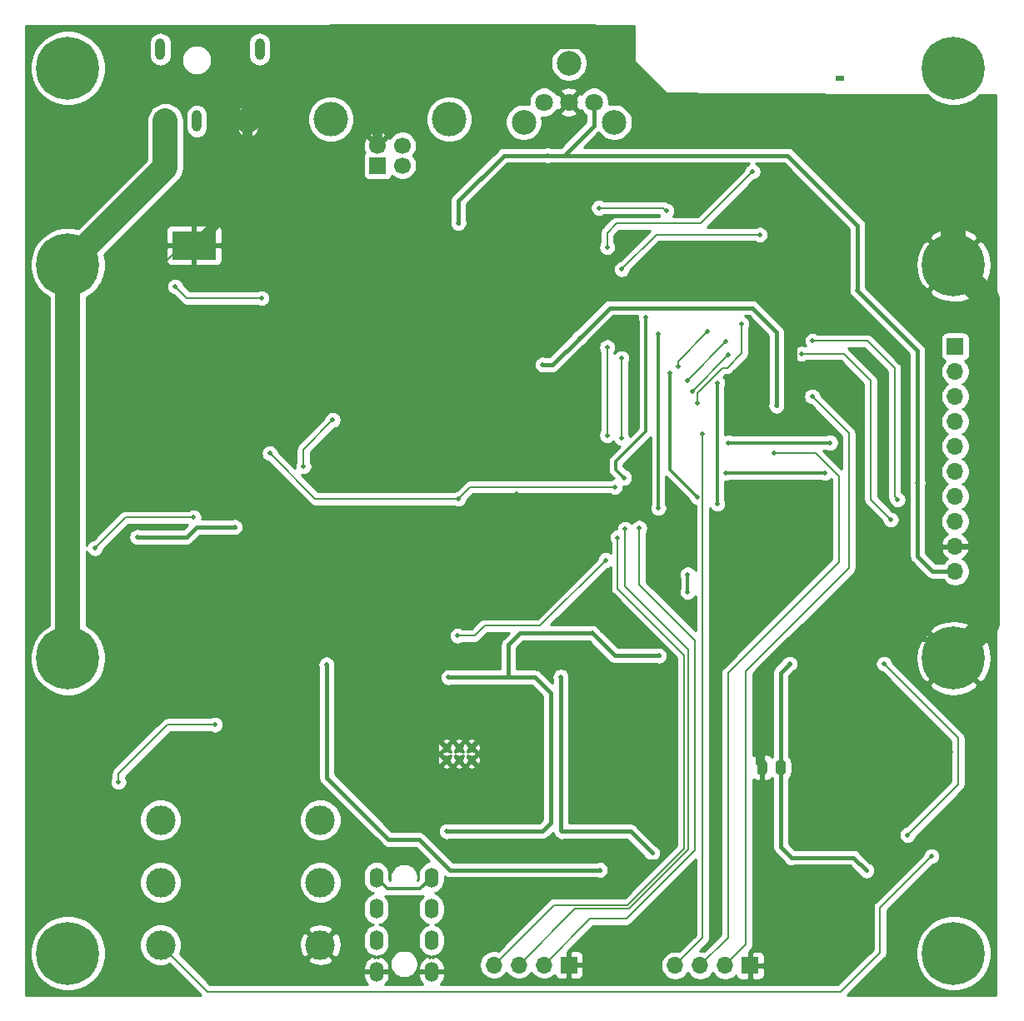
<source format=gbr>
G04 #@! TF.GenerationSoftware,KiCad,Pcbnew,5.1.9*
G04 #@! TF.CreationDate,2021-05-10T13:45:01+08:00*
G04 #@! TF.ProjectId,digital-amplifier2,64696769-7461-46c2-9d61-6d706c696669,rev?*
G04 #@! TF.SameCoordinates,Original*
G04 #@! TF.FileFunction,Copper,L2,Bot*
G04 #@! TF.FilePolarity,Positive*
%FSLAX46Y46*%
G04 Gerber Fmt 4.6, Leading zero omitted, Abs format (unit mm)*
G04 Created by KiCad (PCBNEW 5.1.9) date 2021-05-10 13:45:01*
%MOMM*%
%LPD*%
G01*
G04 APERTURE LIST*
G04 #@! TA.AperFunction,ComponentPad*
%ADD10C,0.600000*%
G04 #@! TD*
G04 #@! TA.AperFunction,ComponentPad*
%ADD11O,1.700000X1.700000*%
G04 #@! TD*
G04 #@! TA.AperFunction,ComponentPad*
%ADD12R,1.700000X1.700000*%
G04 #@! TD*
G04 #@! TA.AperFunction,ComponentPad*
%ADD13C,3.000000*%
G04 #@! TD*
G04 #@! TA.AperFunction,ComponentPad*
%ADD14O,1.000000X2.200000*%
G04 #@! TD*
G04 #@! TA.AperFunction,ComponentPad*
%ADD15C,6.400000*%
G04 #@! TD*
G04 #@! TA.AperFunction,ComponentPad*
%ADD16O,1.400000X2.000000*%
G04 #@! TD*
G04 #@! TA.AperFunction,ComponentPad*
%ADD17C,1.800000*%
G04 #@! TD*
G04 #@! TA.AperFunction,WasherPad*
%ADD18C,2.500000*%
G04 #@! TD*
G04 #@! TA.AperFunction,ComponentPad*
%ADD19C,3.500000*%
G04 #@! TD*
G04 #@! TA.AperFunction,ComponentPad*
%ADD20C,1.700000*%
G04 #@! TD*
G04 #@! TA.AperFunction,ComponentPad*
%ADD21R,0.900000X0.500000*%
G04 #@! TD*
G04 #@! TA.AperFunction,SMDPad,CuDef*
%ADD22R,4.500000X2.950000*%
G04 #@! TD*
G04 #@! TA.AperFunction,ViaPad*
%ADD23C,0.500000*%
G04 #@! TD*
G04 #@! TA.AperFunction,Conductor*
%ADD24C,0.400000*%
G04 #@! TD*
G04 #@! TA.AperFunction,Conductor*
%ADD25C,0.200000*%
G04 #@! TD*
G04 #@! TA.AperFunction,Conductor*
%ADD26C,2.500000*%
G04 #@! TD*
G04 #@! TA.AperFunction,Conductor*
%ADD27C,0.300000*%
G04 #@! TD*
G04 #@! TA.AperFunction,Conductor*
%ADD28C,0.500000*%
G04 #@! TD*
G04 #@! TA.AperFunction,Conductor*
%ADD29C,1.000000*%
G04 #@! TD*
G04 #@! TA.AperFunction,Conductor*
%ADD30C,0.254000*%
G04 #@! TD*
G04 #@! TA.AperFunction,Conductor*
%ADD31C,0.100000*%
G04 #@! TD*
G04 APERTURE END LIST*
D10*
X93472000Y-125349000D03*
X93472000Y-124079000D03*
X94742000Y-125349000D03*
X94742000Y-124079000D03*
X96012000Y-125349000D03*
X96012000Y-124079000D03*
D11*
X116713000Y-146240500D03*
X119253000Y-146240500D03*
X121793000Y-146240500D03*
D12*
X124333000Y-146240500D03*
D13*
X64415000Y-131445000D03*
X64415000Y-144145000D03*
X64415000Y-137795000D03*
X80645000Y-131445000D03*
X80645000Y-144145000D03*
X80645000Y-137795000D03*
D14*
X74489000Y-53086000D03*
X73289000Y-60386000D03*
X68089000Y-60386000D03*
X64889000Y-60386000D03*
X64389000Y-53086000D03*
D11*
X145161000Y-106172000D03*
X145161000Y-103632000D03*
X145161000Y-101092000D03*
X145161000Y-98552000D03*
X145161000Y-96012000D03*
X145161000Y-93472000D03*
X145161000Y-90932000D03*
X145161000Y-88392000D03*
X145161000Y-85852000D03*
D12*
X145161000Y-83312000D03*
D15*
X145000000Y-115000000D03*
X55000000Y-115000000D03*
X145000000Y-75000000D03*
X55000000Y-75000000D03*
D16*
X86348000Y-146887000D03*
X86348000Y-143687000D03*
X86348000Y-140487000D03*
X86348000Y-137287000D03*
X91948000Y-143687000D03*
X91948000Y-140487000D03*
X91948000Y-137287000D03*
X91948000Y-146887000D03*
D17*
X108458000Y-58468250D03*
X103378000Y-58468250D03*
X105918000Y-58468250D03*
D18*
X105918000Y-54518250D03*
X101318000Y-60518250D03*
X110518000Y-60518250D03*
D11*
X98298000Y-146177000D03*
X100838000Y-146177000D03*
X103378000Y-146177000D03*
D12*
X105918000Y-146177000D03*
D19*
X93757000Y-60187000D03*
X81717000Y-60187000D03*
D20*
X86487000Y-62897000D03*
X88987000Y-62897000D03*
X88987000Y-64897000D03*
D12*
X86487000Y-64897000D03*
D21*
X133418000Y-56007000D03*
G04 #@! TA.AperFunction,SMDPad,CuDef*
G36*
G01*
X126042000Y-125636000D02*
X126042000Y-126586000D01*
G75*
G02*
X125792000Y-126836000I-250000J0D01*
G01*
X125292000Y-126836000D01*
G75*
G02*
X125042000Y-126586000I0J250000D01*
G01*
X125042000Y-125636000D01*
G75*
G02*
X125292000Y-125386000I250000J0D01*
G01*
X125792000Y-125386000D01*
G75*
G02*
X126042000Y-125636000I0J-250000D01*
G01*
G37*
G04 #@! TD.AperFunction*
G04 #@! TA.AperFunction,SMDPad,CuDef*
G36*
G01*
X127942000Y-125636000D02*
X127942000Y-126586000D01*
G75*
G02*
X127692000Y-126836000I-250000J0D01*
G01*
X127192000Y-126836000D01*
G75*
G02*
X126942000Y-126586000I0J250000D01*
G01*
X126942000Y-125636000D01*
G75*
G02*
X127192000Y-125386000I250000J0D01*
G01*
X127692000Y-125386000D01*
G75*
G02*
X127942000Y-125636000I0J-250000D01*
G01*
G37*
G04 #@! TD.AperFunction*
D15*
X145000000Y-145000000D03*
X55000000Y-55000000D03*
X55000000Y-145000000D03*
X145000000Y-55000000D03*
D10*
X66018000Y-73625000D03*
X67118000Y-73625000D03*
X67118000Y-72425000D03*
X66018000Y-72425000D03*
X69618000Y-73625000D03*
X68418000Y-73625000D03*
X68418000Y-72425000D03*
X69618000Y-72425000D03*
D22*
X67818000Y-73025000D03*
D23*
X91249500Y-131953000D03*
X90297000Y-117157500D03*
X125095000Y-119253000D03*
X125554500Y-126111000D03*
X126621500Y-135316000D03*
X113159500Y-113789500D03*
X106982500Y-117363000D03*
X105107500Y-134478000D03*
X113096000Y-135633500D03*
X101155500Y-113792000D03*
X106957500Y-131214500D03*
X100584000Y-98298000D03*
X128902500Y-89156500D03*
X126682500Y-79883000D03*
X132016500Y-113030000D03*
X103949500Y-89979500D03*
X112776000Y-84391500D03*
X140010000Y-124325500D03*
X144677250Y-124499250D03*
X127031750Y-108045250D03*
X107315000Y-100330000D03*
X89852500Y-107886500D03*
X83956000Y-110417500D03*
X96265998Y-105219500D03*
X96266000Y-108585002D03*
X99377500Y-86868000D03*
X81346000Y-73408500D03*
X130556000Y-104521000D03*
X142239998Y-137413998D03*
X65996500Y-110192500D03*
X64135000Y-86931500D03*
X74485500Y-87058500D03*
X73406000Y-89471500D03*
X67754500Y-89916000D03*
X77851000Y-74930000D03*
X55810500Y-131502500D03*
X126619000Y-138811000D03*
X107696000Y-105410000D03*
X78105000Y-104521000D03*
X83883500Y-95313500D03*
X118427500Y-87884000D03*
X138620500Y-100901500D03*
X122142250Y-84169250D03*
X129552510Y-84048287D03*
X117919500Y-86741000D03*
X139319000Y-98869500D03*
X121888250Y-82772250D03*
X130683000Y-82740500D03*
X135255000Y-77597000D03*
X141351000Y-97155000D03*
X103759000Y-63881000D03*
X94678498Y-70739000D03*
X116995000Y-85316000D03*
X120015000Y-81788000D03*
X116205000Y-85979000D03*
X118956990Y-98619500D03*
X108966000Y-69215000D03*
X115824000Y-69532500D03*
X140335004Y-132969000D03*
X137922000Y-115570001D03*
X110871000Y-102743000D03*
X117983000Y-108267500D03*
X117995000Y-106477500D03*
X111268154Y-92646500D03*
X125285500Y-71945500D03*
X111268154Y-84502346D03*
X111283750Y-75469750D03*
X126746000Y-94170500D03*
X130619499Y-88392000D03*
X93677500Y-116952000D03*
X93487000Y-132603000D03*
X115059500Y-114747000D03*
X108267500Y-112458500D03*
X105077500Y-116888500D03*
X105204500Y-132603000D03*
X114363494Y-134810500D03*
X113070000Y-101750498D03*
X111633000Y-101854000D03*
X106997500Y-82423000D03*
X103251000Y-85153500D03*
X127002500Y-89347000D03*
X128521500Y-135257500D03*
X136144000Y-136588500D03*
X127437000Y-126103500D03*
X128333500Y-115570000D03*
X121852500Y-96143000D03*
X131957006Y-96143006D03*
X122110500Y-93091000D03*
X132461000Y-93091000D03*
X119495000Y-92190000D03*
X118995000Y-89031000D03*
X123444000Y-81026000D03*
X65913000Y-77216000D03*
X74652500Y-78399000D03*
X120967500Y-86995000D03*
X120995000Y-99286500D03*
X114995004Y-99698496D03*
X114998500Y-82042000D03*
X113728500Y-80327500D03*
X111505992Y-96647000D03*
X142748000Y-135128000D03*
X109791500Y-92329000D03*
X124587000Y-65532000D03*
X109791500Y-83375500D03*
X109791500Y-73215500D03*
X78930500Y-95504002D03*
X81915000Y-90797500D03*
X75501500Y-94170500D03*
X110553500Y-97599500D03*
X94678500Y-98806002D03*
X81277500Y-115636000D03*
X109029500Y-136525000D03*
X57724000Y-103825000D03*
X67754500Y-100692510D03*
X109664500Y-105029000D03*
X94615000Y-112712500D03*
X60137000Y-127569000D03*
X69937000Y-121753000D03*
X62039500Y-102679500D03*
X71945500Y-101663500D03*
D24*
X90233500Y-117221000D02*
X90297000Y-117157500D01*
X90233500Y-130937000D02*
X90233500Y-117221000D01*
X90233500Y-130937000D02*
X91249500Y-131953000D01*
X105918000Y-58468250D02*
X102377250Y-54927500D01*
X102377250Y-54927500D02*
X91376500Y-54927500D01*
X91376500Y-54927500D02*
X86169500Y-60134500D01*
X86169500Y-62579500D02*
X86487000Y-62897000D01*
X86169500Y-60134500D02*
X86169500Y-62579500D01*
X73289000Y-60386000D02*
X73289000Y-59743500D01*
X78105000Y-54927500D02*
X91376500Y-54927500D01*
X73289000Y-59743500D02*
X78105000Y-54927500D01*
D25*
X125554500Y-125984000D02*
X125554500Y-134249000D01*
D26*
X145000000Y-75000000D02*
X148474990Y-78474990D01*
X148474990Y-111525010D02*
X145000000Y-115000000D01*
D24*
X113159500Y-113789500D02*
X115440500Y-113789500D01*
X115440500Y-113789500D02*
X116713000Y-115062000D01*
X114937500Y-135633500D02*
X113096000Y-135633500D01*
X116713000Y-133858000D02*
X114937500Y-135633500D01*
X113096000Y-135633500D02*
X111821000Y-135633500D01*
X110665500Y-134478000D02*
X105107500Y-134478000D01*
X111821000Y-135633500D02*
X110665500Y-134478000D01*
X91249500Y-131953000D02*
X93726000Y-134429500D01*
X105059000Y-134429500D02*
X105107500Y-134478000D01*
X93726000Y-134429500D02*
X105059000Y-134429500D01*
X116601000Y-117363000D02*
X116713000Y-117475000D01*
X106982500Y-117363000D02*
X116601000Y-117363000D01*
X116713000Y-117475000D02*
X116713000Y-133858000D01*
X116713000Y-115062000D02*
X116713000Y-117475000D01*
X103411500Y-113792000D02*
X106982500Y-117363000D01*
X101155500Y-113792000D02*
X103411500Y-113792000D01*
X106957500Y-117388000D02*
X106982500Y-117363000D01*
X106957500Y-131214500D02*
X106957500Y-117388000D01*
D26*
X148474990Y-78474990D02*
X148474990Y-111525010D01*
D24*
X128902500Y-89156500D02*
X128902500Y-82103000D01*
X128902500Y-82103000D02*
X126682500Y-79883000D01*
D26*
X145000000Y-68482500D02*
X145000000Y-75000000D01*
X136334500Y-59817000D02*
X145000000Y-68482500D01*
X116395500Y-59817000D02*
X136334500Y-59817000D01*
X108396749Y-51818249D02*
X116395500Y-59817000D01*
X79509500Y-54158000D02*
X81849251Y-51818249D01*
X79509500Y-54165500D02*
X79509500Y-54158000D01*
X73289000Y-60386000D02*
X79509500Y-54165500D01*
D27*
X103949500Y-89979500D02*
X103949500Y-87312500D01*
X103949500Y-87312500D02*
X109093000Y-82169000D01*
X109093000Y-82169000D02*
X111252000Y-82169000D01*
X112776000Y-83693000D02*
X112776000Y-84391500D01*
X111252000Y-82169000D02*
X112776000Y-83693000D01*
X144503500Y-124325500D02*
X144677250Y-124499250D01*
X140010000Y-124325500D02*
X144503500Y-124325500D01*
D24*
X100584000Y-98298000D02*
X96265998Y-102616002D01*
X96265998Y-102616002D02*
X96265998Y-105219500D01*
X96265998Y-105219500D02*
X96265998Y-108585000D01*
X96265998Y-108585000D02*
X96266000Y-108585002D01*
D27*
X132016500Y-116332000D02*
X140010000Y-124325500D01*
X132016500Y-113030000D02*
X132016500Y-116332000D01*
D28*
X148018500Y-103632000D02*
X148474990Y-103175510D01*
X145161000Y-103632000D02*
X148018500Y-103632000D01*
D29*
X67818000Y-73025000D02*
X67310000Y-73025000D01*
X73289000Y-67554000D02*
X67818000Y-73025000D01*
X73289000Y-60386000D02*
X73289000Y-67554000D01*
X86487000Y-52328498D02*
X86997249Y-51818249D01*
X86487000Y-62897000D02*
X86487000Y-52328498D01*
D26*
X86997249Y-51818249D02*
X108396749Y-51818249D01*
X81849251Y-51818249D02*
X86997249Y-51818249D01*
D24*
X102616000Y-100330000D02*
X107315000Y-100330000D01*
X100584000Y-98298000D02*
X102616000Y-100330000D01*
D27*
X100838000Y-86868000D02*
X103949500Y-89979500D01*
X99377500Y-86868000D02*
X100838000Y-86868000D01*
X79143500Y-73408500D02*
X79099250Y-73364250D01*
X79099250Y-73364250D02*
X73289000Y-67554000D01*
X81346000Y-73408500D02*
X79143500Y-73408500D01*
D28*
X132080000Y-113093500D02*
X132016500Y-113030000D01*
X143093500Y-113093500D02*
X132080000Y-113093500D01*
X145000000Y-115000000D02*
X143093500Y-113093500D01*
D25*
X127031750Y-108045250D02*
X130556000Y-104521000D01*
D27*
X126682500Y-79883000D02*
X126682500Y-78676500D01*
X126682500Y-78676500D02*
X125222000Y-77216000D01*
X103505000Y-77216000D02*
X93853000Y-86868000D01*
X125222000Y-77216000D02*
X103505000Y-77216000D01*
X93853000Y-86868000D02*
X92603000Y-86868000D01*
X99377500Y-86868000D02*
X93853000Y-86868000D01*
D24*
X132016500Y-113030000D02*
X128206500Y-113030000D01*
X125095000Y-116141500D02*
X125095000Y-119253000D01*
X128206500Y-113030000D02*
X125095000Y-116141500D01*
X125095000Y-125651500D02*
X125554500Y-126111000D01*
X125095000Y-119253000D02*
X125095000Y-125651500D01*
X125554500Y-134249000D02*
X126621500Y-135316000D01*
X125554500Y-126111000D02*
X125554500Y-134249000D01*
D27*
X148199999Y-131453997D02*
X142239998Y-137413998D01*
X148199999Y-118199999D02*
X148199999Y-131453997D01*
X145000000Y-115000000D02*
X148199999Y-118199999D01*
D25*
X73406000Y-88138000D02*
X74485500Y-87058500D01*
X73406000Y-89471500D02*
X73406000Y-88138000D01*
X64262000Y-87058500D02*
X64135000Y-86931500D01*
X74485500Y-87058500D02*
X64262000Y-87058500D01*
X77851000Y-74930000D02*
X79258000Y-73523000D01*
D27*
X79258000Y-73523000D02*
X79099250Y-73364250D01*
X92603000Y-86868000D02*
X79258000Y-73523000D01*
D25*
X67818000Y-73025000D02*
X66548000Y-73025000D01*
X66548000Y-73025000D02*
X60642500Y-78930500D01*
X60642500Y-78930500D02*
X60642500Y-84899500D01*
X62674500Y-86931500D02*
X64135000Y-86931500D01*
X60642500Y-84899500D02*
X62674500Y-86931500D01*
X64770000Y-86931500D02*
X67754500Y-89916000D01*
X64135000Y-86931500D02*
X64770000Y-86931500D01*
X55810500Y-131502500D02*
X59378500Y-131502500D01*
X59378500Y-131502500D02*
X63627000Y-127254000D01*
X63627000Y-127254000D02*
X70358000Y-127254000D01*
X70358000Y-127254000D02*
X73596500Y-130492500D01*
X73596500Y-137096500D02*
X80645000Y-144145000D01*
X73596500Y-130492500D02*
X73596500Y-137096500D01*
X126621500Y-138808500D02*
X126619000Y-138811000D01*
X126621500Y-135316000D02*
X126621500Y-138808500D01*
D24*
X100584000Y-98298000D02*
X107696000Y-105410000D01*
X87321500Y-110417500D02*
X89852500Y-107886500D01*
X83956000Y-110417500D02*
X87321500Y-110417500D01*
X93598998Y-107886500D02*
X96265998Y-105219500D01*
X89852500Y-107886500D02*
X93598998Y-107886500D01*
X83731000Y-110192500D02*
X83956000Y-110417500D01*
X65996500Y-110192500D02*
X83731000Y-110192500D01*
X78105000Y-104566500D02*
X78105000Y-104521000D01*
X83956000Y-110417500D02*
X78105000Y-104566500D01*
X83956000Y-110816500D02*
X90297000Y-117157500D01*
X83956000Y-110417500D02*
X83956000Y-110816500D01*
D25*
X99377500Y-86868000D02*
X90932000Y-95313500D01*
X90932000Y-95313500D02*
X83883500Y-95313500D01*
X118427500Y-87884000D02*
X122142250Y-84169250D01*
X122142250Y-84169250D02*
X122174000Y-84137500D01*
X136588500Y-98869500D02*
X136588500Y-86804500D01*
X138620500Y-100901500D02*
X136588500Y-98869500D01*
X136588500Y-86804500D02*
X133832287Y-84048287D01*
X133832287Y-84048287D02*
X129552510Y-84048287D01*
X139001500Y-85534500D02*
X139001500Y-98552000D01*
X139001500Y-98552000D02*
X139319000Y-98869500D01*
X136207500Y-82740500D02*
X139001500Y-85534500D01*
X117919500Y-86741000D02*
X121888250Y-82772250D01*
X121888250Y-82772250D02*
X121920000Y-82740500D01*
X130683000Y-82740500D02*
X136207500Y-82740500D01*
D24*
X108458000Y-60833000D02*
X108458000Y-58468250D01*
X105410000Y-63881000D02*
X108458000Y-60833000D01*
X104902000Y-63881000D02*
X105410000Y-63881000D01*
X141351000Y-97155000D02*
X141351000Y-104648000D01*
X142875000Y-106172000D02*
X145161000Y-106172000D01*
X141351000Y-104648000D02*
X142875000Y-106172000D01*
X103759000Y-63881000D02*
X104902000Y-63881000D01*
X135255000Y-70993000D02*
X135255000Y-77597000D01*
X128143000Y-63881000D02*
X135255000Y-70993000D01*
X104902000Y-63881000D02*
X128143000Y-63881000D01*
X141351000Y-83756500D02*
X141351000Y-97155000D01*
X135255000Y-77660500D02*
X141351000Y-83756500D01*
X135255000Y-77597000D02*
X135255000Y-77660500D01*
X94678498Y-68516502D02*
X94678498Y-70739000D01*
X99314000Y-63881000D02*
X94678498Y-68516502D01*
X103759000Y-63881000D02*
X99314000Y-63881000D01*
D25*
X116995000Y-84808000D02*
X120015000Y-81788000D01*
X116995000Y-85316000D02*
X116995000Y-84808000D01*
D27*
X116205000Y-85979000D02*
X116205000Y-95867510D01*
X116205000Y-95867510D02*
X118956990Y-98619500D01*
D25*
X108966000Y-69215000D02*
X115506500Y-69215000D01*
X115506500Y-69215000D02*
X115824000Y-69532500D01*
X145459489Y-123107490D02*
X137922000Y-115570001D01*
X140335004Y-132969000D02*
X145459489Y-127844515D01*
X145459489Y-127844515D02*
X145459489Y-123107490D01*
D26*
X55000000Y-75000000D02*
X55000000Y-115000000D01*
X64889000Y-65111000D02*
X55000000Y-75000000D01*
X64889000Y-60386000D02*
X64889000Y-65111000D01*
D25*
X98298000Y-146177000D02*
X104394000Y-140081000D01*
X104394000Y-140081000D02*
X111881200Y-140081000D01*
X111881200Y-140081000D02*
X117613022Y-134349178D01*
X117613022Y-134349178D02*
X117613022Y-114689200D01*
X117613022Y-114689200D02*
X110871000Y-107947178D01*
X110871000Y-107947178D02*
X110871000Y-102743000D01*
D27*
X117983000Y-106489500D02*
X117995000Y-106477500D01*
X117983000Y-108267500D02*
X117983000Y-106489500D01*
D25*
X111268154Y-92646500D02*
X111268154Y-84502346D01*
X111268154Y-75485346D02*
X111283750Y-75469750D01*
X114808000Y-71945500D02*
X125285500Y-71945500D01*
X111283750Y-75469750D02*
X114808000Y-71945500D01*
X126746000Y-94170500D02*
X131000500Y-94170500D01*
X133350000Y-105219500D02*
X122072478Y-116497022D01*
X122072478Y-116497022D02*
X122072478Y-143421022D01*
X131000500Y-94170500D02*
X133350000Y-96520000D01*
X133350000Y-96520000D02*
X133350000Y-105219500D01*
X122072478Y-143421022D02*
X119253000Y-146240500D01*
X121793000Y-146240500D02*
X123917350Y-144116150D01*
X123917350Y-144116150D02*
X123917350Y-116303150D01*
X123917350Y-116303150D02*
X134366000Y-105854500D01*
X134366000Y-105854500D02*
X134366000Y-92138501D01*
X134366000Y-92138501D02*
X130619499Y-88392000D01*
D27*
X90797999Y-138437001D02*
X91948000Y-137287000D01*
X87498001Y-138437001D02*
X90797999Y-138437001D01*
X86348000Y-137287000D02*
X87498001Y-138437001D01*
D24*
X103236000Y-132603000D02*
X93487000Y-132603000D01*
X104076500Y-131762500D02*
X103236000Y-132603000D01*
X104076500Y-118554500D02*
X104076500Y-131762500D01*
X102474000Y-116952000D02*
X104076500Y-118554500D01*
X93677500Y-116952000D02*
X96471500Y-116952000D01*
X93677500Y-116952000D02*
X99773500Y-116952000D01*
X99773500Y-116952000D02*
X102474000Y-116952000D01*
X99773500Y-116952000D02*
X99773500Y-113650000D01*
X115059500Y-114747000D02*
X110556000Y-114747000D01*
X110556000Y-114747000D02*
X108267500Y-112458500D01*
X99773500Y-113650000D02*
X100965000Y-112458500D01*
X100965000Y-112458500D02*
X108267500Y-112458500D01*
X105077500Y-132476000D02*
X105204500Y-132603000D01*
X105077500Y-116888500D02*
X105077500Y-132476000D01*
X105204500Y-132603000D02*
X112155994Y-132603000D01*
X112155994Y-132603000D02*
X114363494Y-134810500D01*
D25*
X103378000Y-146177000D02*
X108077000Y-141478000D01*
X108077000Y-141478000D02*
X111742600Y-141478000D01*
X111742600Y-141478000D02*
X118681500Y-134539100D01*
X118681500Y-134539100D02*
X118681500Y-113157000D01*
X118681500Y-113157000D02*
X113070000Y-107545500D01*
X113070000Y-107545500D02*
X113070000Y-101750498D01*
X111633000Y-107696000D02*
X111633000Y-101854000D01*
X106533989Y-140481011D02*
X112046889Y-140481011D01*
X112046889Y-140481011D02*
X118046500Y-134481400D01*
X100838000Y-146177000D02*
X106533989Y-140481011D01*
X118046500Y-134481400D02*
X118046500Y-114109500D01*
X118046500Y-114109500D02*
X111633000Y-107696000D01*
D24*
X104267000Y-85153500D02*
X106997500Y-82423000D01*
X103251000Y-85153500D02*
X104267000Y-85153500D01*
X124530522Y-79382022D02*
X127002500Y-81854000D01*
X106997500Y-82423000D02*
X110038478Y-79382022D01*
X110038478Y-79382022D02*
X124530522Y-79382022D01*
X127002500Y-81854000D02*
X127002500Y-89347000D01*
D25*
X127437000Y-126103500D02*
X127429500Y-126111000D01*
X127437000Y-134173000D02*
X128521500Y-135257500D01*
X127437000Y-125976500D02*
X127437000Y-134173000D01*
X127437000Y-125976500D02*
X127437000Y-122054500D01*
D24*
X127429500Y-116474000D02*
X128333500Y-115570000D01*
X127429500Y-126111000D02*
X127429500Y-116474000D01*
X127429500Y-134165500D02*
X128521500Y-135257500D01*
X127429500Y-126111000D02*
X127429500Y-134165500D01*
X134813000Y-135257500D02*
X136144000Y-136588500D01*
X128521500Y-135257500D02*
X134813000Y-135257500D01*
D27*
X145030000Y-96143000D02*
X145161000Y-96012000D01*
X131957000Y-96143000D02*
X131957006Y-96143006D01*
X121852500Y-96143000D02*
X131957000Y-96143000D01*
X122110500Y-93091000D02*
X132461000Y-93091000D01*
D25*
X119495000Y-92190000D02*
X119507000Y-92202000D01*
X119507000Y-143446500D02*
X116713000Y-146240500D01*
X119507000Y-141986000D02*
X119507000Y-143446500D01*
X119507000Y-92202000D02*
X119507000Y-141986000D01*
X119507000Y-141986000D02*
X119507000Y-142180919D01*
X118995000Y-89031000D02*
X118995000Y-88015000D01*
X118995000Y-88015000D02*
X121539000Y-85471000D01*
X121539000Y-85471000D02*
X121983500Y-85471000D01*
X121983500Y-85471000D02*
X123444000Y-84010500D01*
X123444000Y-84010500D02*
X123444000Y-81026000D01*
X67096000Y-78399000D02*
X65913000Y-77216000D01*
X74652500Y-78399000D02*
X67096000Y-78399000D01*
D27*
X120995000Y-87022500D02*
X120967500Y-86995000D01*
X120995000Y-99286500D02*
X120995000Y-87022500D01*
X114995004Y-99698496D02*
X114995004Y-82045496D01*
X114995004Y-82045496D02*
X114998500Y-82042000D01*
X110680500Y-94996000D02*
X110680500Y-95821508D01*
X113728500Y-91948000D02*
X110680500Y-94996000D01*
X110680500Y-95821508D02*
X111505992Y-96647000D01*
X113728500Y-80327500D02*
X113728500Y-91948000D01*
D25*
X69177500Y-148907500D02*
X64415000Y-144145000D01*
X133540500Y-148907500D02*
X69177500Y-148907500D01*
X137541000Y-144907000D02*
X133540500Y-148907500D01*
X137541000Y-140335000D02*
X137541000Y-144907000D01*
X142748000Y-135128000D02*
X137541000Y-140335000D01*
X119316500Y-70802500D02*
X124587000Y-65532000D01*
X110744000Y-70802500D02*
X119316500Y-70802500D01*
X109791500Y-71755000D02*
X110744000Y-70802500D01*
X109791500Y-92329000D02*
X109791500Y-83375500D01*
X109791500Y-73215500D02*
X109791500Y-71755000D01*
X78930500Y-93782000D02*
X81915000Y-90797500D01*
X78930500Y-95504002D02*
X78930500Y-93782000D01*
X75501500Y-94170500D02*
X80137002Y-98806002D01*
X80137002Y-98806002D02*
X94678500Y-98806002D01*
X110553500Y-97599500D02*
X95885002Y-97599500D01*
X95885002Y-97599500D02*
X94678500Y-98806002D01*
D24*
X81277500Y-115636000D02*
X81277500Y-127124500D01*
X81277500Y-127124500D02*
X87566500Y-133413500D01*
X87566500Y-133413500D02*
X90678000Y-133413500D01*
X90678000Y-133413500D02*
X93789500Y-136525000D01*
X93789500Y-136525000D02*
X109029500Y-136525000D01*
D25*
X57724000Y-103825000D02*
X60856490Y-100692510D01*
X60856490Y-100692510D02*
X67754500Y-100692510D01*
X102997000Y-111696500D02*
X109664500Y-105029000D01*
X94615000Y-112712500D02*
X96329500Y-112712500D01*
X96329500Y-112712500D02*
X97345500Y-111696500D01*
X97345500Y-111696500D02*
X102997000Y-111696500D01*
X69937000Y-121753000D02*
X65118878Y-121753000D01*
X65118878Y-121753000D02*
X60137000Y-126734878D01*
X60137000Y-126734878D02*
X60137000Y-127569000D01*
D24*
X68072000Y-101663500D02*
X71945500Y-101663500D01*
X67056000Y-102679500D02*
X68072000Y-101663500D01*
X62039500Y-102679500D02*
X67056000Y-102679500D01*
D30*
X112522000Y-57467500D02*
X112524320Y-57491663D01*
X112531429Y-57515522D01*
X112543057Y-57537536D01*
X112558756Y-57556859D01*
X112577923Y-57572748D01*
X112599822Y-57584592D01*
X112623610Y-57591936D01*
X112648374Y-57594498D01*
X138429345Y-57721498D01*
X142318034Y-57741543D01*
X142555330Y-57978839D01*
X143183446Y-58398533D01*
X143881372Y-58687623D01*
X144622285Y-58835000D01*
X145377715Y-58835000D01*
X146118628Y-58687623D01*
X146816554Y-58398533D01*
X147444670Y-57978839D01*
X147654459Y-57769050D01*
X149290001Y-57777481D01*
X149290000Y-149290000D01*
X134197446Y-149290000D01*
X138035193Y-145452254D01*
X138063238Y-145429238D01*
X138155087Y-145317320D01*
X138223337Y-145189633D01*
X138265365Y-145051085D01*
X138276000Y-144943105D01*
X138276000Y-144943096D01*
X138279555Y-144907001D01*
X138276000Y-144870906D01*
X138276000Y-144622285D01*
X141165000Y-144622285D01*
X141165000Y-145377715D01*
X141312377Y-146118628D01*
X141601467Y-146816554D01*
X142021161Y-147444670D01*
X142555330Y-147978839D01*
X143183446Y-148398533D01*
X143881372Y-148687623D01*
X144622285Y-148835000D01*
X145377715Y-148835000D01*
X146118628Y-148687623D01*
X146816554Y-148398533D01*
X147444670Y-147978839D01*
X147978839Y-147444670D01*
X148398533Y-146816554D01*
X148687623Y-146118628D01*
X148835000Y-145377715D01*
X148835000Y-144622285D01*
X148687623Y-143881372D01*
X148398533Y-143183446D01*
X147978839Y-142555330D01*
X147444670Y-142021161D01*
X146816554Y-141601467D01*
X146118628Y-141312377D01*
X145377715Y-141165000D01*
X144622285Y-141165000D01*
X143881372Y-141312377D01*
X143183446Y-141601467D01*
X142555330Y-142021161D01*
X142021161Y-142555330D01*
X141601467Y-143183446D01*
X141312377Y-143881372D01*
X141165000Y-144622285D01*
X138276000Y-144622285D01*
X138276000Y-140639446D01*
X142919153Y-135996294D01*
X143006145Y-135978990D01*
X143167205Y-135912277D01*
X143312155Y-135815424D01*
X143435424Y-135692155D01*
X143532277Y-135547205D01*
X143598990Y-135386145D01*
X143633000Y-135215165D01*
X143633000Y-135040835D01*
X143598990Y-134869855D01*
X143532277Y-134708795D01*
X143435424Y-134563845D01*
X143312155Y-134440576D01*
X143167205Y-134343723D01*
X143006145Y-134277010D01*
X142835165Y-134243000D01*
X142660835Y-134243000D01*
X142489855Y-134277010D01*
X142328795Y-134343723D01*
X142183845Y-134440576D01*
X142060576Y-134563845D01*
X141963723Y-134708795D01*
X141897010Y-134869855D01*
X141879706Y-134956847D01*
X137046808Y-139789746D01*
X137018762Y-139812763D01*
X136926913Y-139924681D01*
X136858663Y-140052368D01*
X136849978Y-140081000D01*
X136816635Y-140190915D01*
X136802444Y-140335000D01*
X136806000Y-140371105D01*
X136806001Y-144602552D01*
X133236054Y-148172500D01*
X92850155Y-148172500D01*
X92987455Y-148034283D01*
X93132779Y-147815215D01*
X93232572Y-147572005D01*
X93283000Y-147314000D01*
X93283000Y-147014000D01*
X92075000Y-147014000D01*
X92075000Y-147034000D01*
X91821000Y-147034000D01*
X91821000Y-147014000D01*
X90613000Y-147014000D01*
X90613000Y-147314000D01*
X90663428Y-147572005D01*
X90763221Y-147815215D01*
X90908545Y-148034283D01*
X91045845Y-148172500D01*
X87250155Y-148172500D01*
X87387455Y-148034283D01*
X87532779Y-147815215D01*
X87632572Y-147572005D01*
X87683000Y-147314000D01*
X87683000Y-147014000D01*
X86475000Y-147014000D01*
X86475000Y-147034000D01*
X86221000Y-147034000D01*
X86221000Y-147014000D01*
X85013000Y-147014000D01*
X85013000Y-147314000D01*
X85063428Y-147572005D01*
X85163221Y-147815215D01*
X85308545Y-148034283D01*
X85445845Y-148172500D01*
X69481947Y-148172500D01*
X66946100Y-145636653D01*
X79332952Y-145636653D01*
X79488962Y-145952214D01*
X79863745Y-146143020D01*
X80268551Y-146257044D01*
X80687824Y-146289902D01*
X81105451Y-146240334D01*
X81505383Y-146110243D01*
X81801038Y-145952214D01*
X81957048Y-145636653D01*
X80645000Y-144324605D01*
X79332952Y-145636653D01*
X66946100Y-145636653D01*
X66353505Y-145044058D01*
X66467953Y-144767756D01*
X66550000Y-144355279D01*
X66550000Y-144187824D01*
X78500098Y-144187824D01*
X78549666Y-144605451D01*
X78679757Y-145005383D01*
X78837786Y-145301038D01*
X79153347Y-145457048D01*
X80465395Y-144145000D01*
X80824605Y-144145000D01*
X82136653Y-145457048D01*
X82452214Y-145301038D01*
X82643020Y-144926255D01*
X82757044Y-144521449D01*
X82789902Y-144102176D01*
X82740334Y-143684549D01*
X82610243Y-143284617D01*
X82452214Y-142988962D01*
X82136653Y-142832952D01*
X80824605Y-144145000D01*
X80465395Y-144145000D01*
X79153347Y-142832952D01*
X78837786Y-142988962D01*
X78646980Y-143363745D01*
X78532956Y-143768551D01*
X78500098Y-144187824D01*
X66550000Y-144187824D01*
X66550000Y-143934721D01*
X66467953Y-143522244D01*
X66307012Y-143133698D01*
X66073363Y-142784017D01*
X65942693Y-142653347D01*
X79332952Y-142653347D01*
X80645000Y-143965395D01*
X81957048Y-142653347D01*
X81801038Y-142337786D01*
X81426255Y-142146980D01*
X81021449Y-142032956D01*
X80602176Y-142000098D01*
X80184549Y-142049666D01*
X79784617Y-142179757D01*
X79488962Y-142337786D01*
X79332952Y-142653347D01*
X65942693Y-142653347D01*
X65775983Y-142486637D01*
X65426302Y-142252988D01*
X65037756Y-142092047D01*
X64625279Y-142010000D01*
X64204721Y-142010000D01*
X63792244Y-142092047D01*
X63403698Y-142252988D01*
X63054017Y-142486637D01*
X62756637Y-142784017D01*
X62522988Y-143133698D01*
X62362047Y-143522244D01*
X62280000Y-143934721D01*
X62280000Y-144355279D01*
X62362047Y-144767756D01*
X62522988Y-145156302D01*
X62756637Y-145505983D01*
X63054017Y-145803363D01*
X63403698Y-146037012D01*
X63792244Y-146197953D01*
X64204721Y-146280000D01*
X64625279Y-146280000D01*
X65037756Y-146197953D01*
X65314058Y-146083505D01*
X68520553Y-149290000D01*
X50710000Y-149290000D01*
X50710000Y-144622285D01*
X51165000Y-144622285D01*
X51165000Y-145377715D01*
X51312377Y-146118628D01*
X51601467Y-146816554D01*
X52021161Y-147444670D01*
X52555330Y-147978839D01*
X53183446Y-148398533D01*
X53881372Y-148687623D01*
X54622285Y-148835000D01*
X55377715Y-148835000D01*
X56118628Y-148687623D01*
X56816554Y-148398533D01*
X57444670Y-147978839D01*
X57978839Y-147444670D01*
X58398533Y-146816554D01*
X58687623Y-146118628D01*
X58835000Y-145377715D01*
X58835000Y-144622285D01*
X58687623Y-143881372D01*
X58398533Y-143183446D01*
X57978839Y-142555330D01*
X57444670Y-142021161D01*
X56816554Y-141601467D01*
X56118628Y-141312377D01*
X55377715Y-141165000D01*
X54622285Y-141165000D01*
X53881372Y-141312377D01*
X53183446Y-141601467D01*
X52555330Y-142021161D01*
X52021161Y-142555330D01*
X51601467Y-143183446D01*
X51312377Y-143881372D01*
X51165000Y-144622285D01*
X50710000Y-144622285D01*
X50710000Y-137584721D01*
X62280000Y-137584721D01*
X62280000Y-138005279D01*
X62362047Y-138417756D01*
X62522988Y-138806302D01*
X62756637Y-139155983D01*
X63054017Y-139453363D01*
X63403698Y-139687012D01*
X63792244Y-139847953D01*
X64204721Y-139930000D01*
X64625279Y-139930000D01*
X65037756Y-139847953D01*
X65426302Y-139687012D01*
X65775983Y-139453363D01*
X66073363Y-139155983D01*
X66307012Y-138806302D01*
X66467953Y-138417756D01*
X66550000Y-138005279D01*
X66550000Y-137584721D01*
X78510000Y-137584721D01*
X78510000Y-138005279D01*
X78592047Y-138417756D01*
X78752988Y-138806302D01*
X78986637Y-139155983D01*
X79284017Y-139453363D01*
X79633698Y-139687012D01*
X80022244Y-139847953D01*
X80434721Y-139930000D01*
X80855279Y-139930000D01*
X81267756Y-139847953D01*
X81656302Y-139687012D01*
X82005983Y-139453363D01*
X82303363Y-139155983D01*
X82537012Y-138806302D01*
X82697953Y-138417756D01*
X82780000Y-138005279D01*
X82780000Y-137584721D01*
X82697953Y-137172244D01*
X82537012Y-136783698D01*
X82303363Y-136434017D01*
X82005983Y-136136637D01*
X81656302Y-135902988D01*
X81267756Y-135742047D01*
X80855279Y-135660000D01*
X80434721Y-135660000D01*
X80022244Y-135742047D01*
X79633698Y-135902988D01*
X79284017Y-136136637D01*
X78986637Y-136434017D01*
X78752988Y-136783698D01*
X78592047Y-137172244D01*
X78510000Y-137584721D01*
X66550000Y-137584721D01*
X66467953Y-137172244D01*
X66307012Y-136783698D01*
X66073363Y-136434017D01*
X65775983Y-136136637D01*
X65426302Y-135902988D01*
X65037756Y-135742047D01*
X64625279Y-135660000D01*
X64204721Y-135660000D01*
X63792244Y-135742047D01*
X63403698Y-135902988D01*
X63054017Y-136136637D01*
X62756637Y-136434017D01*
X62522988Y-136783698D01*
X62362047Y-137172244D01*
X62280000Y-137584721D01*
X50710000Y-137584721D01*
X50710000Y-131234721D01*
X62280000Y-131234721D01*
X62280000Y-131655279D01*
X62362047Y-132067756D01*
X62522988Y-132456302D01*
X62756637Y-132805983D01*
X63054017Y-133103363D01*
X63403698Y-133337012D01*
X63792244Y-133497953D01*
X64204721Y-133580000D01*
X64625279Y-133580000D01*
X65037756Y-133497953D01*
X65426302Y-133337012D01*
X65775983Y-133103363D01*
X66073363Y-132805983D01*
X66307012Y-132456302D01*
X66467953Y-132067756D01*
X66550000Y-131655279D01*
X66550000Y-131234721D01*
X78510000Y-131234721D01*
X78510000Y-131655279D01*
X78592047Y-132067756D01*
X78752988Y-132456302D01*
X78986637Y-132805983D01*
X79284017Y-133103363D01*
X79633698Y-133337012D01*
X80022244Y-133497953D01*
X80434721Y-133580000D01*
X80855279Y-133580000D01*
X81267756Y-133497953D01*
X81656302Y-133337012D01*
X82005983Y-133103363D01*
X82303363Y-132805983D01*
X82537012Y-132456302D01*
X82697953Y-132067756D01*
X82780000Y-131655279D01*
X82780000Y-131234721D01*
X82697953Y-130822244D01*
X82537012Y-130433698D01*
X82303363Y-130084017D01*
X82005983Y-129786637D01*
X81656302Y-129552988D01*
X81267756Y-129392047D01*
X80855279Y-129310000D01*
X80434721Y-129310000D01*
X80022244Y-129392047D01*
X79633698Y-129552988D01*
X79284017Y-129786637D01*
X78986637Y-130084017D01*
X78752988Y-130433698D01*
X78592047Y-130822244D01*
X78510000Y-131234721D01*
X66550000Y-131234721D01*
X66467953Y-130822244D01*
X66307012Y-130433698D01*
X66073363Y-130084017D01*
X65775983Y-129786637D01*
X65426302Y-129552988D01*
X65037756Y-129392047D01*
X64625279Y-129310000D01*
X64204721Y-129310000D01*
X63792244Y-129392047D01*
X63403698Y-129552988D01*
X63054017Y-129786637D01*
X62756637Y-130084017D01*
X62522988Y-130433698D01*
X62362047Y-130822244D01*
X62280000Y-131234721D01*
X50710000Y-131234721D01*
X50710000Y-127481835D01*
X59252000Y-127481835D01*
X59252000Y-127656165D01*
X59286010Y-127827145D01*
X59352723Y-127988205D01*
X59449576Y-128133155D01*
X59572845Y-128256424D01*
X59717795Y-128353277D01*
X59878855Y-128419990D01*
X60049835Y-128454000D01*
X60224165Y-128454000D01*
X60395145Y-128419990D01*
X60556205Y-128353277D01*
X60701155Y-128256424D01*
X60824424Y-128133155D01*
X60921277Y-127988205D01*
X60987990Y-127827145D01*
X61022000Y-127656165D01*
X61022000Y-127481835D01*
X60987990Y-127310855D01*
X60921277Y-127149795D01*
X60872000Y-127076047D01*
X60872000Y-127039324D01*
X65423325Y-122488000D01*
X69444047Y-122488000D01*
X69517795Y-122537277D01*
X69678855Y-122603990D01*
X69849835Y-122638000D01*
X70024165Y-122638000D01*
X70195145Y-122603990D01*
X70356205Y-122537277D01*
X70501155Y-122440424D01*
X70624424Y-122317155D01*
X70721277Y-122172205D01*
X70787990Y-122011145D01*
X70822000Y-121840165D01*
X70822000Y-121665835D01*
X70787990Y-121494855D01*
X70721277Y-121333795D01*
X70624424Y-121188845D01*
X70501155Y-121065576D01*
X70356205Y-120968723D01*
X70195145Y-120902010D01*
X70024165Y-120868000D01*
X69849835Y-120868000D01*
X69678855Y-120902010D01*
X69517795Y-120968723D01*
X69444047Y-121018000D01*
X65154972Y-121018000D01*
X65118877Y-121014445D01*
X65082782Y-121018000D01*
X65082773Y-121018000D01*
X64974793Y-121028635D01*
X64836245Y-121070663D01*
X64708558Y-121138913D01*
X64596640Y-121230762D01*
X64573624Y-121258807D01*
X59642808Y-126189624D01*
X59614762Y-126212641D01*
X59522913Y-126324559D01*
X59454663Y-126452246D01*
X59435985Y-126513819D01*
X59412635Y-126590793D01*
X59398444Y-126734878D01*
X59402000Y-126770983D01*
X59402000Y-127076047D01*
X59352723Y-127149795D01*
X59286010Y-127310855D01*
X59252000Y-127481835D01*
X50710000Y-127481835D01*
X50710000Y-74622285D01*
X51165000Y-74622285D01*
X51165000Y-75377715D01*
X51312377Y-76118628D01*
X51601467Y-76816554D01*
X52021161Y-77444670D01*
X52555330Y-77978839D01*
X53115000Y-78352799D01*
X53115001Y-111647201D01*
X52555330Y-112021161D01*
X52021161Y-112555330D01*
X51601467Y-113183446D01*
X51312377Y-113881372D01*
X51165000Y-114622285D01*
X51165000Y-115377715D01*
X51312377Y-116118628D01*
X51601467Y-116816554D01*
X52021161Y-117444670D01*
X52555330Y-117978839D01*
X53183446Y-118398533D01*
X53881372Y-118687623D01*
X54622285Y-118835000D01*
X55377715Y-118835000D01*
X56118628Y-118687623D01*
X56816554Y-118398533D01*
X57444670Y-117978839D01*
X57978839Y-117444670D01*
X58398533Y-116816554D01*
X58687623Y-116118628D01*
X58800962Y-115548835D01*
X80392500Y-115548835D01*
X80392500Y-115723165D01*
X80426510Y-115894145D01*
X80442500Y-115932748D01*
X80442501Y-127083471D01*
X80438460Y-127124500D01*
X80454582Y-127288188D01*
X80502328Y-127445586D01*
X80521704Y-127481835D01*
X80579865Y-127590646D01*
X80684210Y-127717791D01*
X80716074Y-127743941D01*
X86947059Y-133974927D01*
X86973209Y-134006791D01*
X87046020Y-134066545D01*
X87100354Y-134111136D01*
X87245413Y-134188672D01*
X87402811Y-134236418D01*
X87566499Y-134252540D01*
X87607518Y-134248500D01*
X90332133Y-134248500D01*
X91748794Y-135665161D01*
X91686294Y-135671317D01*
X91434646Y-135747653D01*
X91202725Y-135871618D01*
X90999445Y-136038445D01*
X90832618Y-136241726D01*
X90708653Y-136473647D01*
X90632317Y-136725295D01*
X90613000Y-136921422D01*
X90613000Y-137511843D01*
X90554815Y-137570027D01*
X90583000Y-137428335D01*
X90583000Y-137145665D01*
X90527853Y-136868426D01*
X90419680Y-136607273D01*
X90262637Y-136372241D01*
X90062759Y-136172363D01*
X89827727Y-136015320D01*
X89566574Y-135907147D01*
X89289335Y-135852000D01*
X89006665Y-135852000D01*
X88729426Y-135907147D01*
X88468273Y-136015320D01*
X88233241Y-136172363D01*
X88033363Y-136372241D01*
X87876320Y-136607273D01*
X87768147Y-136868426D01*
X87713000Y-137145665D01*
X87713000Y-137428335D01*
X87741185Y-137570027D01*
X87683000Y-137511842D01*
X87683000Y-136921421D01*
X87663683Y-136725294D01*
X87587347Y-136473646D01*
X87463382Y-136241725D01*
X87296555Y-136038445D01*
X87093274Y-135871618D01*
X86861353Y-135747653D01*
X86609705Y-135671317D01*
X86348000Y-135645541D01*
X86086294Y-135671317D01*
X85834646Y-135747653D01*
X85602725Y-135871618D01*
X85399445Y-136038445D01*
X85232618Y-136241726D01*
X85108653Y-136473647D01*
X85032317Y-136725295D01*
X85013000Y-136921422D01*
X85013000Y-137652579D01*
X85032317Y-137848706D01*
X85108653Y-138100354D01*
X85232618Y-138332275D01*
X85399446Y-138535555D01*
X85602726Y-138702382D01*
X85834647Y-138826347D01*
X86034594Y-138887000D01*
X85834646Y-138947653D01*
X85602725Y-139071618D01*
X85399445Y-139238445D01*
X85232618Y-139441726D01*
X85108653Y-139673647D01*
X85032317Y-139925295D01*
X85013000Y-140121422D01*
X85013000Y-140852579D01*
X85032317Y-141048706D01*
X85108653Y-141300354D01*
X85232618Y-141532275D01*
X85399446Y-141735555D01*
X85602726Y-141902382D01*
X85834647Y-142026347D01*
X86034594Y-142087000D01*
X85834646Y-142147653D01*
X85602725Y-142271618D01*
X85399445Y-142438445D01*
X85232618Y-142641726D01*
X85108653Y-142873647D01*
X85032317Y-143125295D01*
X85013000Y-143321422D01*
X85013000Y-144052579D01*
X85032317Y-144248706D01*
X85108653Y-144500354D01*
X85232618Y-144732275D01*
X85399446Y-144935555D01*
X85602726Y-145102382D01*
X85834647Y-145226347D01*
X86086295Y-145302683D01*
X86220998Y-145315950D01*
X86220998Y-145417625D01*
X86014671Y-145294284D01*
X85954450Y-145305020D01*
X85711910Y-145406431D01*
X85493815Y-145553210D01*
X85308545Y-145739717D01*
X85163221Y-145958785D01*
X85063428Y-146201995D01*
X85013000Y-146460000D01*
X85013000Y-146760000D01*
X86221000Y-146760000D01*
X86221000Y-146740000D01*
X86475000Y-146740000D01*
X86475000Y-146760000D01*
X87683000Y-146760000D01*
X87683000Y-146460000D01*
X87632572Y-146201995D01*
X87532779Y-145958785D01*
X87524076Y-145945665D01*
X87713000Y-145945665D01*
X87713000Y-146228335D01*
X87768147Y-146505574D01*
X87876320Y-146766727D01*
X88033363Y-147001759D01*
X88233241Y-147201637D01*
X88468273Y-147358680D01*
X88729426Y-147466853D01*
X89006665Y-147522000D01*
X89289335Y-147522000D01*
X89566574Y-147466853D01*
X89827727Y-147358680D01*
X90062759Y-147201637D01*
X90262637Y-147001759D01*
X90419680Y-146766727D01*
X90527853Y-146505574D01*
X90583000Y-146228335D01*
X90583000Y-145945665D01*
X90527853Y-145668426D01*
X90419680Y-145407273D01*
X90262637Y-145172241D01*
X90062759Y-144972363D01*
X89827727Y-144815320D01*
X89566574Y-144707147D01*
X89289335Y-144652000D01*
X89006665Y-144652000D01*
X88729426Y-144707147D01*
X88468273Y-144815320D01*
X88233241Y-144972363D01*
X88033363Y-145172241D01*
X87876320Y-145407273D01*
X87768147Y-145668426D01*
X87713000Y-145945665D01*
X87524076Y-145945665D01*
X87387455Y-145739717D01*
X87202185Y-145553210D01*
X86984090Y-145406431D01*
X86741550Y-145305020D01*
X86681329Y-145294284D01*
X86475002Y-145417625D01*
X86475002Y-145315950D01*
X86609706Y-145302683D01*
X86861354Y-145226347D01*
X87093275Y-145102382D01*
X87296555Y-144935555D01*
X87463382Y-144732275D01*
X87587347Y-144500354D01*
X87663683Y-144248705D01*
X87683000Y-144052578D01*
X87683000Y-143321421D01*
X87663683Y-143125294D01*
X87587347Y-142873646D01*
X87463382Y-142641725D01*
X87296555Y-142438445D01*
X87093274Y-142271618D01*
X86861353Y-142147653D01*
X86661406Y-142087000D01*
X86861354Y-142026347D01*
X87093275Y-141902382D01*
X87296555Y-141735555D01*
X87463382Y-141532275D01*
X87587347Y-141300354D01*
X87663683Y-141048705D01*
X87683000Y-140852578D01*
X87683000Y-140121421D01*
X87663683Y-139925294D01*
X87587347Y-139673646D01*
X87463382Y-139441725D01*
X87296555Y-139238445D01*
X87214924Y-139171453D01*
X87344114Y-139210642D01*
X87459440Y-139222001D01*
X87459447Y-139222001D01*
X87498000Y-139225798D01*
X87536553Y-139222001D01*
X90759446Y-139222001D01*
X90797999Y-139225798D01*
X90836552Y-139222001D01*
X90836560Y-139222001D01*
X90951886Y-139210642D01*
X91081075Y-139171453D01*
X90999445Y-139238445D01*
X90832618Y-139441726D01*
X90708653Y-139673647D01*
X90632317Y-139925295D01*
X90613000Y-140121422D01*
X90613000Y-140852579D01*
X90632317Y-141048706D01*
X90708653Y-141300354D01*
X90832618Y-141532275D01*
X90999446Y-141735555D01*
X91202726Y-141902382D01*
X91434647Y-142026347D01*
X91634594Y-142087000D01*
X91434646Y-142147653D01*
X91202725Y-142271618D01*
X90999445Y-142438445D01*
X90832618Y-142641726D01*
X90708653Y-142873647D01*
X90632317Y-143125295D01*
X90613000Y-143321422D01*
X90613000Y-144052579D01*
X90632317Y-144248706D01*
X90708653Y-144500354D01*
X90832618Y-144732275D01*
X90999446Y-144935555D01*
X91202726Y-145102382D01*
X91434647Y-145226347D01*
X91686295Y-145302683D01*
X91820998Y-145315950D01*
X91820998Y-145417625D01*
X91614671Y-145294284D01*
X91554450Y-145305020D01*
X91311910Y-145406431D01*
X91093815Y-145553210D01*
X90908545Y-145739717D01*
X90763221Y-145958785D01*
X90663428Y-146201995D01*
X90613000Y-146460000D01*
X90613000Y-146760000D01*
X91821000Y-146760000D01*
X91821000Y-146740000D01*
X92075000Y-146740000D01*
X92075000Y-146760000D01*
X93283000Y-146760000D01*
X93283000Y-146460000D01*
X93232572Y-146201995D01*
X93132779Y-145958785D01*
X92987455Y-145739717D01*
X92802185Y-145553210D01*
X92584090Y-145406431D01*
X92341550Y-145305020D01*
X92281329Y-145294284D01*
X92075002Y-145417625D01*
X92075002Y-145315950D01*
X92209706Y-145302683D01*
X92461354Y-145226347D01*
X92693275Y-145102382D01*
X92896555Y-144935555D01*
X93063382Y-144732275D01*
X93187347Y-144500354D01*
X93263683Y-144248705D01*
X93283000Y-144052578D01*
X93283000Y-143321421D01*
X93263683Y-143125294D01*
X93187347Y-142873646D01*
X93063382Y-142641725D01*
X92896555Y-142438445D01*
X92693274Y-142271618D01*
X92461353Y-142147653D01*
X92261406Y-142087000D01*
X92461354Y-142026347D01*
X92693275Y-141902382D01*
X92896555Y-141735555D01*
X93063382Y-141532275D01*
X93187347Y-141300354D01*
X93263683Y-141048705D01*
X93283000Y-140852578D01*
X93283000Y-140121421D01*
X93263683Y-139925294D01*
X93187347Y-139673646D01*
X93063382Y-139441725D01*
X92896555Y-139238445D01*
X92693274Y-139071618D01*
X92461353Y-138947653D01*
X92261406Y-138887000D01*
X92461354Y-138826347D01*
X92693275Y-138702382D01*
X92896555Y-138535555D01*
X93063382Y-138332275D01*
X93187347Y-138100354D01*
X93263683Y-137848705D01*
X93283000Y-137652578D01*
X93283000Y-137189518D01*
X93323354Y-137222636D01*
X93468413Y-137300172D01*
X93625811Y-137347918D01*
X93748481Y-137360000D01*
X93748491Y-137360000D01*
X93789499Y-137364039D01*
X93830507Y-137360000D01*
X108732752Y-137360000D01*
X108771355Y-137375990D01*
X108942335Y-137410000D01*
X109116665Y-137410000D01*
X109287645Y-137375990D01*
X109448705Y-137309277D01*
X109593655Y-137212424D01*
X109716924Y-137089155D01*
X109813777Y-136944205D01*
X109880490Y-136783145D01*
X109914500Y-136612165D01*
X109914500Y-136437835D01*
X109880490Y-136266855D01*
X109813777Y-136105795D01*
X109716924Y-135960845D01*
X109593655Y-135837576D01*
X109448705Y-135740723D01*
X109287645Y-135674010D01*
X109116665Y-135640000D01*
X108942335Y-135640000D01*
X108771355Y-135674010D01*
X108732752Y-135690000D01*
X94135368Y-135690000D01*
X91297446Y-132852079D01*
X91271291Y-132820209D01*
X91144146Y-132715864D01*
X90999087Y-132638328D01*
X90841689Y-132590582D01*
X90719019Y-132578500D01*
X90719018Y-132578500D01*
X90678000Y-132574460D01*
X90636982Y-132578500D01*
X87912368Y-132578500D01*
X82112500Y-126778633D01*
X82112500Y-125983541D01*
X93017064Y-125983541D01*
X93027575Y-126176763D01*
X93197603Y-126247562D01*
X93378176Y-126283828D01*
X93562355Y-126284171D01*
X93743061Y-126248574D01*
X93913351Y-126178408D01*
X93916425Y-126176763D01*
X93926936Y-125983541D01*
X94287064Y-125983541D01*
X94297575Y-126176763D01*
X94467603Y-126247562D01*
X94648176Y-126283828D01*
X94832355Y-126284171D01*
X95013061Y-126248574D01*
X95183351Y-126178408D01*
X95186425Y-126176763D01*
X95196936Y-125983541D01*
X95557064Y-125983541D01*
X95567575Y-126176763D01*
X95737603Y-126247562D01*
X95918176Y-126283828D01*
X96102355Y-126284171D01*
X96283061Y-126248574D01*
X96453351Y-126178408D01*
X96456425Y-126176763D01*
X96466936Y-125983541D01*
X96012000Y-125528605D01*
X95557064Y-125983541D01*
X95196936Y-125983541D01*
X94742000Y-125528605D01*
X94287064Y-125983541D01*
X93926936Y-125983541D01*
X93472000Y-125528605D01*
X93017064Y-125983541D01*
X82112500Y-125983541D01*
X82112500Y-125439355D01*
X92536829Y-125439355D01*
X92572426Y-125620061D01*
X92642592Y-125790351D01*
X92644237Y-125793425D01*
X92837459Y-125803936D01*
X93292395Y-125349000D01*
X92837459Y-124894064D01*
X92644237Y-124904575D01*
X92573438Y-125074603D01*
X92537172Y-125255176D01*
X92536829Y-125439355D01*
X82112500Y-125439355D01*
X82112500Y-124713541D01*
X93017064Y-124713541D01*
X93017089Y-124714000D01*
X93017064Y-124714459D01*
X93017117Y-124714512D01*
X93027575Y-124906763D01*
X93197603Y-124977562D01*
X93300916Y-124998311D01*
X93472000Y-125169395D01*
X93643137Y-124998258D01*
X93743061Y-124978574D01*
X93912494Y-124908761D01*
X93843438Y-125074603D01*
X93822689Y-125177916D01*
X93651605Y-125349000D01*
X93822742Y-125520137D01*
X93842426Y-125620061D01*
X93912592Y-125790351D01*
X93914237Y-125793425D01*
X94106488Y-125803883D01*
X94106541Y-125803936D01*
X94107000Y-125803911D01*
X94107459Y-125803936D01*
X94107512Y-125803883D01*
X94299763Y-125793425D01*
X94370562Y-125623397D01*
X94391311Y-125520084D01*
X94562395Y-125349000D01*
X94391258Y-125177863D01*
X94371574Y-125077939D01*
X94301761Y-124908506D01*
X94467603Y-124977562D01*
X94570916Y-124998311D01*
X94742000Y-125169395D01*
X94913137Y-124998258D01*
X95013061Y-124978574D01*
X95182494Y-124908761D01*
X95113438Y-125074603D01*
X95092689Y-125177916D01*
X94921605Y-125349000D01*
X95092742Y-125520137D01*
X95112426Y-125620061D01*
X95182592Y-125790351D01*
X95184237Y-125793425D01*
X95376488Y-125803883D01*
X95376541Y-125803936D01*
X95377000Y-125803911D01*
X95377459Y-125803936D01*
X95377512Y-125803883D01*
X95569763Y-125793425D01*
X95640562Y-125623397D01*
X95661311Y-125520084D01*
X95832395Y-125349000D01*
X96191605Y-125349000D01*
X96646541Y-125803936D01*
X96839763Y-125793425D01*
X96910562Y-125623397D01*
X96946828Y-125442824D01*
X96947171Y-125258645D01*
X96911574Y-125077939D01*
X96841408Y-124907649D01*
X96839763Y-124904575D01*
X96646541Y-124894064D01*
X96191605Y-125349000D01*
X95832395Y-125349000D01*
X95661258Y-125177863D01*
X95641574Y-125077939D01*
X95571761Y-124908506D01*
X95737603Y-124977562D01*
X95840916Y-124998311D01*
X96012000Y-125169395D01*
X96183137Y-124998258D01*
X96283061Y-124978574D01*
X96453351Y-124908408D01*
X96456425Y-124906763D01*
X96466883Y-124714512D01*
X96466936Y-124714459D01*
X96466911Y-124714000D01*
X96466936Y-124713541D01*
X96466883Y-124713488D01*
X96456425Y-124521237D01*
X96286397Y-124450438D01*
X96183084Y-124429689D01*
X96012000Y-124258605D01*
X95840863Y-124429742D01*
X95740939Y-124449426D01*
X95571506Y-124519239D01*
X95640562Y-124353397D01*
X95661311Y-124250084D01*
X95832395Y-124079000D01*
X96191605Y-124079000D01*
X96646541Y-124533936D01*
X96839763Y-124523425D01*
X96910562Y-124353397D01*
X96946828Y-124172824D01*
X96947171Y-123988645D01*
X96911574Y-123807939D01*
X96841408Y-123637649D01*
X96839763Y-123634575D01*
X96646541Y-123624064D01*
X96191605Y-124079000D01*
X95832395Y-124079000D01*
X95661258Y-123907863D01*
X95641574Y-123807939D01*
X95571408Y-123637649D01*
X95569763Y-123634575D01*
X95377512Y-123624117D01*
X95377459Y-123624064D01*
X95377000Y-123624089D01*
X95376541Y-123624064D01*
X95376488Y-123624117D01*
X95184237Y-123634575D01*
X95113438Y-123804603D01*
X95092689Y-123907916D01*
X94921605Y-124079000D01*
X95092742Y-124250137D01*
X95112426Y-124350061D01*
X95182239Y-124519494D01*
X95016397Y-124450438D01*
X94913084Y-124429689D01*
X94742000Y-124258605D01*
X94570863Y-124429742D01*
X94470939Y-124449426D01*
X94301506Y-124519239D01*
X94370562Y-124353397D01*
X94391311Y-124250084D01*
X94562395Y-124079000D01*
X94391258Y-123907863D01*
X94371574Y-123807939D01*
X94301408Y-123637649D01*
X94299763Y-123634575D01*
X94107512Y-123624117D01*
X94107459Y-123624064D01*
X94107000Y-123624089D01*
X94106541Y-123624064D01*
X94106488Y-123624117D01*
X93914237Y-123634575D01*
X93843438Y-123804603D01*
X93822689Y-123907916D01*
X93651605Y-124079000D01*
X93822742Y-124250137D01*
X93842426Y-124350061D01*
X93912239Y-124519494D01*
X93746397Y-124450438D01*
X93643084Y-124429689D01*
X93472000Y-124258605D01*
X93300863Y-124429742D01*
X93200939Y-124449426D01*
X93030649Y-124519592D01*
X93027575Y-124521237D01*
X93017117Y-124713488D01*
X93017064Y-124713541D01*
X82112500Y-124713541D01*
X82112500Y-124169355D01*
X92536829Y-124169355D01*
X92572426Y-124350061D01*
X92642592Y-124520351D01*
X92644237Y-124523425D01*
X92837459Y-124533936D01*
X93292395Y-124079000D01*
X92837459Y-123624064D01*
X92644237Y-123634575D01*
X92573438Y-123804603D01*
X92537172Y-123985176D01*
X92536829Y-124169355D01*
X82112500Y-124169355D01*
X82112500Y-123444459D01*
X93017064Y-123444459D01*
X93472000Y-123899395D01*
X93926936Y-123444459D01*
X94287064Y-123444459D01*
X94742000Y-123899395D01*
X95196936Y-123444459D01*
X95557064Y-123444459D01*
X96012000Y-123899395D01*
X96466936Y-123444459D01*
X96456425Y-123251237D01*
X96286397Y-123180438D01*
X96105824Y-123144172D01*
X95921645Y-123143829D01*
X95740939Y-123179426D01*
X95570649Y-123249592D01*
X95567575Y-123251237D01*
X95557064Y-123444459D01*
X95196936Y-123444459D01*
X95186425Y-123251237D01*
X95016397Y-123180438D01*
X94835824Y-123144172D01*
X94651645Y-123143829D01*
X94470939Y-123179426D01*
X94300649Y-123249592D01*
X94297575Y-123251237D01*
X94287064Y-123444459D01*
X93926936Y-123444459D01*
X93916425Y-123251237D01*
X93746397Y-123180438D01*
X93565824Y-123144172D01*
X93381645Y-123143829D01*
X93200939Y-123179426D01*
X93030649Y-123249592D01*
X93027575Y-123251237D01*
X93017064Y-123444459D01*
X82112500Y-123444459D01*
X82112500Y-115932748D01*
X82128490Y-115894145D01*
X82162500Y-115723165D01*
X82162500Y-115548835D01*
X82128490Y-115377855D01*
X82061777Y-115216795D01*
X81964924Y-115071845D01*
X81841655Y-114948576D01*
X81696705Y-114851723D01*
X81535645Y-114785010D01*
X81364665Y-114751000D01*
X81190335Y-114751000D01*
X81019355Y-114785010D01*
X80858295Y-114851723D01*
X80713345Y-114948576D01*
X80590076Y-115071845D01*
X80493223Y-115216795D01*
X80426510Y-115377855D01*
X80392500Y-115548835D01*
X58800962Y-115548835D01*
X58835000Y-115377715D01*
X58835000Y-114622285D01*
X58687623Y-113881372D01*
X58398533Y-113183446D01*
X57978839Y-112555330D01*
X57444670Y-112021161D01*
X56885000Y-111647201D01*
X56885000Y-104112092D01*
X56939723Y-104244205D01*
X57036576Y-104389155D01*
X57159845Y-104512424D01*
X57304795Y-104609277D01*
X57465855Y-104675990D01*
X57636835Y-104710000D01*
X57811165Y-104710000D01*
X57982145Y-104675990D01*
X58143205Y-104609277D01*
X58288155Y-104512424D01*
X58411424Y-104389155D01*
X58508277Y-104244205D01*
X58574990Y-104083145D01*
X58592294Y-103996152D01*
X61160937Y-101427510D01*
X67127122Y-101427510D01*
X66710133Y-101844500D01*
X62336248Y-101844500D01*
X62297645Y-101828510D01*
X62126665Y-101794500D01*
X61952335Y-101794500D01*
X61781355Y-101828510D01*
X61620295Y-101895223D01*
X61475345Y-101992076D01*
X61352076Y-102115345D01*
X61255223Y-102260295D01*
X61188510Y-102421355D01*
X61154500Y-102592335D01*
X61154500Y-102766665D01*
X61188510Y-102937645D01*
X61255223Y-103098705D01*
X61352076Y-103243655D01*
X61475345Y-103366924D01*
X61620295Y-103463777D01*
X61781355Y-103530490D01*
X61952335Y-103564500D01*
X62126665Y-103564500D01*
X62297645Y-103530490D01*
X62336248Y-103514500D01*
X67014982Y-103514500D01*
X67056000Y-103518540D01*
X67097018Y-103514500D01*
X67097019Y-103514500D01*
X67219689Y-103502418D01*
X67377087Y-103454672D01*
X67522146Y-103377136D01*
X67649291Y-103272791D01*
X67675446Y-103240921D01*
X68417868Y-102498500D01*
X71648752Y-102498500D01*
X71687355Y-102514490D01*
X71858335Y-102548500D01*
X72032665Y-102548500D01*
X72203645Y-102514490D01*
X72364705Y-102447777D01*
X72509655Y-102350924D01*
X72632924Y-102227655D01*
X72729777Y-102082705D01*
X72796490Y-101921645D01*
X72830500Y-101750665D01*
X72830500Y-101576335D01*
X72796490Y-101405355D01*
X72729777Y-101244295D01*
X72632924Y-101099345D01*
X72509655Y-100976076D01*
X72364705Y-100879223D01*
X72203645Y-100812510D01*
X72032665Y-100778500D01*
X71858335Y-100778500D01*
X71687355Y-100812510D01*
X71648752Y-100828500D01*
X68629788Y-100828500D01*
X68639500Y-100779675D01*
X68639500Y-100605345D01*
X68605490Y-100434365D01*
X68538777Y-100273305D01*
X68441924Y-100128355D01*
X68318655Y-100005086D01*
X68173705Y-99908233D01*
X68012645Y-99841520D01*
X67841665Y-99807510D01*
X67667335Y-99807510D01*
X67496355Y-99841520D01*
X67335295Y-99908233D01*
X67261547Y-99957510D01*
X60892595Y-99957510D01*
X60856490Y-99953954D01*
X60820385Y-99957510D01*
X60712405Y-99968145D01*
X60573857Y-100010173D01*
X60446170Y-100078423D01*
X60334252Y-100170272D01*
X60311236Y-100198317D01*
X57552848Y-102956706D01*
X57465855Y-102974010D01*
X57304795Y-103040723D01*
X57159845Y-103137576D01*
X57036576Y-103260845D01*
X56939723Y-103405795D01*
X56885000Y-103537908D01*
X56885000Y-94083335D01*
X74616500Y-94083335D01*
X74616500Y-94257665D01*
X74650510Y-94428645D01*
X74717223Y-94589705D01*
X74814076Y-94734655D01*
X74937345Y-94857924D01*
X75082295Y-94954777D01*
X75243355Y-95021490D01*
X75330348Y-95038794D01*
X79591748Y-99300195D01*
X79614764Y-99328240D01*
X79726682Y-99420089D01*
X79854369Y-99488339D01*
X79992917Y-99530367D01*
X80137002Y-99544558D01*
X80173107Y-99541002D01*
X94185547Y-99541002D01*
X94259295Y-99590279D01*
X94420355Y-99656992D01*
X94591335Y-99691002D01*
X94765665Y-99691002D01*
X94936645Y-99656992D01*
X95097705Y-99590279D01*
X95242655Y-99493426D01*
X95365924Y-99370157D01*
X95462777Y-99225207D01*
X95529490Y-99064147D01*
X95546794Y-98977154D01*
X96189449Y-98334500D01*
X110060547Y-98334500D01*
X110134295Y-98383777D01*
X110295355Y-98450490D01*
X110466335Y-98484500D01*
X110640665Y-98484500D01*
X110811645Y-98450490D01*
X110972705Y-98383777D01*
X111117655Y-98286924D01*
X111240924Y-98163655D01*
X111337777Y-98018705D01*
X111404490Y-97857645D01*
X111438500Y-97686665D01*
X111438500Y-97532000D01*
X111593157Y-97532000D01*
X111764137Y-97497990D01*
X111925197Y-97431277D01*
X112070147Y-97334424D01*
X112193416Y-97211155D01*
X112290269Y-97066205D01*
X112356982Y-96905145D01*
X112390992Y-96734165D01*
X112390992Y-96559835D01*
X112356982Y-96388855D01*
X112290269Y-96227795D01*
X112193416Y-96082845D01*
X112070147Y-95959576D01*
X111925197Y-95862723D01*
X111765883Y-95796733D01*
X111465500Y-95496351D01*
X111465500Y-95321157D01*
X114210004Y-92576654D01*
X114210004Y-99281036D01*
X114144014Y-99440351D01*
X114110004Y-99611331D01*
X114110004Y-99785661D01*
X114144014Y-99956641D01*
X114210727Y-100117701D01*
X114307580Y-100262651D01*
X114430849Y-100385920D01*
X114575799Y-100482773D01*
X114736859Y-100549486D01*
X114907839Y-100583496D01*
X115082169Y-100583496D01*
X115253149Y-100549486D01*
X115414209Y-100482773D01*
X115559159Y-100385920D01*
X115682428Y-100262651D01*
X115779281Y-100117701D01*
X115845994Y-99956641D01*
X115880004Y-99785661D01*
X115880004Y-99611331D01*
X115845994Y-99440351D01*
X115780004Y-99281036D01*
X115780004Y-96552671D01*
X118106723Y-98879390D01*
X118172713Y-99038705D01*
X118269566Y-99183655D01*
X118392835Y-99306924D01*
X118537785Y-99403777D01*
X118698845Y-99470490D01*
X118772000Y-99485041D01*
X118772000Y-106047405D01*
X118682424Y-105913345D01*
X118559155Y-105790076D01*
X118414205Y-105693223D01*
X118253145Y-105626510D01*
X118082165Y-105592500D01*
X117907835Y-105592500D01*
X117736855Y-105626510D01*
X117575795Y-105693223D01*
X117430845Y-105790076D01*
X117307576Y-105913345D01*
X117210723Y-106058295D01*
X117144010Y-106219355D01*
X117110000Y-106390335D01*
X117110000Y-106564665D01*
X117144010Y-106735645D01*
X117198001Y-106865991D01*
X117198000Y-107850040D01*
X117132010Y-108009355D01*
X117098000Y-108180335D01*
X117098000Y-108354665D01*
X117132010Y-108525645D01*
X117198723Y-108686705D01*
X117295576Y-108831655D01*
X117418845Y-108954924D01*
X117563795Y-109051777D01*
X117724855Y-109118490D01*
X117895835Y-109152500D01*
X118070165Y-109152500D01*
X118241145Y-109118490D01*
X118402205Y-109051777D01*
X118547155Y-108954924D01*
X118670424Y-108831655D01*
X118767277Y-108686705D01*
X118772000Y-108675302D01*
X118772000Y-112208053D01*
X113805000Y-107241054D01*
X113805000Y-102243451D01*
X113854277Y-102169703D01*
X113920990Y-102008643D01*
X113955000Y-101837663D01*
X113955000Y-101663333D01*
X113920990Y-101492353D01*
X113854277Y-101331293D01*
X113757424Y-101186343D01*
X113634155Y-101063074D01*
X113489205Y-100966221D01*
X113328145Y-100899508D01*
X113157165Y-100865498D01*
X112982835Y-100865498D01*
X112811855Y-100899508D01*
X112650795Y-100966221D01*
X112505845Y-101063074D01*
X112382576Y-101186343D01*
X112316224Y-101285645D01*
X112197155Y-101166576D01*
X112052205Y-101069723D01*
X111891145Y-101003010D01*
X111720165Y-100969000D01*
X111545835Y-100969000D01*
X111374855Y-101003010D01*
X111213795Y-101069723D01*
X111068845Y-101166576D01*
X110945576Y-101289845D01*
X110848723Y-101434795D01*
X110782010Y-101595855D01*
X110748000Y-101766835D01*
X110748000Y-101865128D01*
X110612855Y-101892010D01*
X110451795Y-101958723D01*
X110306845Y-102055576D01*
X110183576Y-102178845D01*
X110086723Y-102323795D01*
X110020010Y-102484855D01*
X109986000Y-102655835D01*
X109986000Y-102830165D01*
X110020010Y-103001145D01*
X110086723Y-103162205D01*
X110136001Y-103235954D01*
X110136001Y-104279666D01*
X110083705Y-104244723D01*
X109922645Y-104178010D01*
X109751665Y-104144000D01*
X109577335Y-104144000D01*
X109406355Y-104178010D01*
X109245295Y-104244723D01*
X109100345Y-104341576D01*
X108977076Y-104464845D01*
X108880223Y-104609795D01*
X108813510Y-104770855D01*
X108796206Y-104857847D01*
X102692554Y-110961500D01*
X97381605Y-110961500D01*
X97345500Y-110957944D01*
X97201414Y-110972135D01*
X97159386Y-110984884D01*
X97062867Y-111014163D01*
X96935180Y-111082413D01*
X96823262Y-111174262D01*
X96800246Y-111202307D01*
X96025054Y-111977500D01*
X95107953Y-111977500D01*
X95034205Y-111928223D01*
X94873145Y-111861510D01*
X94702165Y-111827500D01*
X94527835Y-111827500D01*
X94356855Y-111861510D01*
X94195795Y-111928223D01*
X94050845Y-112025076D01*
X93927576Y-112148345D01*
X93830723Y-112293295D01*
X93764010Y-112454355D01*
X93730000Y-112625335D01*
X93730000Y-112799665D01*
X93764010Y-112970645D01*
X93830723Y-113131705D01*
X93927576Y-113276655D01*
X94050845Y-113399924D01*
X94195795Y-113496777D01*
X94356855Y-113563490D01*
X94527835Y-113597500D01*
X94702165Y-113597500D01*
X94873145Y-113563490D01*
X95034205Y-113496777D01*
X95107953Y-113447500D01*
X96293395Y-113447500D01*
X96329500Y-113451056D01*
X96365605Y-113447500D01*
X96473585Y-113436865D01*
X96612133Y-113394837D01*
X96739820Y-113326587D01*
X96851738Y-113234738D01*
X96874758Y-113206688D01*
X97649947Y-112431500D01*
X99811132Y-112431500D01*
X99212074Y-113030559D01*
X99180210Y-113056709D01*
X99106993Y-113145924D01*
X99075864Y-113183855D01*
X98998328Y-113328914D01*
X98950582Y-113486312D01*
X98934460Y-113650000D01*
X98938501Y-113691028D01*
X98938500Y-116117000D01*
X93974248Y-116117000D01*
X93935645Y-116101010D01*
X93764665Y-116067000D01*
X93590335Y-116067000D01*
X93419355Y-116101010D01*
X93258295Y-116167723D01*
X93113345Y-116264576D01*
X92990076Y-116387845D01*
X92893223Y-116532795D01*
X92826510Y-116693855D01*
X92792500Y-116864835D01*
X92792500Y-117039165D01*
X92826510Y-117210145D01*
X92893223Y-117371205D01*
X92990076Y-117516155D01*
X93113345Y-117639424D01*
X93258295Y-117736277D01*
X93419355Y-117802990D01*
X93590335Y-117837000D01*
X93764665Y-117837000D01*
X93935645Y-117802990D01*
X93974248Y-117787000D01*
X99732481Y-117787000D01*
X99773500Y-117791040D01*
X99814518Y-117787000D01*
X102128133Y-117787000D01*
X103241500Y-118900368D01*
X103241501Y-131416631D01*
X102890133Y-131768000D01*
X93783748Y-131768000D01*
X93745145Y-131752010D01*
X93574165Y-131718000D01*
X93399835Y-131718000D01*
X93228855Y-131752010D01*
X93067795Y-131818723D01*
X92922845Y-131915576D01*
X92799576Y-132038845D01*
X92702723Y-132183795D01*
X92636010Y-132344855D01*
X92602000Y-132515835D01*
X92602000Y-132690165D01*
X92636010Y-132861145D01*
X92702723Y-133022205D01*
X92799576Y-133167155D01*
X92922845Y-133290424D01*
X93067795Y-133387277D01*
X93228855Y-133453990D01*
X93399835Y-133488000D01*
X93574165Y-133488000D01*
X93745145Y-133453990D01*
X93783748Y-133438000D01*
X103194982Y-133438000D01*
X103236000Y-133442040D01*
X103277018Y-133438000D01*
X103277019Y-133438000D01*
X103399689Y-133425918D01*
X103557087Y-133378172D01*
X103702146Y-133300636D01*
X103829291Y-133196291D01*
X103855446Y-133164421D01*
X104283814Y-132736053D01*
X104302328Y-132797086D01*
X104370212Y-132924087D01*
X104379865Y-132942146D01*
X104394395Y-132959851D01*
X104420223Y-133022205D01*
X104517076Y-133167155D01*
X104640345Y-133290424D01*
X104785295Y-133387277D01*
X104946355Y-133453990D01*
X105117335Y-133488000D01*
X105291665Y-133488000D01*
X105462645Y-133453990D01*
X105501248Y-133438000D01*
X111810127Y-133438000D01*
X113563227Y-135191100D01*
X113579217Y-135229705D01*
X113676070Y-135374655D01*
X113799339Y-135497924D01*
X113944289Y-135594777D01*
X114105349Y-135661490D01*
X114276329Y-135695500D01*
X114450659Y-135695500D01*
X114621639Y-135661490D01*
X114782699Y-135594777D01*
X114927649Y-135497924D01*
X115050918Y-135374655D01*
X115147771Y-135229705D01*
X115214484Y-135068645D01*
X115248494Y-134897665D01*
X115248494Y-134723335D01*
X115214484Y-134552355D01*
X115147771Y-134391295D01*
X115050918Y-134246345D01*
X114927649Y-134123076D01*
X114782699Y-134026223D01*
X114744094Y-134010233D01*
X112775440Y-132041579D01*
X112749285Y-132009709D01*
X112622140Y-131905364D01*
X112477081Y-131827828D01*
X112319683Y-131780082D01*
X112197013Y-131768000D01*
X112197012Y-131768000D01*
X112155994Y-131763960D01*
X112114976Y-131768000D01*
X105912500Y-131768000D01*
X105912500Y-117185248D01*
X105928490Y-117146645D01*
X105962500Y-116975665D01*
X105962500Y-116801335D01*
X105928490Y-116630355D01*
X105861777Y-116469295D01*
X105764924Y-116324345D01*
X105641655Y-116201076D01*
X105496705Y-116104223D01*
X105335645Y-116037510D01*
X105164665Y-116003500D01*
X104990335Y-116003500D01*
X104819355Y-116037510D01*
X104658295Y-116104223D01*
X104513345Y-116201076D01*
X104390076Y-116324345D01*
X104293223Y-116469295D01*
X104226510Y-116630355D01*
X104192500Y-116801335D01*
X104192500Y-116975665D01*
X104226510Y-117146645D01*
X104242500Y-117185248D01*
X104242500Y-117539632D01*
X103093446Y-116390579D01*
X103067291Y-116358709D01*
X102940146Y-116254364D01*
X102795087Y-116176828D01*
X102637689Y-116129082D01*
X102515019Y-116117000D01*
X102515018Y-116117000D01*
X102474000Y-116112960D01*
X102432982Y-116117000D01*
X100608500Y-116117000D01*
X100608500Y-113995867D01*
X101310868Y-113293500D01*
X107921633Y-113293500D01*
X109936563Y-115308432D01*
X109962709Y-115340291D01*
X109994568Y-115366437D01*
X109994570Y-115366439D01*
X110069286Y-115427756D01*
X110089854Y-115444636D01*
X110234913Y-115522172D01*
X110392311Y-115569918D01*
X110514981Y-115582000D01*
X110514982Y-115582000D01*
X110556000Y-115586040D01*
X110597018Y-115582000D01*
X114762752Y-115582000D01*
X114801355Y-115597990D01*
X114972335Y-115632000D01*
X115146665Y-115632000D01*
X115317645Y-115597990D01*
X115478705Y-115531277D01*
X115623655Y-115434424D01*
X115746924Y-115311155D01*
X115843777Y-115166205D01*
X115910490Y-115005145D01*
X115944500Y-114834165D01*
X115944500Y-114659835D01*
X115910490Y-114488855D01*
X115843777Y-114327795D01*
X115746924Y-114182845D01*
X115623655Y-114059576D01*
X115478705Y-113962723D01*
X115317645Y-113896010D01*
X115146665Y-113862000D01*
X114972335Y-113862000D01*
X114801355Y-113896010D01*
X114762752Y-113912000D01*
X110901869Y-113912000D01*
X109067768Y-112077901D01*
X109051777Y-112039295D01*
X108954924Y-111894345D01*
X108831655Y-111771076D01*
X108686705Y-111674223D01*
X108525645Y-111607510D01*
X108354665Y-111573500D01*
X108180335Y-111573500D01*
X108009355Y-111607510D01*
X107970752Y-111623500D01*
X104109446Y-111623500D01*
X109835653Y-105897294D01*
X109922645Y-105879990D01*
X110083705Y-105813277D01*
X110136000Y-105778334D01*
X110136000Y-107911073D01*
X110132444Y-107947178D01*
X110136000Y-107983282D01*
X110146635Y-108091262D01*
X110188663Y-108229810D01*
X110256913Y-108357497D01*
X110348762Y-108469415D01*
X110376808Y-108492432D01*
X116878023Y-114993648D01*
X116878022Y-134044731D01*
X111576754Y-139346000D01*
X104430105Y-139346000D01*
X104394000Y-139342444D01*
X104357895Y-139346000D01*
X104249915Y-139356635D01*
X104111367Y-139398663D01*
X103983680Y-139466913D01*
X103871762Y-139558762D01*
X103848746Y-139586807D01*
X98693897Y-144741656D01*
X98444260Y-144692000D01*
X98151740Y-144692000D01*
X97864842Y-144749068D01*
X97594589Y-144861010D01*
X97351368Y-145023525D01*
X97144525Y-145230368D01*
X96982010Y-145473589D01*
X96870068Y-145743842D01*
X96813000Y-146030740D01*
X96813000Y-146323260D01*
X96870068Y-146610158D01*
X96982010Y-146880411D01*
X97144525Y-147123632D01*
X97351368Y-147330475D01*
X97594589Y-147492990D01*
X97864842Y-147604932D01*
X98151740Y-147662000D01*
X98444260Y-147662000D01*
X98731158Y-147604932D01*
X99001411Y-147492990D01*
X99244632Y-147330475D01*
X99451475Y-147123632D01*
X99568000Y-146949240D01*
X99684525Y-147123632D01*
X99891368Y-147330475D01*
X100134589Y-147492990D01*
X100404842Y-147604932D01*
X100691740Y-147662000D01*
X100984260Y-147662000D01*
X101271158Y-147604932D01*
X101541411Y-147492990D01*
X101784632Y-147330475D01*
X101991475Y-147123632D01*
X102108000Y-146949240D01*
X102224525Y-147123632D01*
X102431368Y-147330475D01*
X102674589Y-147492990D01*
X102944842Y-147604932D01*
X103231740Y-147662000D01*
X103524260Y-147662000D01*
X103811158Y-147604932D01*
X104081411Y-147492990D01*
X104324632Y-147330475D01*
X104456487Y-147198620D01*
X104478498Y-147271180D01*
X104537463Y-147381494D01*
X104616815Y-147478185D01*
X104713506Y-147557537D01*
X104823820Y-147616502D01*
X104943518Y-147652812D01*
X105068000Y-147665072D01*
X105632250Y-147662000D01*
X105791000Y-147503250D01*
X105791000Y-146304000D01*
X106045000Y-146304000D01*
X106045000Y-147503250D01*
X106203750Y-147662000D01*
X106768000Y-147665072D01*
X106892482Y-147652812D01*
X107012180Y-147616502D01*
X107122494Y-147557537D01*
X107219185Y-147478185D01*
X107298537Y-147381494D01*
X107357502Y-147271180D01*
X107393812Y-147151482D01*
X107406072Y-147027000D01*
X107403000Y-146462750D01*
X107244250Y-146304000D01*
X106045000Y-146304000D01*
X105791000Y-146304000D01*
X105771000Y-146304000D01*
X105771000Y-146050000D01*
X105791000Y-146050000D01*
X105791000Y-144850750D01*
X106045000Y-144850750D01*
X106045000Y-146050000D01*
X107244250Y-146050000D01*
X107403000Y-145891250D01*
X107406072Y-145327000D01*
X107393812Y-145202518D01*
X107357502Y-145082820D01*
X107298537Y-144972506D01*
X107219185Y-144875815D01*
X107122494Y-144796463D01*
X107012180Y-144737498D01*
X106892482Y-144701188D01*
X106768000Y-144688928D01*
X106203750Y-144692000D01*
X106045000Y-144850750D01*
X105791000Y-144850750D01*
X105767348Y-144827098D01*
X108381447Y-142213000D01*
X111706495Y-142213000D01*
X111742600Y-142216556D01*
X111778705Y-142213000D01*
X111886685Y-142202365D01*
X112025233Y-142160337D01*
X112152920Y-142092087D01*
X112264838Y-142000238D01*
X112287859Y-141972187D01*
X118772001Y-135488046D01*
X118772001Y-141949886D01*
X118772000Y-141949896D01*
X118772001Y-143142052D01*
X117108897Y-144805156D01*
X116859260Y-144755500D01*
X116566740Y-144755500D01*
X116279842Y-144812568D01*
X116009589Y-144924510D01*
X115766368Y-145087025D01*
X115559525Y-145293868D01*
X115397010Y-145537089D01*
X115285068Y-145807342D01*
X115228000Y-146094240D01*
X115228000Y-146386760D01*
X115285068Y-146673658D01*
X115397010Y-146943911D01*
X115559525Y-147187132D01*
X115766368Y-147393975D01*
X116009589Y-147556490D01*
X116279842Y-147668432D01*
X116566740Y-147725500D01*
X116859260Y-147725500D01*
X117146158Y-147668432D01*
X117416411Y-147556490D01*
X117659632Y-147393975D01*
X117866475Y-147187132D01*
X117983000Y-147012740D01*
X118099525Y-147187132D01*
X118306368Y-147393975D01*
X118549589Y-147556490D01*
X118819842Y-147668432D01*
X119106740Y-147725500D01*
X119399260Y-147725500D01*
X119686158Y-147668432D01*
X119956411Y-147556490D01*
X120199632Y-147393975D01*
X120406475Y-147187132D01*
X120523000Y-147012740D01*
X120639525Y-147187132D01*
X120846368Y-147393975D01*
X121089589Y-147556490D01*
X121359842Y-147668432D01*
X121646740Y-147725500D01*
X121939260Y-147725500D01*
X122226158Y-147668432D01*
X122496411Y-147556490D01*
X122739632Y-147393975D01*
X122871487Y-147262120D01*
X122893498Y-147334680D01*
X122952463Y-147444994D01*
X123031815Y-147541685D01*
X123128506Y-147621037D01*
X123238820Y-147680002D01*
X123358518Y-147716312D01*
X123483000Y-147728572D01*
X124047250Y-147725500D01*
X124206000Y-147566750D01*
X124206000Y-146367500D01*
X124460000Y-146367500D01*
X124460000Y-147566750D01*
X124618750Y-147725500D01*
X125183000Y-147728572D01*
X125307482Y-147716312D01*
X125427180Y-147680002D01*
X125537494Y-147621037D01*
X125634185Y-147541685D01*
X125713537Y-147444994D01*
X125772502Y-147334680D01*
X125808812Y-147214982D01*
X125821072Y-147090500D01*
X125818000Y-146526250D01*
X125659250Y-146367500D01*
X124460000Y-146367500D01*
X124206000Y-146367500D01*
X124186000Y-146367500D01*
X124186000Y-146113500D01*
X124206000Y-146113500D01*
X124206000Y-144914250D01*
X124460000Y-144914250D01*
X124460000Y-146113500D01*
X125659250Y-146113500D01*
X125818000Y-145954750D01*
X125821072Y-145390500D01*
X125808812Y-145266018D01*
X125772502Y-145146320D01*
X125713537Y-145036006D01*
X125634185Y-144939315D01*
X125537494Y-144859963D01*
X125427180Y-144800998D01*
X125307482Y-144764688D01*
X125183000Y-144752428D01*
X124618750Y-144755500D01*
X124460000Y-144914250D01*
X124206000Y-144914250D01*
X124182348Y-144890598D01*
X124411547Y-144661400D01*
X124439587Y-144638388D01*
X124462600Y-144610347D01*
X124462603Y-144610344D01*
X124531437Y-144526470D01*
X124599687Y-144398784D01*
X124641715Y-144260235D01*
X124655906Y-144116150D01*
X124652350Y-144080045D01*
X124652350Y-127337685D01*
X124687506Y-127366537D01*
X124797820Y-127425502D01*
X124917518Y-127461812D01*
X125042000Y-127474072D01*
X125256250Y-127471000D01*
X125415000Y-127312250D01*
X125415000Y-126238000D01*
X125395000Y-126238000D01*
X125395000Y-125984000D01*
X125415000Y-125984000D01*
X125415000Y-124909750D01*
X125669000Y-124909750D01*
X125669000Y-125984000D01*
X125689000Y-125984000D01*
X125689000Y-126238000D01*
X125669000Y-126238000D01*
X125669000Y-127312250D01*
X125827750Y-127471000D01*
X126042000Y-127474072D01*
X126166482Y-127461812D01*
X126286180Y-127425502D01*
X126396494Y-127366537D01*
X126493185Y-127287185D01*
X126558658Y-127207406D01*
X126564038Y-127213962D01*
X126594500Y-127238961D01*
X126594501Y-134124471D01*
X126590460Y-134165500D01*
X126606582Y-134329188D01*
X126654328Y-134486586D01*
X126731864Y-134631645D01*
X126755407Y-134660332D01*
X126836210Y-134758791D01*
X126868074Y-134784941D01*
X127721232Y-135638100D01*
X127737223Y-135676705D01*
X127834076Y-135821655D01*
X127957345Y-135944924D01*
X128102295Y-136041777D01*
X128263355Y-136108490D01*
X128434335Y-136142500D01*
X128608665Y-136142500D01*
X128779645Y-136108490D01*
X128818248Y-136092500D01*
X134467133Y-136092500D01*
X135343732Y-136969100D01*
X135359723Y-137007705D01*
X135456576Y-137152655D01*
X135579845Y-137275924D01*
X135724795Y-137372777D01*
X135885855Y-137439490D01*
X136056835Y-137473500D01*
X136231165Y-137473500D01*
X136402145Y-137439490D01*
X136563205Y-137372777D01*
X136708155Y-137275924D01*
X136831424Y-137152655D01*
X136928277Y-137007705D01*
X136994990Y-136846645D01*
X137029000Y-136675665D01*
X137029000Y-136501335D01*
X136994990Y-136330355D01*
X136928277Y-136169295D01*
X136831424Y-136024345D01*
X136708155Y-135901076D01*
X136563205Y-135804223D01*
X136524600Y-135788232D01*
X135432446Y-134696079D01*
X135406291Y-134664209D01*
X135279146Y-134559864D01*
X135134087Y-134482328D01*
X134976689Y-134434582D01*
X134854019Y-134422500D01*
X134854018Y-134422500D01*
X134813000Y-134418460D01*
X134771982Y-134422500D01*
X128867368Y-134422500D01*
X128264500Y-133819633D01*
X128264500Y-127259478D01*
X128319962Y-127213962D01*
X128430405Y-127079386D01*
X128512472Y-126925850D01*
X128563008Y-126759254D01*
X128580072Y-126586000D01*
X128580072Y-125636000D01*
X128563008Y-125462746D01*
X128512472Y-125296150D01*
X128430405Y-125142614D01*
X128319962Y-125008038D01*
X128264500Y-124962522D01*
X128264500Y-116819867D01*
X128714100Y-116370268D01*
X128752705Y-116354277D01*
X128897655Y-116257424D01*
X129020924Y-116134155D01*
X129117777Y-115989205D01*
X129184490Y-115828145D01*
X129218500Y-115657165D01*
X129218500Y-115482836D01*
X137037000Y-115482836D01*
X137037000Y-115657166D01*
X137071010Y-115828146D01*
X137137723Y-115989206D01*
X137234576Y-116134156D01*
X137357845Y-116257425D01*
X137502795Y-116354278D01*
X137663855Y-116420991D01*
X137750848Y-116438295D01*
X144724490Y-123411938D01*
X144724489Y-127540068D01*
X140163852Y-132100706D01*
X140076859Y-132118010D01*
X139915799Y-132184723D01*
X139770849Y-132281576D01*
X139647580Y-132404845D01*
X139550727Y-132549795D01*
X139484014Y-132710855D01*
X139450004Y-132881835D01*
X139450004Y-133056165D01*
X139484014Y-133227145D01*
X139550727Y-133388205D01*
X139647580Y-133533155D01*
X139770849Y-133656424D01*
X139915799Y-133753277D01*
X140076859Y-133819990D01*
X140247839Y-133854000D01*
X140422169Y-133854000D01*
X140593149Y-133819990D01*
X140754209Y-133753277D01*
X140899159Y-133656424D01*
X141022428Y-133533155D01*
X141119281Y-133388205D01*
X141185994Y-133227145D01*
X141203298Y-133140152D01*
X145953686Y-128389764D01*
X145981726Y-128366753D01*
X146004739Y-128338712D01*
X146004742Y-128338709D01*
X146073575Y-128254836D01*
X146073576Y-128254835D01*
X146141826Y-128127148D01*
X146183854Y-127988600D01*
X146194489Y-127880620D01*
X146194489Y-127880613D01*
X146198044Y-127844516D01*
X146194489Y-127808419D01*
X146194489Y-123143586D01*
X146198044Y-123107489D01*
X146194489Y-123071392D01*
X146194489Y-123071385D01*
X146183854Y-122963405D01*
X146141826Y-122824857D01*
X146073576Y-122697170D01*
X145981727Y-122585252D01*
X145953682Y-122562236D01*
X141092327Y-117700881D01*
X142478724Y-117700881D01*
X142838912Y-118190548D01*
X143502882Y-118550849D01*
X144224385Y-118774694D01*
X144975695Y-118853480D01*
X145727938Y-118784178D01*
X146452208Y-118569452D01*
X147120670Y-118217555D01*
X147161088Y-118190548D01*
X147521276Y-117700881D01*
X145000000Y-115179605D01*
X142478724Y-117700881D01*
X141092327Y-117700881D01*
X138790294Y-115398849D01*
X138772990Y-115311856D01*
X138706277Y-115150796D01*
X138609424Y-115005846D01*
X138579273Y-114975695D01*
X141146520Y-114975695D01*
X141215822Y-115727938D01*
X141430548Y-116452208D01*
X141782445Y-117120670D01*
X141809452Y-117161088D01*
X142299119Y-117521276D01*
X144820395Y-115000000D01*
X145179605Y-115000000D01*
X147700881Y-117521276D01*
X148190548Y-117161088D01*
X148550849Y-116497118D01*
X148774694Y-115775615D01*
X148853480Y-115024305D01*
X148784178Y-114272062D01*
X148569452Y-113547792D01*
X148217555Y-112879330D01*
X148190548Y-112838912D01*
X147700881Y-112478724D01*
X145179605Y-115000000D01*
X144820395Y-115000000D01*
X142299119Y-112478724D01*
X141809452Y-112838912D01*
X141449151Y-113502882D01*
X141225306Y-114224385D01*
X141146520Y-114975695D01*
X138579273Y-114975695D01*
X138486155Y-114882577D01*
X138341205Y-114785724D01*
X138180145Y-114719011D01*
X138009165Y-114685001D01*
X137834835Y-114685001D01*
X137663855Y-114719011D01*
X137502795Y-114785724D01*
X137357845Y-114882577D01*
X137234576Y-115005846D01*
X137137723Y-115150796D01*
X137071010Y-115311856D01*
X137037000Y-115482836D01*
X129218500Y-115482836D01*
X129218500Y-115482835D01*
X129184490Y-115311855D01*
X129117777Y-115150795D01*
X129020924Y-115005845D01*
X128897655Y-114882576D01*
X128752705Y-114785723D01*
X128591645Y-114719010D01*
X128420665Y-114685000D01*
X128246335Y-114685000D01*
X128075355Y-114719010D01*
X127914295Y-114785723D01*
X127769345Y-114882576D01*
X127646076Y-115005845D01*
X127549223Y-115150795D01*
X127533232Y-115189400D01*
X126868074Y-115854559D01*
X126836210Y-115880709D01*
X126810062Y-115912571D01*
X126731864Y-116007855D01*
X126654328Y-116152914D01*
X126606582Y-116310312D01*
X126590460Y-116474000D01*
X126594501Y-116515029D01*
X126594500Y-124983039D01*
X126564038Y-125008038D01*
X126558658Y-125014594D01*
X126493185Y-124934815D01*
X126396494Y-124855463D01*
X126286180Y-124796498D01*
X126166482Y-124760188D01*
X126042000Y-124747928D01*
X125827750Y-124751000D01*
X125669000Y-124909750D01*
X125415000Y-124909750D01*
X125256250Y-124751000D01*
X125042000Y-124747928D01*
X124917518Y-124760188D01*
X124797820Y-124796498D01*
X124687506Y-124855463D01*
X124652350Y-124884315D01*
X124652350Y-116607596D01*
X128960827Y-112299119D01*
X142478724Y-112299119D01*
X145000000Y-114820395D01*
X147521276Y-112299119D01*
X147161088Y-111809452D01*
X146497118Y-111449151D01*
X145775615Y-111225306D01*
X145024305Y-111146520D01*
X144272062Y-111215822D01*
X143547792Y-111430548D01*
X142879330Y-111782445D01*
X142838912Y-111809452D01*
X142478724Y-112299119D01*
X128960827Y-112299119D01*
X134860198Y-106399749D01*
X134888237Y-106376738D01*
X134911250Y-106348697D01*
X134911253Y-106348694D01*
X134980087Y-106264820D01*
X135048337Y-106137134D01*
X135090365Y-105998585D01*
X135104556Y-105854500D01*
X135101000Y-105818395D01*
X135101000Y-92174606D01*
X135104556Y-92138501D01*
X135090365Y-91994416D01*
X135048337Y-91855867D01*
X134980087Y-91728181D01*
X134911253Y-91644307D01*
X134888238Y-91616263D01*
X134860193Y-91593247D01*
X131487793Y-88220848D01*
X131470489Y-88133855D01*
X131403776Y-87972795D01*
X131306923Y-87827845D01*
X131183654Y-87704576D01*
X131038704Y-87607723D01*
X130877644Y-87541010D01*
X130706664Y-87507000D01*
X130532334Y-87507000D01*
X130361354Y-87541010D01*
X130200294Y-87607723D01*
X130055344Y-87704576D01*
X129932075Y-87827845D01*
X129835222Y-87972795D01*
X129768509Y-88133855D01*
X129734499Y-88304835D01*
X129734499Y-88479165D01*
X129768509Y-88650145D01*
X129835222Y-88811205D01*
X129932075Y-88956155D01*
X130055344Y-89079424D01*
X130200294Y-89176277D01*
X130361354Y-89242990D01*
X130448347Y-89260294D01*
X133631001Y-92442949D01*
X133631001Y-95761554D01*
X131745446Y-93876000D01*
X132043540Y-93876000D01*
X132202855Y-93941990D01*
X132373835Y-93976000D01*
X132548165Y-93976000D01*
X132719145Y-93941990D01*
X132880205Y-93875277D01*
X133025155Y-93778424D01*
X133148424Y-93655155D01*
X133245277Y-93510205D01*
X133311990Y-93349145D01*
X133346000Y-93178165D01*
X133346000Y-93003835D01*
X133311990Y-92832855D01*
X133245277Y-92671795D01*
X133148424Y-92526845D01*
X133025155Y-92403576D01*
X132880205Y-92306723D01*
X132719145Y-92240010D01*
X132548165Y-92206000D01*
X132373835Y-92206000D01*
X132202855Y-92240010D01*
X132043540Y-92306000D01*
X122527960Y-92306000D01*
X122368645Y-92240010D01*
X122197665Y-92206000D01*
X122023335Y-92206000D01*
X121852355Y-92240010D01*
X121780000Y-92269980D01*
X121780000Y-87346068D01*
X121818490Y-87253145D01*
X121852500Y-87082165D01*
X121852500Y-86907835D01*
X121818490Y-86736855D01*
X121751777Y-86575795D01*
X121654924Y-86430845D01*
X121636763Y-86412684D01*
X121843447Y-86206000D01*
X121947395Y-86206000D01*
X121983500Y-86209556D01*
X122019605Y-86206000D01*
X122127585Y-86195365D01*
X122266133Y-86153337D01*
X122393820Y-86085087D01*
X122505738Y-85993238D01*
X122528758Y-85965188D01*
X123938197Y-84555750D01*
X123966237Y-84532738D01*
X123989250Y-84504697D01*
X123989253Y-84504694D01*
X124021821Y-84465010D01*
X124058087Y-84420820D01*
X124126337Y-84293133D01*
X124168365Y-84154585D01*
X124179000Y-84046605D01*
X124179000Y-84046604D01*
X124182556Y-84010500D01*
X124179000Y-83974395D01*
X124179000Y-81518953D01*
X124228277Y-81445205D01*
X124294990Y-81284145D01*
X124329000Y-81113165D01*
X124329000Y-80938835D01*
X124294990Y-80767855D01*
X124228277Y-80606795D01*
X124131424Y-80461845D01*
X124008155Y-80338576D01*
X123863205Y-80241723D01*
X123803571Y-80217022D01*
X124184655Y-80217022D01*
X126167500Y-82199869D01*
X126167501Y-89050249D01*
X126151510Y-89088855D01*
X126117500Y-89259835D01*
X126117500Y-89434165D01*
X126151510Y-89605145D01*
X126218223Y-89766205D01*
X126315076Y-89911155D01*
X126438345Y-90034424D01*
X126583295Y-90131277D01*
X126744355Y-90197990D01*
X126915335Y-90232000D01*
X127089665Y-90232000D01*
X127260645Y-90197990D01*
X127421705Y-90131277D01*
X127566655Y-90034424D01*
X127689924Y-89911155D01*
X127786777Y-89766205D01*
X127853490Y-89605145D01*
X127887500Y-89434165D01*
X127887500Y-89259835D01*
X127853490Y-89088855D01*
X127837500Y-89050252D01*
X127837500Y-83961122D01*
X128667510Y-83961122D01*
X128667510Y-84135452D01*
X128701520Y-84306432D01*
X128768233Y-84467492D01*
X128865086Y-84612442D01*
X128988355Y-84735711D01*
X129133305Y-84832564D01*
X129294365Y-84899277D01*
X129465345Y-84933287D01*
X129639675Y-84933287D01*
X129810655Y-84899277D01*
X129971715Y-84832564D01*
X130045463Y-84783287D01*
X133527841Y-84783287D01*
X135853501Y-87108948D01*
X135853500Y-98833395D01*
X135849944Y-98869500D01*
X135864135Y-99013584D01*
X135906163Y-99152132D01*
X135974413Y-99279819D01*
X136066262Y-99391737D01*
X136094307Y-99414753D01*
X137752206Y-101072653D01*
X137769510Y-101159645D01*
X137836223Y-101320705D01*
X137933076Y-101465655D01*
X138056345Y-101588924D01*
X138201295Y-101685777D01*
X138362355Y-101752490D01*
X138533335Y-101786500D01*
X138707665Y-101786500D01*
X138878645Y-101752490D01*
X139039705Y-101685777D01*
X139184655Y-101588924D01*
X139307924Y-101465655D01*
X139404777Y-101320705D01*
X139471490Y-101159645D01*
X139505500Y-100988665D01*
X139505500Y-100814335D01*
X139471490Y-100643355D01*
X139404777Y-100482295D01*
X139307924Y-100337345D01*
X139184655Y-100214076D01*
X139039705Y-100117223D01*
X138878645Y-100050510D01*
X138791653Y-100033206D01*
X137323500Y-98565054D01*
X137323500Y-86840605D01*
X137327056Y-86804500D01*
X137312865Y-86660415D01*
X137310869Y-86653835D01*
X137270837Y-86521867D01*
X137202587Y-86394180D01*
X137110738Y-86282262D01*
X137082693Y-86259246D01*
X134377546Y-83554100D01*
X134354525Y-83526049D01*
X134292931Y-83475500D01*
X135903054Y-83475500D01*
X138266500Y-85838947D01*
X138266501Y-98515885D01*
X138262944Y-98552000D01*
X138277135Y-98696085D01*
X138310479Y-98806002D01*
X138319164Y-98834633D01*
X138387414Y-98962320D01*
X138450388Y-99039054D01*
X138468010Y-99127645D01*
X138534723Y-99288705D01*
X138631576Y-99433655D01*
X138754845Y-99556924D01*
X138899795Y-99653777D01*
X139060855Y-99720490D01*
X139231835Y-99754500D01*
X139406165Y-99754500D01*
X139577145Y-99720490D01*
X139738205Y-99653777D01*
X139883155Y-99556924D01*
X140006424Y-99433655D01*
X140103277Y-99288705D01*
X140169990Y-99127645D01*
X140204000Y-98956665D01*
X140204000Y-98782335D01*
X140169990Y-98611355D01*
X140103277Y-98450295D01*
X140006424Y-98305345D01*
X139883155Y-98182076D01*
X139738205Y-98085223D01*
X139736500Y-98084517D01*
X139736500Y-85570605D01*
X139740056Y-85534500D01*
X139725865Y-85390415D01*
X139683837Y-85251866D01*
X139615587Y-85124180D01*
X139546753Y-85040306D01*
X139546750Y-85040303D01*
X139523737Y-85012262D01*
X139495697Y-84989250D01*
X136752759Y-82246313D01*
X136729738Y-82218262D01*
X136617820Y-82126413D01*
X136490133Y-82058163D01*
X136351585Y-82016135D01*
X136243605Y-82005500D01*
X136207500Y-82001944D01*
X136171395Y-82005500D01*
X131175953Y-82005500D01*
X131102205Y-81956223D01*
X130941145Y-81889510D01*
X130770165Y-81855500D01*
X130595835Y-81855500D01*
X130424855Y-81889510D01*
X130263795Y-81956223D01*
X130118845Y-82053076D01*
X129995576Y-82176345D01*
X129898723Y-82321295D01*
X129832010Y-82482355D01*
X129798000Y-82653335D01*
X129798000Y-82827665D01*
X129832010Y-82998645D01*
X129898723Y-83159705D01*
X129967156Y-83262122D01*
X129810655Y-83197297D01*
X129639675Y-83163287D01*
X129465345Y-83163287D01*
X129294365Y-83197297D01*
X129133305Y-83264010D01*
X128988355Y-83360863D01*
X128865086Y-83484132D01*
X128768233Y-83629082D01*
X128701520Y-83790142D01*
X128667510Y-83961122D01*
X127837500Y-83961122D01*
X127837500Y-81895018D01*
X127841540Y-81854000D01*
X127825418Y-81690311D01*
X127777672Y-81532913D01*
X127700136Y-81387854D01*
X127621939Y-81292570D01*
X127621937Y-81292568D01*
X127595791Y-81260709D01*
X127563933Y-81234564D01*
X125149968Y-78820601D01*
X125123813Y-78788731D01*
X124996668Y-78684386D01*
X124851609Y-78606850D01*
X124694211Y-78559104D01*
X124571541Y-78547022D01*
X124571540Y-78547022D01*
X124530522Y-78542982D01*
X124489504Y-78547022D01*
X110079485Y-78547022D01*
X110038477Y-78542983D01*
X109997469Y-78547022D01*
X109997459Y-78547022D01*
X109874789Y-78559104D01*
X109717391Y-78606850D01*
X109572332Y-78684386D01*
X109445187Y-78788731D01*
X109419037Y-78820595D01*
X106616901Y-81622732D01*
X106578295Y-81638723D01*
X106433345Y-81735576D01*
X106310076Y-81858845D01*
X106213223Y-82003795D01*
X106197233Y-82042400D01*
X103921133Y-84318500D01*
X103547748Y-84318500D01*
X103509145Y-84302510D01*
X103338165Y-84268500D01*
X103163835Y-84268500D01*
X102992855Y-84302510D01*
X102831795Y-84369223D01*
X102686845Y-84466076D01*
X102563576Y-84589345D01*
X102466723Y-84734295D01*
X102400010Y-84895355D01*
X102366000Y-85066335D01*
X102366000Y-85240665D01*
X102400010Y-85411645D01*
X102466723Y-85572705D01*
X102563576Y-85717655D01*
X102686845Y-85840924D01*
X102831795Y-85937777D01*
X102992855Y-86004490D01*
X103163835Y-86038500D01*
X103338165Y-86038500D01*
X103509145Y-86004490D01*
X103547748Y-85988500D01*
X104225982Y-85988500D01*
X104267000Y-85992540D01*
X104308018Y-85988500D01*
X104308019Y-85988500D01*
X104430689Y-85976418D01*
X104588087Y-85928672D01*
X104733146Y-85851136D01*
X104860291Y-85746791D01*
X104886446Y-85714921D01*
X107378100Y-83223267D01*
X107416705Y-83207277D01*
X107561655Y-83110424D01*
X107684924Y-82987155D01*
X107781777Y-82842205D01*
X107797768Y-82803599D01*
X110384346Y-80217022D01*
X112848137Y-80217022D01*
X112843500Y-80240335D01*
X112843500Y-80414665D01*
X112877510Y-80585645D01*
X112943500Y-80744960D01*
X112943501Y-91622841D01*
X112128907Y-92437436D01*
X112119144Y-92388355D01*
X112052431Y-92227295D01*
X112003154Y-92153547D01*
X112003154Y-84995299D01*
X112052431Y-84921551D01*
X112119144Y-84760491D01*
X112153154Y-84589511D01*
X112153154Y-84415181D01*
X112119144Y-84244201D01*
X112052431Y-84083141D01*
X111955578Y-83938191D01*
X111832309Y-83814922D01*
X111687359Y-83718069D01*
X111526299Y-83651356D01*
X111355319Y-83617346D01*
X111180989Y-83617346D01*
X111010009Y-83651356D01*
X110848949Y-83718069D01*
X110703999Y-83814922D01*
X110580730Y-83938191D01*
X110526500Y-84019352D01*
X110526500Y-83868453D01*
X110575777Y-83794705D01*
X110642490Y-83633645D01*
X110676500Y-83462665D01*
X110676500Y-83288335D01*
X110642490Y-83117355D01*
X110575777Y-82956295D01*
X110478924Y-82811345D01*
X110355655Y-82688076D01*
X110210705Y-82591223D01*
X110049645Y-82524510D01*
X109878665Y-82490500D01*
X109704335Y-82490500D01*
X109533355Y-82524510D01*
X109372295Y-82591223D01*
X109227345Y-82688076D01*
X109104076Y-82811345D01*
X109007223Y-82956295D01*
X108940510Y-83117355D01*
X108906500Y-83288335D01*
X108906500Y-83462665D01*
X108940510Y-83633645D01*
X109007223Y-83794705D01*
X109056501Y-83868454D01*
X109056500Y-91836047D01*
X109007223Y-91909795D01*
X108940510Y-92070855D01*
X108906500Y-92241835D01*
X108906500Y-92416165D01*
X108940510Y-92587145D01*
X109007223Y-92748205D01*
X109104076Y-92893155D01*
X109227345Y-93016424D01*
X109372295Y-93113277D01*
X109533355Y-93179990D01*
X109704335Y-93214000D01*
X109878665Y-93214000D01*
X110049645Y-93179990D01*
X110210705Y-93113277D01*
X110355655Y-93016424D01*
X110431888Y-92940191D01*
X110483877Y-93065705D01*
X110580730Y-93210655D01*
X110703999Y-93333924D01*
X110848949Y-93430777D01*
X111010009Y-93497490D01*
X111059090Y-93507253D01*
X110152690Y-94413653D01*
X110122736Y-94438236D01*
X110024638Y-94557768D01*
X109951746Y-94694141D01*
X109906859Y-94842114D01*
X109895500Y-94957440D01*
X109895500Y-94957447D01*
X109891703Y-94996000D01*
X109895500Y-95034553D01*
X109895500Y-95782955D01*
X109891703Y-95821508D01*
X109895500Y-95860061D01*
X109895500Y-95860069D01*
X109900016Y-95905913D01*
X109906859Y-95975394D01*
X109951746Y-96123367D01*
X109951747Y-96123368D01*
X110024639Y-96259741D01*
X110060970Y-96304010D01*
X110098155Y-96349320D01*
X110098159Y-96349324D01*
X110122737Y-96379272D01*
X110152685Y-96403850D01*
X110463832Y-96714998D01*
X110295355Y-96748510D01*
X110134295Y-96815223D01*
X110060547Y-96864500D01*
X95921096Y-96864500D01*
X95885001Y-96860945D01*
X95848906Y-96864500D01*
X95848897Y-96864500D01*
X95740917Y-96875135D01*
X95602369Y-96917163D01*
X95474682Y-96985413D01*
X95362764Y-97077262D01*
X95339748Y-97105307D01*
X94507348Y-97937708D01*
X94420355Y-97955012D01*
X94259295Y-98021725D01*
X94185547Y-98071002D01*
X80441449Y-98071002D01*
X78738619Y-96368173D01*
X78843335Y-96389002D01*
X79017665Y-96389002D01*
X79188645Y-96354992D01*
X79349705Y-96288279D01*
X79494655Y-96191426D01*
X79617924Y-96068157D01*
X79714777Y-95923207D01*
X79781490Y-95762147D01*
X79815500Y-95591167D01*
X79815500Y-95416837D01*
X79781490Y-95245857D01*
X79714777Y-95084797D01*
X79665500Y-95011049D01*
X79665500Y-94086446D01*
X82086153Y-91665794D01*
X82173145Y-91648490D01*
X82334205Y-91581777D01*
X82479155Y-91484924D01*
X82602424Y-91361655D01*
X82699277Y-91216705D01*
X82765990Y-91055645D01*
X82800000Y-90884665D01*
X82800000Y-90710335D01*
X82765990Y-90539355D01*
X82699277Y-90378295D01*
X82602424Y-90233345D01*
X82479155Y-90110076D01*
X82334205Y-90013223D01*
X82173145Y-89946510D01*
X82002165Y-89912500D01*
X81827835Y-89912500D01*
X81656855Y-89946510D01*
X81495795Y-90013223D01*
X81350845Y-90110076D01*
X81227576Y-90233345D01*
X81130723Y-90378295D01*
X81064010Y-90539355D01*
X81046706Y-90626347D01*
X78436308Y-93236746D01*
X78408263Y-93259762D01*
X78316414Y-93371680D01*
X78282302Y-93435500D01*
X78248164Y-93499367D01*
X78206135Y-93637915D01*
X78191944Y-93782000D01*
X78195501Y-93818115D01*
X78195500Y-95011049D01*
X78146223Y-95084797D01*
X78079510Y-95245857D01*
X78045500Y-95416837D01*
X78045500Y-95591167D01*
X78066329Y-95695883D01*
X76369794Y-93999348D01*
X76352490Y-93912355D01*
X76285777Y-93751295D01*
X76188924Y-93606345D01*
X76065655Y-93483076D01*
X75920705Y-93386223D01*
X75759645Y-93319510D01*
X75588665Y-93285500D01*
X75414335Y-93285500D01*
X75243355Y-93319510D01*
X75082295Y-93386223D01*
X74937345Y-93483076D01*
X74814076Y-93606345D01*
X74717223Y-93751295D01*
X74650510Y-93912355D01*
X74616500Y-94083335D01*
X56885000Y-94083335D01*
X56885000Y-78352799D01*
X57444670Y-77978839D01*
X57978839Y-77444670D01*
X58189873Y-77128835D01*
X65028000Y-77128835D01*
X65028000Y-77303165D01*
X65062010Y-77474145D01*
X65128723Y-77635205D01*
X65225576Y-77780155D01*
X65348845Y-77903424D01*
X65493795Y-78000277D01*
X65654855Y-78066990D01*
X65741848Y-78084294D01*
X66550746Y-78893193D01*
X66573762Y-78921238D01*
X66601806Y-78944253D01*
X66685680Y-79013087D01*
X66813366Y-79081337D01*
X66951915Y-79123365D01*
X67096000Y-79137556D01*
X67132105Y-79134000D01*
X74159547Y-79134000D01*
X74233295Y-79183277D01*
X74394355Y-79249990D01*
X74565335Y-79284000D01*
X74739665Y-79284000D01*
X74910645Y-79249990D01*
X75071705Y-79183277D01*
X75216655Y-79086424D01*
X75339924Y-78963155D01*
X75436777Y-78818205D01*
X75503490Y-78657145D01*
X75537500Y-78486165D01*
X75537500Y-78311835D01*
X75503490Y-78140855D01*
X75436777Y-77979795D01*
X75339924Y-77834845D01*
X75216655Y-77711576D01*
X75071705Y-77614723D01*
X74910645Y-77548010D01*
X74739665Y-77514000D01*
X74565335Y-77514000D01*
X74394355Y-77548010D01*
X74233295Y-77614723D01*
X74159547Y-77664000D01*
X67400447Y-77664000D01*
X66781294Y-77044848D01*
X66763990Y-76957855D01*
X66697277Y-76796795D01*
X66600424Y-76651845D01*
X66477155Y-76528576D01*
X66332205Y-76431723D01*
X66171145Y-76365010D01*
X66000165Y-76331000D01*
X65825835Y-76331000D01*
X65654855Y-76365010D01*
X65493795Y-76431723D01*
X65348845Y-76528576D01*
X65225576Y-76651845D01*
X65128723Y-76796795D01*
X65062010Y-76957855D01*
X65028000Y-77128835D01*
X58189873Y-77128835D01*
X58398533Y-76816554D01*
X58687623Y-76118628D01*
X58835000Y-75377715D01*
X58835000Y-74622285D01*
X58703683Y-73962110D01*
X61115793Y-71550000D01*
X64929928Y-71550000D01*
X64933000Y-72739250D01*
X65091750Y-72898000D01*
X65568094Y-72898000D01*
X65563064Y-72990459D01*
X65597605Y-73025000D01*
X65563064Y-73059541D01*
X65568094Y-73152000D01*
X65091750Y-73152000D01*
X64933000Y-73310750D01*
X64929928Y-74500000D01*
X64942188Y-74624482D01*
X64978498Y-74744180D01*
X65037463Y-74854494D01*
X65116815Y-74951185D01*
X65213506Y-75030537D01*
X65323820Y-75089502D01*
X65443518Y-75125812D01*
X65568000Y-75138072D01*
X67532250Y-75135000D01*
X67691000Y-74976250D01*
X67691000Y-74074906D01*
X67750762Y-74078157D01*
X67752541Y-74079936D01*
X67768000Y-74079095D01*
X67783459Y-74079936D01*
X67785238Y-74078157D01*
X67945000Y-74069467D01*
X67945000Y-74976250D01*
X68103750Y-75135000D01*
X70068000Y-75138072D01*
X70192482Y-75125812D01*
X70312180Y-75089502D01*
X70422494Y-75030537D01*
X70519185Y-74951185D01*
X70598537Y-74854494D01*
X70657502Y-74744180D01*
X70693812Y-74624482D01*
X70706072Y-74500000D01*
X70703000Y-73310750D01*
X70544250Y-73152000D01*
X70067906Y-73152000D01*
X70072936Y-73059541D01*
X70038395Y-73025000D01*
X70072936Y-72990459D01*
X70067906Y-72898000D01*
X70544250Y-72898000D01*
X70703000Y-72739250D01*
X70706072Y-71550000D01*
X70693812Y-71425518D01*
X70657502Y-71305820D01*
X70598537Y-71195506D01*
X70519185Y-71098815D01*
X70422494Y-71019463D01*
X70312180Y-70960498D01*
X70192482Y-70924188D01*
X70068000Y-70911928D01*
X68103750Y-70915000D01*
X67945000Y-71073750D01*
X67945000Y-71980533D01*
X67785238Y-71971843D01*
X67783459Y-71970064D01*
X67768000Y-71970905D01*
X67752541Y-71970064D01*
X67750762Y-71971843D01*
X67691000Y-71975094D01*
X67691000Y-71073750D01*
X67532250Y-70915000D01*
X65568000Y-70911928D01*
X65443518Y-70924188D01*
X65323820Y-70960498D01*
X65213506Y-71019463D01*
X65116815Y-71098815D01*
X65037463Y-71195506D01*
X64978498Y-71305820D01*
X64942188Y-71425518D01*
X64929928Y-71550000D01*
X61115793Y-71550000D01*
X62013958Y-70651835D01*
X93793498Y-70651835D01*
X93793498Y-70826165D01*
X93827508Y-70997145D01*
X93894221Y-71158205D01*
X93991074Y-71303155D01*
X94114343Y-71426424D01*
X94259293Y-71523277D01*
X94420353Y-71589990D01*
X94591333Y-71624000D01*
X94765663Y-71624000D01*
X94936643Y-71589990D01*
X95097703Y-71523277D01*
X95242653Y-71426424D01*
X95365922Y-71303155D01*
X95462775Y-71158205D01*
X95529488Y-70997145D01*
X95563498Y-70826165D01*
X95563498Y-70651835D01*
X95529488Y-70480855D01*
X95513498Y-70442252D01*
X95513498Y-68862369D01*
X99659869Y-64716000D01*
X103462252Y-64716000D01*
X103500855Y-64731990D01*
X103671835Y-64766000D01*
X103846165Y-64766000D01*
X104017145Y-64731990D01*
X104055748Y-64716000D01*
X105368982Y-64716000D01*
X105410000Y-64720040D01*
X105451018Y-64716000D01*
X124244381Y-64716000D01*
X124167795Y-64747723D01*
X124022845Y-64844576D01*
X123899576Y-64967845D01*
X123802723Y-65112795D01*
X123736010Y-65273855D01*
X123718706Y-65360847D01*
X119012054Y-70067500D01*
X116530905Y-70067500D01*
X116608277Y-69951705D01*
X116674990Y-69790645D01*
X116709000Y-69619665D01*
X116709000Y-69445335D01*
X116674990Y-69274355D01*
X116608277Y-69113295D01*
X116511424Y-68968345D01*
X116388155Y-68845076D01*
X116243205Y-68748223D01*
X116082145Y-68681510D01*
X115993556Y-68663889D01*
X115916820Y-68600913D01*
X115789133Y-68532663D01*
X115650585Y-68490635D01*
X115542605Y-68480000D01*
X115506500Y-68476444D01*
X115470395Y-68480000D01*
X109458953Y-68480000D01*
X109385205Y-68430723D01*
X109224145Y-68364010D01*
X109053165Y-68330000D01*
X108878835Y-68330000D01*
X108707855Y-68364010D01*
X108546795Y-68430723D01*
X108401845Y-68527576D01*
X108278576Y-68650845D01*
X108181723Y-68795795D01*
X108115010Y-68956855D01*
X108081000Y-69127835D01*
X108081000Y-69302165D01*
X108115010Y-69473145D01*
X108181723Y-69634205D01*
X108278576Y-69779155D01*
X108401845Y-69902424D01*
X108546795Y-69999277D01*
X108707855Y-70065990D01*
X108878835Y-70100000D01*
X109053165Y-70100000D01*
X109224145Y-70065990D01*
X109385205Y-69999277D01*
X109458953Y-69950000D01*
X115039017Y-69950000D01*
X115039723Y-69951705D01*
X115117095Y-70067500D01*
X110780094Y-70067500D01*
X110743999Y-70063945D01*
X110707904Y-70067500D01*
X110707895Y-70067500D01*
X110599915Y-70078135D01*
X110461367Y-70120163D01*
X110333680Y-70188413D01*
X110221762Y-70280262D01*
X110198746Y-70308307D01*
X109297308Y-71209746D01*
X109269263Y-71232762D01*
X109177414Y-71344680D01*
X109147713Y-71400247D01*
X109109164Y-71472367D01*
X109067135Y-71610915D01*
X109052944Y-71755000D01*
X109056501Y-71791115D01*
X109056500Y-72722547D01*
X109007223Y-72796295D01*
X108940510Y-72957355D01*
X108906500Y-73128335D01*
X108906500Y-73302665D01*
X108940510Y-73473645D01*
X109007223Y-73634705D01*
X109104076Y-73779655D01*
X109227345Y-73902924D01*
X109372295Y-73999777D01*
X109533355Y-74066490D01*
X109704335Y-74100500D01*
X109878665Y-74100500D01*
X110049645Y-74066490D01*
X110210705Y-73999777D01*
X110355655Y-73902924D01*
X110478924Y-73779655D01*
X110575777Y-73634705D01*
X110642490Y-73473645D01*
X110676500Y-73302665D01*
X110676500Y-73128335D01*
X110642490Y-72957355D01*
X110575777Y-72796295D01*
X110526500Y-72722547D01*
X110526500Y-72059446D01*
X111048447Y-71537500D01*
X114176553Y-71537500D01*
X111112598Y-74601456D01*
X111025605Y-74618760D01*
X110864545Y-74685473D01*
X110719595Y-74782326D01*
X110596326Y-74905595D01*
X110499473Y-75050545D01*
X110432760Y-75211605D01*
X110398750Y-75382585D01*
X110398750Y-75556915D01*
X110432760Y-75727895D01*
X110499473Y-75888955D01*
X110596326Y-76033905D01*
X110719595Y-76157174D01*
X110864545Y-76254027D01*
X111025605Y-76320740D01*
X111196585Y-76354750D01*
X111370915Y-76354750D01*
X111541895Y-76320740D01*
X111702955Y-76254027D01*
X111847905Y-76157174D01*
X111971174Y-76033905D01*
X112068027Y-75888955D01*
X112134740Y-75727895D01*
X112152044Y-75640902D01*
X115112447Y-72680500D01*
X124792547Y-72680500D01*
X124866295Y-72729777D01*
X125027355Y-72796490D01*
X125198335Y-72830500D01*
X125372665Y-72830500D01*
X125543645Y-72796490D01*
X125704705Y-72729777D01*
X125849655Y-72632924D01*
X125972924Y-72509655D01*
X126069777Y-72364705D01*
X126136490Y-72203645D01*
X126170500Y-72032665D01*
X126170500Y-71858335D01*
X126136490Y-71687355D01*
X126069777Y-71526295D01*
X125972924Y-71381345D01*
X125849655Y-71258076D01*
X125704705Y-71161223D01*
X125543645Y-71094510D01*
X125372665Y-71060500D01*
X125198335Y-71060500D01*
X125027355Y-71094510D01*
X124866295Y-71161223D01*
X124792547Y-71210500D01*
X119947946Y-71210500D01*
X124758153Y-66400294D01*
X124845145Y-66382990D01*
X125006205Y-66316277D01*
X125151155Y-66219424D01*
X125274424Y-66096155D01*
X125371277Y-65951205D01*
X125437990Y-65790145D01*
X125472000Y-65619165D01*
X125472000Y-65444835D01*
X125437990Y-65273855D01*
X125371277Y-65112795D01*
X125274424Y-64967845D01*
X125151155Y-64844576D01*
X125006205Y-64747723D01*
X124929619Y-64716000D01*
X127797133Y-64716000D01*
X134420000Y-71338869D01*
X134420001Y-77300249D01*
X134404010Y-77338855D01*
X134370000Y-77509835D01*
X134370000Y-77684165D01*
X134404010Y-77855145D01*
X134470723Y-78016205D01*
X134567576Y-78161155D01*
X134690845Y-78284424D01*
X134712580Y-78298947D01*
X140516000Y-84102369D01*
X140516001Y-96858249D01*
X140500010Y-96896855D01*
X140466000Y-97067835D01*
X140466000Y-97242165D01*
X140500010Y-97413145D01*
X140516000Y-97451749D01*
X140516001Y-104606972D01*
X140511960Y-104648000D01*
X140528082Y-104811688D01*
X140575828Y-104969086D01*
X140653364Y-105114145D01*
X140655022Y-105116165D01*
X140757710Y-105241291D01*
X140789574Y-105267441D01*
X142255559Y-106733426D01*
X142281709Y-106765291D01*
X142408854Y-106869636D01*
X142553913Y-106947172D01*
X142711311Y-106994918D01*
X142833981Y-107007000D01*
X142833991Y-107007000D01*
X142874999Y-107011039D01*
X142916007Y-107007000D01*
X143932935Y-107007000D01*
X144007525Y-107118632D01*
X144214368Y-107325475D01*
X144457589Y-107487990D01*
X144727842Y-107599932D01*
X145014740Y-107657000D01*
X145307260Y-107657000D01*
X145594158Y-107599932D01*
X145864411Y-107487990D01*
X146107632Y-107325475D01*
X146314475Y-107118632D01*
X146476990Y-106875411D01*
X146588932Y-106605158D01*
X146646000Y-106318260D01*
X146646000Y-106025740D01*
X146588932Y-105738842D01*
X146476990Y-105468589D01*
X146314475Y-105225368D01*
X146107632Y-105018525D01*
X145925466Y-104896805D01*
X146042355Y-104827178D01*
X146258588Y-104632269D01*
X146432641Y-104398920D01*
X146557825Y-104136099D01*
X146602476Y-103988890D01*
X146481155Y-103759000D01*
X145288000Y-103759000D01*
X145288000Y-103779000D01*
X145034000Y-103779000D01*
X145034000Y-103759000D01*
X143840845Y-103759000D01*
X143719524Y-103988890D01*
X143764175Y-104136099D01*
X143889359Y-104398920D01*
X144063412Y-104632269D01*
X144279645Y-104827178D01*
X144396534Y-104896805D01*
X144214368Y-105018525D01*
X144007525Y-105225368D01*
X143932935Y-105337000D01*
X143220868Y-105337000D01*
X142186000Y-104302133D01*
X142186000Y-97451748D01*
X142201990Y-97413145D01*
X142236000Y-97242165D01*
X142236000Y-97067835D01*
X142201990Y-96896855D01*
X142186000Y-96858252D01*
X142186000Y-83797518D01*
X142190040Y-83756500D01*
X142173918Y-83592811D01*
X142126172Y-83435413D01*
X142048636Y-83290354D01*
X141970439Y-83195070D01*
X141970437Y-83195068D01*
X141944291Y-83163209D01*
X141912433Y-83137064D01*
X141237369Y-82462000D01*
X143672928Y-82462000D01*
X143672928Y-84162000D01*
X143685188Y-84286482D01*
X143721498Y-84406180D01*
X143780463Y-84516494D01*
X143859815Y-84613185D01*
X143956506Y-84692537D01*
X144066820Y-84751502D01*
X144139380Y-84773513D01*
X144007525Y-84905368D01*
X143845010Y-85148589D01*
X143733068Y-85418842D01*
X143676000Y-85705740D01*
X143676000Y-85998260D01*
X143733068Y-86285158D01*
X143845010Y-86555411D01*
X144007525Y-86798632D01*
X144214368Y-87005475D01*
X144388760Y-87122000D01*
X144214368Y-87238525D01*
X144007525Y-87445368D01*
X143845010Y-87688589D01*
X143733068Y-87958842D01*
X143676000Y-88245740D01*
X143676000Y-88538260D01*
X143733068Y-88825158D01*
X143845010Y-89095411D01*
X144007525Y-89338632D01*
X144214368Y-89545475D01*
X144388760Y-89662000D01*
X144214368Y-89778525D01*
X144007525Y-89985368D01*
X143845010Y-90228589D01*
X143733068Y-90498842D01*
X143676000Y-90785740D01*
X143676000Y-91078260D01*
X143733068Y-91365158D01*
X143845010Y-91635411D01*
X144007525Y-91878632D01*
X144214368Y-92085475D01*
X144388760Y-92202000D01*
X144214368Y-92318525D01*
X144007525Y-92525368D01*
X143845010Y-92768589D01*
X143733068Y-93038842D01*
X143676000Y-93325740D01*
X143676000Y-93618260D01*
X143733068Y-93905158D01*
X143845010Y-94175411D01*
X144007525Y-94418632D01*
X144214368Y-94625475D01*
X144388760Y-94742000D01*
X144214368Y-94858525D01*
X144007525Y-95065368D01*
X143845010Y-95308589D01*
X143733068Y-95578842D01*
X143676000Y-95865740D01*
X143676000Y-96158260D01*
X143733068Y-96445158D01*
X143845010Y-96715411D01*
X144007525Y-96958632D01*
X144214368Y-97165475D01*
X144388760Y-97282000D01*
X144214368Y-97398525D01*
X144007525Y-97605368D01*
X143845010Y-97848589D01*
X143733068Y-98118842D01*
X143676000Y-98405740D01*
X143676000Y-98698260D01*
X143733068Y-98985158D01*
X143845010Y-99255411D01*
X144007525Y-99498632D01*
X144214368Y-99705475D01*
X144388760Y-99822000D01*
X144214368Y-99938525D01*
X144007525Y-100145368D01*
X143845010Y-100388589D01*
X143733068Y-100658842D01*
X143676000Y-100945740D01*
X143676000Y-101238260D01*
X143733068Y-101525158D01*
X143845010Y-101795411D01*
X144007525Y-102038632D01*
X144214368Y-102245475D01*
X144396534Y-102367195D01*
X144279645Y-102436822D01*
X144063412Y-102631731D01*
X143889359Y-102865080D01*
X143764175Y-103127901D01*
X143719524Y-103275110D01*
X143840845Y-103505000D01*
X145034000Y-103505000D01*
X145034000Y-103485000D01*
X145288000Y-103485000D01*
X145288000Y-103505000D01*
X146481155Y-103505000D01*
X146602476Y-103275110D01*
X146557825Y-103127901D01*
X146432641Y-102865080D01*
X146258588Y-102631731D01*
X146042355Y-102436822D01*
X145925466Y-102367195D01*
X146107632Y-102245475D01*
X146314475Y-102038632D01*
X146476990Y-101795411D01*
X146588932Y-101525158D01*
X146646000Y-101238260D01*
X146646000Y-100945740D01*
X146588932Y-100658842D01*
X146476990Y-100388589D01*
X146314475Y-100145368D01*
X146107632Y-99938525D01*
X145933240Y-99822000D01*
X146107632Y-99705475D01*
X146314475Y-99498632D01*
X146476990Y-99255411D01*
X146588932Y-98985158D01*
X146646000Y-98698260D01*
X146646000Y-98405740D01*
X146588932Y-98118842D01*
X146476990Y-97848589D01*
X146314475Y-97605368D01*
X146107632Y-97398525D01*
X145933240Y-97282000D01*
X146107632Y-97165475D01*
X146314475Y-96958632D01*
X146476990Y-96715411D01*
X146588932Y-96445158D01*
X146646000Y-96158260D01*
X146646000Y-95865740D01*
X146588932Y-95578842D01*
X146476990Y-95308589D01*
X146314475Y-95065368D01*
X146107632Y-94858525D01*
X145933240Y-94742000D01*
X146107632Y-94625475D01*
X146314475Y-94418632D01*
X146476990Y-94175411D01*
X146588932Y-93905158D01*
X146646000Y-93618260D01*
X146646000Y-93325740D01*
X146588932Y-93038842D01*
X146476990Y-92768589D01*
X146314475Y-92525368D01*
X146107632Y-92318525D01*
X145933240Y-92202000D01*
X146107632Y-92085475D01*
X146314475Y-91878632D01*
X146476990Y-91635411D01*
X146588932Y-91365158D01*
X146646000Y-91078260D01*
X146646000Y-90785740D01*
X146588932Y-90498842D01*
X146476990Y-90228589D01*
X146314475Y-89985368D01*
X146107632Y-89778525D01*
X145933240Y-89662000D01*
X146107632Y-89545475D01*
X146314475Y-89338632D01*
X146476990Y-89095411D01*
X146588932Y-88825158D01*
X146646000Y-88538260D01*
X146646000Y-88245740D01*
X146588932Y-87958842D01*
X146476990Y-87688589D01*
X146314475Y-87445368D01*
X146107632Y-87238525D01*
X145933240Y-87122000D01*
X146107632Y-87005475D01*
X146314475Y-86798632D01*
X146476990Y-86555411D01*
X146588932Y-86285158D01*
X146646000Y-85998260D01*
X146646000Y-85705740D01*
X146588932Y-85418842D01*
X146476990Y-85148589D01*
X146314475Y-84905368D01*
X146182620Y-84773513D01*
X146255180Y-84751502D01*
X146365494Y-84692537D01*
X146462185Y-84613185D01*
X146541537Y-84516494D01*
X146600502Y-84406180D01*
X146636812Y-84286482D01*
X146649072Y-84162000D01*
X146649072Y-82462000D01*
X146636812Y-82337518D01*
X146600502Y-82217820D01*
X146541537Y-82107506D01*
X146462185Y-82010815D01*
X146365494Y-81931463D01*
X146255180Y-81872498D01*
X146135482Y-81836188D01*
X146011000Y-81823928D01*
X144311000Y-81823928D01*
X144186518Y-81836188D01*
X144066820Y-81872498D01*
X143956506Y-81931463D01*
X143859815Y-82010815D01*
X143780463Y-82107506D01*
X143721498Y-82217820D01*
X143685188Y-82337518D01*
X143672928Y-82462000D01*
X141237369Y-82462000D01*
X136476249Y-77700881D01*
X142478724Y-77700881D01*
X142838912Y-78190548D01*
X143502882Y-78550849D01*
X144224385Y-78774694D01*
X144975695Y-78853480D01*
X145727938Y-78784178D01*
X146452208Y-78569452D01*
X147120670Y-78217555D01*
X147161088Y-78190548D01*
X147521276Y-77700881D01*
X145000000Y-75179605D01*
X142478724Y-77700881D01*
X136476249Y-77700881D01*
X136100169Y-77324802D01*
X136090000Y-77300252D01*
X136090000Y-74975695D01*
X141146520Y-74975695D01*
X141215822Y-75727938D01*
X141430548Y-76452208D01*
X141782445Y-77120670D01*
X141809452Y-77161088D01*
X142299119Y-77521276D01*
X144820395Y-75000000D01*
X145179605Y-75000000D01*
X147700881Y-77521276D01*
X148190548Y-77161088D01*
X148550849Y-76497118D01*
X148774694Y-75775615D01*
X148853480Y-75024305D01*
X148784178Y-74272062D01*
X148569452Y-73547792D01*
X148217555Y-72879330D01*
X148190548Y-72838912D01*
X147700881Y-72478724D01*
X145179605Y-75000000D01*
X144820395Y-75000000D01*
X142299119Y-72478724D01*
X141809452Y-72838912D01*
X141449151Y-73502882D01*
X141225306Y-74224385D01*
X141146520Y-74975695D01*
X136090000Y-74975695D01*
X136090000Y-72299119D01*
X142478724Y-72299119D01*
X145000000Y-74820395D01*
X147521276Y-72299119D01*
X147161088Y-71809452D01*
X146497118Y-71449151D01*
X145775615Y-71225306D01*
X145024305Y-71146520D01*
X144272062Y-71215822D01*
X143547792Y-71430548D01*
X142879330Y-71782445D01*
X142838912Y-71809452D01*
X142478724Y-72299119D01*
X136090000Y-72299119D01*
X136090000Y-71034018D01*
X136094040Y-70993000D01*
X136077918Y-70829311D01*
X136030172Y-70671913D01*
X135952636Y-70526854D01*
X135874439Y-70431570D01*
X135874437Y-70431568D01*
X135848291Y-70399709D01*
X135816433Y-70373564D01*
X128762446Y-63319579D01*
X128736291Y-63287709D01*
X128609146Y-63183364D01*
X128464087Y-63105828D01*
X128306689Y-63058082D01*
X128184019Y-63046000D01*
X128184018Y-63046000D01*
X128143000Y-63041960D01*
X128101982Y-63046000D01*
X107425868Y-63046000D01*
X108932931Y-61538938D01*
X109053825Y-61719868D01*
X109316382Y-61982425D01*
X109625118Y-62188716D01*
X109968166Y-62330811D01*
X110332344Y-62403250D01*
X110703656Y-62403250D01*
X111067834Y-62330811D01*
X111410882Y-62188716D01*
X111719618Y-61982425D01*
X111982175Y-61719868D01*
X112188466Y-61411132D01*
X112330561Y-61068084D01*
X112403000Y-60703906D01*
X112403000Y-60332594D01*
X112330561Y-59968416D01*
X112188466Y-59625368D01*
X111982175Y-59316632D01*
X111719618Y-59054075D01*
X111410882Y-58847784D01*
X111067834Y-58705689D01*
X110703656Y-58633250D01*
X110332344Y-58633250D01*
X109976159Y-58704099D01*
X109993000Y-58619434D01*
X109993000Y-58317066D01*
X109934011Y-58020507D01*
X109818299Y-57741155D01*
X109650312Y-57489745D01*
X109436505Y-57275938D01*
X109185095Y-57107951D01*
X108905743Y-56992239D01*
X108609184Y-56933250D01*
X108306816Y-56933250D01*
X108010257Y-56992239D01*
X107730905Y-57107951D01*
X107479495Y-57275938D01*
X107265688Y-57489745D01*
X107163049Y-57643355D01*
X106982080Y-57583775D01*
X106097605Y-58468250D01*
X106982080Y-59352725D01*
X107163049Y-59293145D01*
X107265688Y-59446755D01*
X107479495Y-59660562D01*
X107623000Y-59756449D01*
X107623000Y-60487131D01*
X105064133Y-63046000D01*
X104055748Y-63046000D01*
X104017145Y-63030010D01*
X103846165Y-62996000D01*
X103671835Y-62996000D01*
X103500855Y-63030010D01*
X103462252Y-63046000D01*
X99355018Y-63046000D01*
X99314000Y-63041960D01*
X99272981Y-63046000D01*
X99150311Y-63058082D01*
X98992913Y-63105828D01*
X98847854Y-63183364D01*
X98720709Y-63287709D01*
X98694563Y-63319568D01*
X94117077Y-67897056D01*
X94085207Y-67923211D01*
X93980863Y-68050356D01*
X93980862Y-68050357D01*
X93903326Y-68195416D01*
X93855580Y-68352814D01*
X93839458Y-68516502D01*
X93843498Y-68557521D01*
X93843499Y-70442250D01*
X93827508Y-70480855D01*
X93793498Y-70651835D01*
X62013958Y-70651835D01*
X66156423Y-66509370D01*
X66228345Y-66450345D01*
X66463903Y-66163317D01*
X66638939Y-65835848D01*
X66746725Y-65480524D01*
X66774000Y-65203597D01*
X66774000Y-65203589D01*
X66783119Y-65111000D01*
X66774000Y-65018411D01*
X66774000Y-62965531D01*
X84996389Y-62965531D01*
X85038401Y-63255019D01*
X85136081Y-63530747D01*
X85176759Y-63606850D01*
X85106463Y-63692506D01*
X85047498Y-63802820D01*
X85011188Y-63922518D01*
X84998928Y-64047000D01*
X84998928Y-65747000D01*
X85011188Y-65871482D01*
X85047498Y-65991180D01*
X85106463Y-66101494D01*
X85185815Y-66198185D01*
X85282506Y-66277537D01*
X85392820Y-66336502D01*
X85512518Y-66372812D01*
X85637000Y-66385072D01*
X87337000Y-66385072D01*
X87461482Y-66372812D01*
X87581180Y-66336502D01*
X87691494Y-66277537D01*
X87788185Y-66198185D01*
X87867537Y-66101494D01*
X87926502Y-65991180D01*
X87939203Y-65949310D01*
X88040368Y-66050475D01*
X88283589Y-66212990D01*
X88553842Y-66324932D01*
X88840740Y-66382000D01*
X89133260Y-66382000D01*
X89420158Y-66324932D01*
X89690411Y-66212990D01*
X89933632Y-66050475D01*
X90140475Y-65843632D01*
X90302990Y-65600411D01*
X90414932Y-65330158D01*
X90472000Y-65043260D01*
X90472000Y-64750740D01*
X90414932Y-64463842D01*
X90302990Y-64193589D01*
X90140475Y-63950368D01*
X90087107Y-63897000D01*
X90140475Y-63843632D01*
X90302990Y-63600411D01*
X90414932Y-63330158D01*
X90472000Y-63043260D01*
X90472000Y-62750740D01*
X90414932Y-62463842D01*
X90302990Y-62193589D01*
X90140475Y-61950368D01*
X89933632Y-61743525D01*
X89690411Y-61581010D01*
X89420158Y-61469068D01*
X89133260Y-61412000D01*
X88840740Y-61412000D01*
X88553842Y-61469068D01*
X88283589Y-61581010D01*
X88040368Y-61743525D01*
X87833525Y-61950368D01*
X87724584Y-62113410D01*
X87515397Y-62048208D01*
X86666605Y-62897000D01*
X86680748Y-62911143D01*
X86501143Y-63090748D01*
X86487000Y-63076605D01*
X86472858Y-63090748D01*
X86293253Y-62911143D01*
X86307395Y-62897000D01*
X85458603Y-62048208D01*
X85209528Y-62125843D01*
X85083629Y-62389883D01*
X85011661Y-62673411D01*
X84996389Y-62965531D01*
X66774000Y-62965531D01*
X66774000Y-60293403D01*
X66746725Y-60016476D01*
X66659900Y-59730249D01*
X66954000Y-59730249D01*
X66954000Y-61041752D01*
X66970423Y-61208499D01*
X67035324Y-61422447D01*
X67140717Y-61619623D01*
X67282552Y-61792449D01*
X67455378Y-61934284D01*
X67652554Y-62039676D01*
X67866502Y-62104577D01*
X68089000Y-62126491D01*
X68311499Y-62104577D01*
X68525447Y-62039676D01*
X68722623Y-61934284D01*
X68895449Y-61792449D01*
X69037284Y-61619623D01*
X69142676Y-61422447D01*
X69207577Y-61208499D01*
X69224000Y-61041752D01*
X69224000Y-60513000D01*
X72154000Y-60513000D01*
X72154000Y-61113000D01*
X72200585Y-61331987D01*
X72288997Y-61537678D01*
X72415839Y-61722169D01*
X72576236Y-61878369D01*
X72764024Y-62000276D01*
X72987126Y-62080119D01*
X73162000Y-61953954D01*
X73162000Y-60513000D01*
X73416000Y-60513000D01*
X73416000Y-61953954D01*
X73590874Y-62080119D01*
X73813976Y-62000276D01*
X74001764Y-61878369D01*
X74162161Y-61722169D01*
X74289003Y-61537678D01*
X74377415Y-61331987D01*
X74424000Y-61113000D01*
X74424000Y-60513000D01*
X73416000Y-60513000D01*
X73162000Y-60513000D01*
X72154000Y-60513000D01*
X69224000Y-60513000D01*
X69224000Y-59730248D01*
X69216983Y-59659000D01*
X72154000Y-59659000D01*
X72154000Y-60259000D01*
X73162000Y-60259000D01*
X73162000Y-58818046D01*
X73416000Y-58818046D01*
X73416000Y-60259000D01*
X74424000Y-60259000D01*
X74424000Y-59952098D01*
X79332000Y-59952098D01*
X79332000Y-60421902D01*
X79423654Y-60882679D01*
X79603440Y-61316721D01*
X79864450Y-61707349D01*
X80196651Y-62039550D01*
X80587279Y-62300560D01*
X81021321Y-62480346D01*
X81482098Y-62572000D01*
X81951902Y-62572000D01*
X82412679Y-62480346D01*
X82846721Y-62300560D01*
X83237349Y-62039550D01*
X83408296Y-61868603D01*
X85638208Y-61868603D01*
X86487000Y-62717395D01*
X87335792Y-61868603D01*
X87258157Y-61619528D01*
X86994117Y-61493629D01*
X86710589Y-61421661D01*
X86418469Y-61406389D01*
X86128981Y-61448401D01*
X85853253Y-61546081D01*
X85715843Y-61619528D01*
X85638208Y-61868603D01*
X83408296Y-61868603D01*
X83569550Y-61707349D01*
X83830560Y-61316721D01*
X84010346Y-60882679D01*
X84102000Y-60421902D01*
X84102000Y-59952098D01*
X91372000Y-59952098D01*
X91372000Y-60421902D01*
X91463654Y-60882679D01*
X91643440Y-61316721D01*
X91904450Y-61707349D01*
X92236651Y-62039550D01*
X92627279Y-62300560D01*
X93061321Y-62480346D01*
X93522098Y-62572000D01*
X93991902Y-62572000D01*
X94452679Y-62480346D01*
X94886721Y-62300560D01*
X95277349Y-62039550D01*
X95609550Y-61707349D01*
X95870560Y-61316721D01*
X96050346Y-60882679D01*
X96142000Y-60421902D01*
X96142000Y-60332594D01*
X99433000Y-60332594D01*
X99433000Y-60703906D01*
X99505439Y-61068084D01*
X99647534Y-61411132D01*
X99853825Y-61719868D01*
X100116382Y-61982425D01*
X100425118Y-62188716D01*
X100768166Y-62330811D01*
X101132344Y-62403250D01*
X101503656Y-62403250D01*
X101867834Y-62330811D01*
X102210882Y-62188716D01*
X102519618Y-61982425D01*
X102782175Y-61719868D01*
X102988466Y-61411132D01*
X103130561Y-61068084D01*
X103203000Y-60703906D01*
X103203000Y-60332594D01*
X103133810Y-59984750D01*
X103226816Y-60003250D01*
X103529184Y-60003250D01*
X103825743Y-59944261D01*
X104105095Y-59828549D01*
X104356505Y-59660562D01*
X104484737Y-59532330D01*
X105033525Y-59532330D01*
X105117208Y-59786511D01*
X105389775Y-59917408D01*
X105682642Y-59992615D01*
X105984553Y-60009241D01*
X106283907Y-59966647D01*
X106569199Y-59866472D01*
X106718792Y-59786511D01*
X106802475Y-59532330D01*
X105918000Y-58647855D01*
X105033525Y-59532330D01*
X104484737Y-59532330D01*
X104570312Y-59446755D01*
X104672951Y-59293145D01*
X104853920Y-59352725D01*
X105738395Y-58468250D01*
X104853920Y-57583775D01*
X104672951Y-57643355D01*
X104570312Y-57489745D01*
X104484737Y-57404170D01*
X105033525Y-57404170D01*
X105918000Y-58288645D01*
X106802475Y-57404170D01*
X106718792Y-57149989D01*
X106446225Y-57019092D01*
X106153358Y-56943885D01*
X105851447Y-56927259D01*
X105552093Y-56969853D01*
X105266801Y-57070028D01*
X105117208Y-57149989D01*
X105033525Y-57404170D01*
X104484737Y-57404170D01*
X104356505Y-57275938D01*
X104105095Y-57107951D01*
X103825743Y-56992239D01*
X103529184Y-56933250D01*
X103226816Y-56933250D01*
X102930257Y-56992239D01*
X102650905Y-57107951D01*
X102399495Y-57275938D01*
X102185688Y-57489745D01*
X102017701Y-57741155D01*
X101901989Y-58020507D01*
X101843000Y-58317066D01*
X101843000Y-58619434D01*
X101859841Y-58704099D01*
X101503656Y-58633250D01*
X101132344Y-58633250D01*
X100768166Y-58705689D01*
X100425118Y-58847784D01*
X100116382Y-59054075D01*
X99853825Y-59316632D01*
X99647534Y-59625368D01*
X99505439Y-59968416D01*
X99433000Y-60332594D01*
X96142000Y-60332594D01*
X96142000Y-59952098D01*
X96050346Y-59491321D01*
X95870560Y-59057279D01*
X95609550Y-58666651D01*
X95277349Y-58334450D01*
X94886721Y-58073440D01*
X94452679Y-57893654D01*
X93991902Y-57802000D01*
X93522098Y-57802000D01*
X93061321Y-57893654D01*
X92627279Y-58073440D01*
X92236651Y-58334450D01*
X91904450Y-58666651D01*
X91643440Y-59057279D01*
X91463654Y-59491321D01*
X91372000Y-59952098D01*
X84102000Y-59952098D01*
X84010346Y-59491321D01*
X83830560Y-59057279D01*
X83569550Y-58666651D01*
X83237349Y-58334450D01*
X82846721Y-58073440D01*
X82412679Y-57893654D01*
X81951902Y-57802000D01*
X81482098Y-57802000D01*
X81021321Y-57893654D01*
X80587279Y-58073440D01*
X80196651Y-58334450D01*
X79864450Y-58666651D01*
X79603440Y-59057279D01*
X79423654Y-59491321D01*
X79332000Y-59952098D01*
X74424000Y-59952098D01*
X74424000Y-59659000D01*
X74377415Y-59440013D01*
X74289003Y-59234322D01*
X74162161Y-59049831D01*
X74001764Y-58893631D01*
X73813976Y-58771724D01*
X73590874Y-58691881D01*
X73416000Y-58818046D01*
X73162000Y-58818046D01*
X72987126Y-58691881D01*
X72764024Y-58771724D01*
X72576236Y-58893631D01*
X72415839Y-59049831D01*
X72288997Y-59234322D01*
X72200585Y-59440013D01*
X72154000Y-59659000D01*
X69216983Y-59659000D01*
X69207577Y-59563501D01*
X69142676Y-59349553D01*
X69037284Y-59152377D01*
X68895449Y-58979551D01*
X68722623Y-58837716D01*
X68525446Y-58732324D01*
X68311498Y-58667423D01*
X68089000Y-58645509D01*
X67866501Y-58667423D01*
X67652553Y-58732324D01*
X67455377Y-58837716D01*
X67282551Y-58979551D01*
X67140716Y-59152377D01*
X67035324Y-59349554D01*
X66970423Y-59563502D01*
X66954000Y-59730249D01*
X66659900Y-59730249D01*
X66638939Y-59661152D01*
X66463903Y-59333683D01*
X66228345Y-59046655D01*
X65941317Y-58811097D01*
X65613847Y-58636061D01*
X65258523Y-58528275D01*
X64889000Y-58491880D01*
X64519476Y-58528275D01*
X64164152Y-58636061D01*
X63836683Y-58811097D01*
X63549655Y-59046655D01*
X63314097Y-59333683D01*
X63139061Y-59661153D01*
X63031275Y-60016477D01*
X63004000Y-60293404D01*
X63004001Y-64330206D01*
X56037890Y-71296317D01*
X55377715Y-71165000D01*
X54622285Y-71165000D01*
X53881372Y-71312377D01*
X53183446Y-71601467D01*
X52555330Y-72021161D01*
X52021161Y-72555330D01*
X51601467Y-73183446D01*
X51312377Y-73881372D01*
X51165000Y-74622285D01*
X50710000Y-74622285D01*
X50710000Y-54622285D01*
X51165000Y-54622285D01*
X51165000Y-55377715D01*
X51312377Y-56118628D01*
X51601467Y-56816554D01*
X52021161Y-57444670D01*
X52555330Y-57978839D01*
X53183446Y-58398533D01*
X53881372Y-58687623D01*
X54622285Y-58835000D01*
X55377715Y-58835000D01*
X56118628Y-58687623D01*
X56816554Y-58398533D01*
X57444670Y-57978839D01*
X57978839Y-57444670D01*
X58398533Y-56816554D01*
X58687623Y-56118628D01*
X58835000Y-55377715D01*
X58835000Y-54622285D01*
X58687623Y-53881372D01*
X58398533Y-53183446D01*
X57978839Y-52555330D01*
X57853758Y-52430249D01*
X63254000Y-52430249D01*
X63254000Y-53741752D01*
X63270423Y-53908499D01*
X63335324Y-54122447D01*
X63440717Y-54319623D01*
X63582552Y-54492449D01*
X63755378Y-54634284D01*
X63952554Y-54739676D01*
X64166502Y-54804577D01*
X64389000Y-54826491D01*
X64611499Y-54804577D01*
X64825447Y-54739676D01*
X65022623Y-54634284D01*
X65195449Y-54492449D01*
X65337284Y-54319623D01*
X65442676Y-54122447D01*
X65470005Y-54032353D01*
X66529000Y-54032353D01*
X66529000Y-54339647D01*
X66588950Y-54641035D01*
X66706546Y-54924937D01*
X66877269Y-55180442D01*
X67094558Y-55397731D01*
X67350063Y-55568454D01*
X67633965Y-55686050D01*
X67935353Y-55746000D01*
X68242647Y-55746000D01*
X68544035Y-55686050D01*
X68827937Y-55568454D01*
X69083442Y-55397731D01*
X69300731Y-55180442D01*
X69471454Y-54924937D01*
X69589050Y-54641035D01*
X69649000Y-54339647D01*
X69649000Y-54032353D01*
X69589050Y-53730965D01*
X69471454Y-53447063D01*
X69300731Y-53191558D01*
X69083442Y-52974269D01*
X68827937Y-52803546D01*
X68544035Y-52685950D01*
X68242647Y-52626000D01*
X67935353Y-52626000D01*
X67633965Y-52685950D01*
X67350063Y-52803546D01*
X67094558Y-52974269D01*
X66877269Y-53191558D01*
X66706546Y-53447063D01*
X66588950Y-53730965D01*
X66529000Y-54032353D01*
X65470005Y-54032353D01*
X65507577Y-53908499D01*
X65524000Y-53741752D01*
X65524000Y-52430249D01*
X73354000Y-52430249D01*
X73354000Y-53741752D01*
X73370423Y-53908499D01*
X73435324Y-54122447D01*
X73540717Y-54319623D01*
X73682552Y-54492449D01*
X73855378Y-54634284D01*
X74052554Y-54739676D01*
X74266502Y-54804577D01*
X74489000Y-54826491D01*
X74711499Y-54804577D01*
X74925447Y-54739676D01*
X75122623Y-54634284D01*
X75295449Y-54492449D01*
X75426638Y-54332594D01*
X104033000Y-54332594D01*
X104033000Y-54703906D01*
X104105439Y-55068084D01*
X104247534Y-55411132D01*
X104453825Y-55719868D01*
X104716382Y-55982425D01*
X105025118Y-56188716D01*
X105368166Y-56330811D01*
X105732344Y-56403250D01*
X106103656Y-56403250D01*
X106467834Y-56330811D01*
X106810882Y-56188716D01*
X107119618Y-55982425D01*
X107382175Y-55719868D01*
X107588466Y-55411132D01*
X107730561Y-55068084D01*
X107803000Y-54703906D01*
X107803000Y-54332594D01*
X107730561Y-53968416D01*
X107588466Y-53625368D01*
X107382175Y-53316632D01*
X107119618Y-53054075D01*
X106810882Y-52847784D01*
X106467834Y-52705689D01*
X106103656Y-52633250D01*
X105732344Y-52633250D01*
X105368166Y-52705689D01*
X105025118Y-52847784D01*
X104716382Y-53054075D01*
X104453825Y-53316632D01*
X104247534Y-53625368D01*
X104105439Y-53968416D01*
X104033000Y-54332594D01*
X75426638Y-54332594D01*
X75437284Y-54319623D01*
X75542676Y-54122447D01*
X75607577Y-53908499D01*
X75624000Y-53741752D01*
X75624000Y-52430248D01*
X75607577Y-52263501D01*
X75542676Y-52049553D01*
X75437284Y-51852377D01*
X75295449Y-51679551D01*
X75122623Y-51537716D01*
X74925446Y-51432324D01*
X74711498Y-51367423D01*
X74489000Y-51345509D01*
X74266501Y-51367423D01*
X74052553Y-51432324D01*
X73855377Y-51537716D01*
X73682551Y-51679551D01*
X73540716Y-51852377D01*
X73435324Y-52049554D01*
X73370423Y-52263502D01*
X73354000Y-52430249D01*
X65524000Y-52430249D01*
X65524000Y-52430248D01*
X65507577Y-52263501D01*
X65442676Y-52049553D01*
X65337284Y-51852377D01*
X65195449Y-51679551D01*
X65022623Y-51537716D01*
X64825446Y-51432324D01*
X64611498Y-51367423D01*
X64389000Y-51345509D01*
X64166501Y-51367423D01*
X63952553Y-51432324D01*
X63755377Y-51537716D01*
X63582551Y-51679551D01*
X63440716Y-51852377D01*
X63335324Y-52049554D01*
X63270423Y-52263502D01*
X63254000Y-52430249D01*
X57853758Y-52430249D01*
X57444670Y-52021161D01*
X56816554Y-51601467D01*
X56118628Y-51312377D01*
X55377715Y-51165000D01*
X54622285Y-51165000D01*
X53881372Y-51312377D01*
X53183446Y-51601467D01*
X52555330Y-52021161D01*
X52021161Y-52555330D01*
X51601467Y-53183446D01*
X51312377Y-53881372D01*
X51165000Y-54622285D01*
X50710000Y-54622285D01*
X50710000Y-50710000D01*
X112522000Y-50710000D01*
X112522000Y-57467500D01*
G04 #@! TA.AperFunction,Conductor*
D31*
G36*
X112522000Y-57467500D02*
G01*
X112524320Y-57491663D01*
X112531429Y-57515522D01*
X112543057Y-57537536D01*
X112558756Y-57556859D01*
X112577923Y-57572748D01*
X112599822Y-57584592D01*
X112623610Y-57591936D01*
X112648374Y-57594498D01*
X138429345Y-57721498D01*
X142318034Y-57741543D01*
X142555330Y-57978839D01*
X143183446Y-58398533D01*
X143881372Y-58687623D01*
X144622285Y-58835000D01*
X145377715Y-58835000D01*
X146118628Y-58687623D01*
X146816554Y-58398533D01*
X147444670Y-57978839D01*
X147654459Y-57769050D01*
X149290001Y-57777481D01*
X149290000Y-149290000D01*
X134197446Y-149290000D01*
X138035193Y-145452254D01*
X138063238Y-145429238D01*
X138155087Y-145317320D01*
X138223337Y-145189633D01*
X138265365Y-145051085D01*
X138276000Y-144943105D01*
X138276000Y-144943096D01*
X138279555Y-144907001D01*
X138276000Y-144870906D01*
X138276000Y-144622285D01*
X141165000Y-144622285D01*
X141165000Y-145377715D01*
X141312377Y-146118628D01*
X141601467Y-146816554D01*
X142021161Y-147444670D01*
X142555330Y-147978839D01*
X143183446Y-148398533D01*
X143881372Y-148687623D01*
X144622285Y-148835000D01*
X145377715Y-148835000D01*
X146118628Y-148687623D01*
X146816554Y-148398533D01*
X147444670Y-147978839D01*
X147978839Y-147444670D01*
X148398533Y-146816554D01*
X148687623Y-146118628D01*
X148835000Y-145377715D01*
X148835000Y-144622285D01*
X148687623Y-143881372D01*
X148398533Y-143183446D01*
X147978839Y-142555330D01*
X147444670Y-142021161D01*
X146816554Y-141601467D01*
X146118628Y-141312377D01*
X145377715Y-141165000D01*
X144622285Y-141165000D01*
X143881372Y-141312377D01*
X143183446Y-141601467D01*
X142555330Y-142021161D01*
X142021161Y-142555330D01*
X141601467Y-143183446D01*
X141312377Y-143881372D01*
X141165000Y-144622285D01*
X138276000Y-144622285D01*
X138276000Y-140639446D01*
X142919153Y-135996294D01*
X143006145Y-135978990D01*
X143167205Y-135912277D01*
X143312155Y-135815424D01*
X143435424Y-135692155D01*
X143532277Y-135547205D01*
X143598990Y-135386145D01*
X143633000Y-135215165D01*
X143633000Y-135040835D01*
X143598990Y-134869855D01*
X143532277Y-134708795D01*
X143435424Y-134563845D01*
X143312155Y-134440576D01*
X143167205Y-134343723D01*
X143006145Y-134277010D01*
X142835165Y-134243000D01*
X142660835Y-134243000D01*
X142489855Y-134277010D01*
X142328795Y-134343723D01*
X142183845Y-134440576D01*
X142060576Y-134563845D01*
X141963723Y-134708795D01*
X141897010Y-134869855D01*
X141879706Y-134956847D01*
X137046808Y-139789746D01*
X137018762Y-139812763D01*
X136926913Y-139924681D01*
X136858663Y-140052368D01*
X136849978Y-140081000D01*
X136816635Y-140190915D01*
X136802444Y-140335000D01*
X136806000Y-140371105D01*
X136806001Y-144602552D01*
X133236054Y-148172500D01*
X92850155Y-148172500D01*
X92987455Y-148034283D01*
X93132779Y-147815215D01*
X93232572Y-147572005D01*
X93283000Y-147314000D01*
X93283000Y-147014000D01*
X92075000Y-147014000D01*
X92075000Y-147034000D01*
X91821000Y-147034000D01*
X91821000Y-147014000D01*
X90613000Y-147014000D01*
X90613000Y-147314000D01*
X90663428Y-147572005D01*
X90763221Y-147815215D01*
X90908545Y-148034283D01*
X91045845Y-148172500D01*
X87250155Y-148172500D01*
X87387455Y-148034283D01*
X87532779Y-147815215D01*
X87632572Y-147572005D01*
X87683000Y-147314000D01*
X87683000Y-147014000D01*
X86475000Y-147014000D01*
X86475000Y-147034000D01*
X86221000Y-147034000D01*
X86221000Y-147014000D01*
X85013000Y-147014000D01*
X85013000Y-147314000D01*
X85063428Y-147572005D01*
X85163221Y-147815215D01*
X85308545Y-148034283D01*
X85445845Y-148172500D01*
X69481947Y-148172500D01*
X66946100Y-145636653D01*
X79332952Y-145636653D01*
X79488962Y-145952214D01*
X79863745Y-146143020D01*
X80268551Y-146257044D01*
X80687824Y-146289902D01*
X81105451Y-146240334D01*
X81505383Y-146110243D01*
X81801038Y-145952214D01*
X81957048Y-145636653D01*
X80645000Y-144324605D01*
X79332952Y-145636653D01*
X66946100Y-145636653D01*
X66353505Y-145044058D01*
X66467953Y-144767756D01*
X66550000Y-144355279D01*
X66550000Y-144187824D01*
X78500098Y-144187824D01*
X78549666Y-144605451D01*
X78679757Y-145005383D01*
X78837786Y-145301038D01*
X79153347Y-145457048D01*
X80465395Y-144145000D01*
X80824605Y-144145000D01*
X82136653Y-145457048D01*
X82452214Y-145301038D01*
X82643020Y-144926255D01*
X82757044Y-144521449D01*
X82789902Y-144102176D01*
X82740334Y-143684549D01*
X82610243Y-143284617D01*
X82452214Y-142988962D01*
X82136653Y-142832952D01*
X80824605Y-144145000D01*
X80465395Y-144145000D01*
X79153347Y-142832952D01*
X78837786Y-142988962D01*
X78646980Y-143363745D01*
X78532956Y-143768551D01*
X78500098Y-144187824D01*
X66550000Y-144187824D01*
X66550000Y-143934721D01*
X66467953Y-143522244D01*
X66307012Y-143133698D01*
X66073363Y-142784017D01*
X65942693Y-142653347D01*
X79332952Y-142653347D01*
X80645000Y-143965395D01*
X81957048Y-142653347D01*
X81801038Y-142337786D01*
X81426255Y-142146980D01*
X81021449Y-142032956D01*
X80602176Y-142000098D01*
X80184549Y-142049666D01*
X79784617Y-142179757D01*
X79488962Y-142337786D01*
X79332952Y-142653347D01*
X65942693Y-142653347D01*
X65775983Y-142486637D01*
X65426302Y-142252988D01*
X65037756Y-142092047D01*
X64625279Y-142010000D01*
X64204721Y-142010000D01*
X63792244Y-142092047D01*
X63403698Y-142252988D01*
X63054017Y-142486637D01*
X62756637Y-142784017D01*
X62522988Y-143133698D01*
X62362047Y-143522244D01*
X62280000Y-143934721D01*
X62280000Y-144355279D01*
X62362047Y-144767756D01*
X62522988Y-145156302D01*
X62756637Y-145505983D01*
X63054017Y-145803363D01*
X63403698Y-146037012D01*
X63792244Y-146197953D01*
X64204721Y-146280000D01*
X64625279Y-146280000D01*
X65037756Y-146197953D01*
X65314058Y-146083505D01*
X68520553Y-149290000D01*
X50710000Y-149290000D01*
X50710000Y-144622285D01*
X51165000Y-144622285D01*
X51165000Y-145377715D01*
X51312377Y-146118628D01*
X51601467Y-146816554D01*
X52021161Y-147444670D01*
X52555330Y-147978839D01*
X53183446Y-148398533D01*
X53881372Y-148687623D01*
X54622285Y-148835000D01*
X55377715Y-148835000D01*
X56118628Y-148687623D01*
X56816554Y-148398533D01*
X57444670Y-147978839D01*
X57978839Y-147444670D01*
X58398533Y-146816554D01*
X58687623Y-146118628D01*
X58835000Y-145377715D01*
X58835000Y-144622285D01*
X58687623Y-143881372D01*
X58398533Y-143183446D01*
X57978839Y-142555330D01*
X57444670Y-142021161D01*
X56816554Y-141601467D01*
X56118628Y-141312377D01*
X55377715Y-141165000D01*
X54622285Y-141165000D01*
X53881372Y-141312377D01*
X53183446Y-141601467D01*
X52555330Y-142021161D01*
X52021161Y-142555330D01*
X51601467Y-143183446D01*
X51312377Y-143881372D01*
X51165000Y-144622285D01*
X50710000Y-144622285D01*
X50710000Y-137584721D01*
X62280000Y-137584721D01*
X62280000Y-138005279D01*
X62362047Y-138417756D01*
X62522988Y-138806302D01*
X62756637Y-139155983D01*
X63054017Y-139453363D01*
X63403698Y-139687012D01*
X63792244Y-139847953D01*
X64204721Y-139930000D01*
X64625279Y-139930000D01*
X65037756Y-139847953D01*
X65426302Y-139687012D01*
X65775983Y-139453363D01*
X66073363Y-139155983D01*
X66307012Y-138806302D01*
X66467953Y-138417756D01*
X66550000Y-138005279D01*
X66550000Y-137584721D01*
X78510000Y-137584721D01*
X78510000Y-138005279D01*
X78592047Y-138417756D01*
X78752988Y-138806302D01*
X78986637Y-139155983D01*
X79284017Y-139453363D01*
X79633698Y-139687012D01*
X80022244Y-139847953D01*
X80434721Y-139930000D01*
X80855279Y-139930000D01*
X81267756Y-139847953D01*
X81656302Y-139687012D01*
X82005983Y-139453363D01*
X82303363Y-139155983D01*
X82537012Y-138806302D01*
X82697953Y-138417756D01*
X82780000Y-138005279D01*
X82780000Y-137584721D01*
X82697953Y-137172244D01*
X82537012Y-136783698D01*
X82303363Y-136434017D01*
X82005983Y-136136637D01*
X81656302Y-135902988D01*
X81267756Y-135742047D01*
X80855279Y-135660000D01*
X80434721Y-135660000D01*
X80022244Y-135742047D01*
X79633698Y-135902988D01*
X79284017Y-136136637D01*
X78986637Y-136434017D01*
X78752988Y-136783698D01*
X78592047Y-137172244D01*
X78510000Y-137584721D01*
X66550000Y-137584721D01*
X66467953Y-137172244D01*
X66307012Y-136783698D01*
X66073363Y-136434017D01*
X65775983Y-136136637D01*
X65426302Y-135902988D01*
X65037756Y-135742047D01*
X64625279Y-135660000D01*
X64204721Y-135660000D01*
X63792244Y-135742047D01*
X63403698Y-135902988D01*
X63054017Y-136136637D01*
X62756637Y-136434017D01*
X62522988Y-136783698D01*
X62362047Y-137172244D01*
X62280000Y-137584721D01*
X50710000Y-137584721D01*
X50710000Y-131234721D01*
X62280000Y-131234721D01*
X62280000Y-131655279D01*
X62362047Y-132067756D01*
X62522988Y-132456302D01*
X62756637Y-132805983D01*
X63054017Y-133103363D01*
X63403698Y-133337012D01*
X63792244Y-133497953D01*
X64204721Y-133580000D01*
X64625279Y-133580000D01*
X65037756Y-133497953D01*
X65426302Y-133337012D01*
X65775983Y-133103363D01*
X66073363Y-132805983D01*
X66307012Y-132456302D01*
X66467953Y-132067756D01*
X66550000Y-131655279D01*
X66550000Y-131234721D01*
X78510000Y-131234721D01*
X78510000Y-131655279D01*
X78592047Y-132067756D01*
X78752988Y-132456302D01*
X78986637Y-132805983D01*
X79284017Y-133103363D01*
X79633698Y-133337012D01*
X80022244Y-133497953D01*
X80434721Y-133580000D01*
X80855279Y-133580000D01*
X81267756Y-133497953D01*
X81656302Y-133337012D01*
X82005983Y-133103363D01*
X82303363Y-132805983D01*
X82537012Y-132456302D01*
X82697953Y-132067756D01*
X82780000Y-131655279D01*
X82780000Y-131234721D01*
X82697953Y-130822244D01*
X82537012Y-130433698D01*
X82303363Y-130084017D01*
X82005983Y-129786637D01*
X81656302Y-129552988D01*
X81267756Y-129392047D01*
X80855279Y-129310000D01*
X80434721Y-129310000D01*
X80022244Y-129392047D01*
X79633698Y-129552988D01*
X79284017Y-129786637D01*
X78986637Y-130084017D01*
X78752988Y-130433698D01*
X78592047Y-130822244D01*
X78510000Y-131234721D01*
X66550000Y-131234721D01*
X66467953Y-130822244D01*
X66307012Y-130433698D01*
X66073363Y-130084017D01*
X65775983Y-129786637D01*
X65426302Y-129552988D01*
X65037756Y-129392047D01*
X64625279Y-129310000D01*
X64204721Y-129310000D01*
X63792244Y-129392047D01*
X63403698Y-129552988D01*
X63054017Y-129786637D01*
X62756637Y-130084017D01*
X62522988Y-130433698D01*
X62362047Y-130822244D01*
X62280000Y-131234721D01*
X50710000Y-131234721D01*
X50710000Y-127481835D01*
X59252000Y-127481835D01*
X59252000Y-127656165D01*
X59286010Y-127827145D01*
X59352723Y-127988205D01*
X59449576Y-128133155D01*
X59572845Y-128256424D01*
X59717795Y-128353277D01*
X59878855Y-128419990D01*
X60049835Y-128454000D01*
X60224165Y-128454000D01*
X60395145Y-128419990D01*
X60556205Y-128353277D01*
X60701155Y-128256424D01*
X60824424Y-128133155D01*
X60921277Y-127988205D01*
X60987990Y-127827145D01*
X61022000Y-127656165D01*
X61022000Y-127481835D01*
X60987990Y-127310855D01*
X60921277Y-127149795D01*
X60872000Y-127076047D01*
X60872000Y-127039324D01*
X65423325Y-122488000D01*
X69444047Y-122488000D01*
X69517795Y-122537277D01*
X69678855Y-122603990D01*
X69849835Y-122638000D01*
X70024165Y-122638000D01*
X70195145Y-122603990D01*
X70356205Y-122537277D01*
X70501155Y-122440424D01*
X70624424Y-122317155D01*
X70721277Y-122172205D01*
X70787990Y-122011145D01*
X70822000Y-121840165D01*
X70822000Y-121665835D01*
X70787990Y-121494855D01*
X70721277Y-121333795D01*
X70624424Y-121188845D01*
X70501155Y-121065576D01*
X70356205Y-120968723D01*
X70195145Y-120902010D01*
X70024165Y-120868000D01*
X69849835Y-120868000D01*
X69678855Y-120902010D01*
X69517795Y-120968723D01*
X69444047Y-121018000D01*
X65154972Y-121018000D01*
X65118877Y-121014445D01*
X65082782Y-121018000D01*
X65082773Y-121018000D01*
X64974793Y-121028635D01*
X64836245Y-121070663D01*
X64708558Y-121138913D01*
X64596640Y-121230762D01*
X64573624Y-121258807D01*
X59642808Y-126189624D01*
X59614762Y-126212641D01*
X59522913Y-126324559D01*
X59454663Y-126452246D01*
X59435985Y-126513819D01*
X59412635Y-126590793D01*
X59398444Y-126734878D01*
X59402000Y-126770983D01*
X59402000Y-127076047D01*
X59352723Y-127149795D01*
X59286010Y-127310855D01*
X59252000Y-127481835D01*
X50710000Y-127481835D01*
X50710000Y-74622285D01*
X51165000Y-74622285D01*
X51165000Y-75377715D01*
X51312377Y-76118628D01*
X51601467Y-76816554D01*
X52021161Y-77444670D01*
X52555330Y-77978839D01*
X53115000Y-78352799D01*
X53115001Y-111647201D01*
X52555330Y-112021161D01*
X52021161Y-112555330D01*
X51601467Y-113183446D01*
X51312377Y-113881372D01*
X51165000Y-114622285D01*
X51165000Y-115377715D01*
X51312377Y-116118628D01*
X51601467Y-116816554D01*
X52021161Y-117444670D01*
X52555330Y-117978839D01*
X53183446Y-118398533D01*
X53881372Y-118687623D01*
X54622285Y-118835000D01*
X55377715Y-118835000D01*
X56118628Y-118687623D01*
X56816554Y-118398533D01*
X57444670Y-117978839D01*
X57978839Y-117444670D01*
X58398533Y-116816554D01*
X58687623Y-116118628D01*
X58800962Y-115548835D01*
X80392500Y-115548835D01*
X80392500Y-115723165D01*
X80426510Y-115894145D01*
X80442500Y-115932748D01*
X80442501Y-127083471D01*
X80438460Y-127124500D01*
X80454582Y-127288188D01*
X80502328Y-127445586D01*
X80521704Y-127481835D01*
X80579865Y-127590646D01*
X80684210Y-127717791D01*
X80716074Y-127743941D01*
X86947059Y-133974927D01*
X86973209Y-134006791D01*
X87046020Y-134066545D01*
X87100354Y-134111136D01*
X87245413Y-134188672D01*
X87402811Y-134236418D01*
X87566499Y-134252540D01*
X87607518Y-134248500D01*
X90332133Y-134248500D01*
X91748794Y-135665161D01*
X91686294Y-135671317D01*
X91434646Y-135747653D01*
X91202725Y-135871618D01*
X90999445Y-136038445D01*
X90832618Y-136241726D01*
X90708653Y-136473647D01*
X90632317Y-136725295D01*
X90613000Y-136921422D01*
X90613000Y-137511843D01*
X90554815Y-137570027D01*
X90583000Y-137428335D01*
X90583000Y-137145665D01*
X90527853Y-136868426D01*
X90419680Y-136607273D01*
X90262637Y-136372241D01*
X90062759Y-136172363D01*
X89827727Y-136015320D01*
X89566574Y-135907147D01*
X89289335Y-135852000D01*
X89006665Y-135852000D01*
X88729426Y-135907147D01*
X88468273Y-136015320D01*
X88233241Y-136172363D01*
X88033363Y-136372241D01*
X87876320Y-136607273D01*
X87768147Y-136868426D01*
X87713000Y-137145665D01*
X87713000Y-137428335D01*
X87741185Y-137570027D01*
X87683000Y-137511842D01*
X87683000Y-136921421D01*
X87663683Y-136725294D01*
X87587347Y-136473646D01*
X87463382Y-136241725D01*
X87296555Y-136038445D01*
X87093274Y-135871618D01*
X86861353Y-135747653D01*
X86609705Y-135671317D01*
X86348000Y-135645541D01*
X86086294Y-135671317D01*
X85834646Y-135747653D01*
X85602725Y-135871618D01*
X85399445Y-136038445D01*
X85232618Y-136241726D01*
X85108653Y-136473647D01*
X85032317Y-136725295D01*
X85013000Y-136921422D01*
X85013000Y-137652579D01*
X85032317Y-137848706D01*
X85108653Y-138100354D01*
X85232618Y-138332275D01*
X85399446Y-138535555D01*
X85602726Y-138702382D01*
X85834647Y-138826347D01*
X86034594Y-138887000D01*
X85834646Y-138947653D01*
X85602725Y-139071618D01*
X85399445Y-139238445D01*
X85232618Y-139441726D01*
X85108653Y-139673647D01*
X85032317Y-139925295D01*
X85013000Y-140121422D01*
X85013000Y-140852579D01*
X85032317Y-141048706D01*
X85108653Y-141300354D01*
X85232618Y-141532275D01*
X85399446Y-141735555D01*
X85602726Y-141902382D01*
X85834647Y-142026347D01*
X86034594Y-142087000D01*
X85834646Y-142147653D01*
X85602725Y-142271618D01*
X85399445Y-142438445D01*
X85232618Y-142641726D01*
X85108653Y-142873647D01*
X85032317Y-143125295D01*
X85013000Y-143321422D01*
X85013000Y-144052579D01*
X85032317Y-144248706D01*
X85108653Y-144500354D01*
X85232618Y-144732275D01*
X85399446Y-144935555D01*
X85602726Y-145102382D01*
X85834647Y-145226347D01*
X86086295Y-145302683D01*
X86220998Y-145315950D01*
X86220998Y-145417625D01*
X86014671Y-145294284D01*
X85954450Y-145305020D01*
X85711910Y-145406431D01*
X85493815Y-145553210D01*
X85308545Y-145739717D01*
X85163221Y-145958785D01*
X85063428Y-146201995D01*
X85013000Y-146460000D01*
X85013000Y-146760000D01*
X86221000Y-146760000D01*
X86221000Y-146740000D01*
X86475000Y-146740000D01*
X86475000Y-146760000D01*
X87683000Y-146760000D01*
X87683000Y-146460000D01*
X87632572Y-146201995D01*
X87532779Y-145958785D01*
X87524076Y-145945665D01*
X87713000Y-145945665D01*
X87713000Y-146228335D01*
X87768147Y-146505574D01*
X87876320Y-146766727D01*
X88033363Y-147001759D01*
X88233241Y-147201637D01*
X88468273Y-147358680D01*
X88729426Y-147466853D01*
X89006665Y-147522000D01*
X89289335Y-147522000D01*
X89566574Y-147466853D01*
X89827727Y-147358680D01*
X90062759Y-147201637D01*
X90262637Y-147001759D01*
X90419680Y-146766727D01*
X90527853Y-146505574D01*
X90583000Y-146228335D01*
X90583000Y-145945665D01*
X90527853Y-145668426D01*
X90419680Y-145407273D01*
X90262637Y-145172241D01*
X90062759Y-144972363D01*
X89827727Y-144815320D01*
X89566574Y-144707147D01*
X89289335Y-144652000D01*
X89006665Y-144652000D01*
X88729426Y-144707147D01*
X88468273Y-144815320D01*
X88233241Y-144972363D01*
X88033363Y-145172241D01*
X87876320Y-145407273D01*
X87768147Y-145668426D01*
X87713000Y-145945665D01*
X87524076Y-145945665D01*
X87387455Y-145739717D01*
X87202185Y-145553210D01*
X86984090Y-145406431D01*
X86741550Y-145305020D01*
X86681329Y-145294284D01*
X86475002Y-145417625D01*
X86475002Y-145315950D01*
X86609706Y-145302683D01*
X86861354Y-145226347D01*
X87093275Y-145102382D01*
X87296555Y-144935555D01*
X87463382Y-144732275D01*
X87587347Y-144500354D01*
X87663683Y-144248705D01*
X87683000Y-144052578D01*
X87683000Y-143321421D01*
X87663683Y-143125294D01*
X87587347Y-142873646D01*
X87463382Y-142641725D01*
X87296555Y-142438445D01*
X87093274Y-142271618D01*
X86861353Y-142147653D01*
X86661406Y-142087000D01*
X86861354Y-142026347D01*
X87093275Y-141902382D01*
X87296555Y-141735555D01*
X87463382Y-141532275D01*
X87587347Y-141300354D01*
X87663683Y-141048705D01*
X87683000Y-140852578D01*
X87683000Y-140121421D01*
X87663683Y-139925294D01*
X87587347Y-139673646D01*
X87463382Y-139441725D01*
X87296555Y-139238445D01*
X87214924Y-139171453D01*
X87344114Y-139210642D01*
X87459440Y-139222001D01*
X87459447Y-139222001D01*
X87498000Y-139225798D01*
X87536553Y-139222001D01*
X90759446Y-139222001D01*
X90797999Y-139225798D01*
X90836552Y-139222001D01*
X90836560Y-139222001D01*
X90951886Y-139210642D01*
X91081075Y-139171453D01*
X90999445Y-139238445D01*
X90832618Y-139441726D01*
X90708653Y-139673647D01*
X90632317Y-139925295D01*
X90613000Y-140121422D01*
X90613000Y-140852579D01*
X90632317Y-141048706D01*
X90708653Y-141300354D01*
X90832618Y-141532275D01*
X90999446Y-141735555D01*
X91202726Y-141902382D01*
X91434647Y-142026347D01*
X91634594Y-142087000D01*
X91434646Y-142147653D01*
X91202725Y-142271618D01*
X90999445Y-142438445D01*
X90832618Y-142641726D01*
X90708653Y-142873647D01*
X90632317Y-143125295D01*
X90613000Y-143321422D01*
X90613000Y-144052579D01*
X90632317Y-144248706D01*
X90708653Y-144500354D01*
X90832618Y-144732275D01*
X90999446Y-144935555D01*
X91202726Y-145102382D01*
X91434647Y-145226347D01*
X91686295Y-145302683D01*
X91820998Y-145315950D01*
X91820998Y-145417625D01*
X91614671Y-145294284D01*
X91554450Y-145305020D01*
X91311910Y-145406431D01*
X91093815Y-145553210D01*
X90908545Y-145739717D01*
X90763221Y-145958785D01*
X90663428Y-146201995D01*
X90613000Y-146460000D01*
X90613000Y-146760000D01*
X91821000Y-146760000D01*
X91821000Y-146740000D01*
X92075000Y-146740000D01*
X92075000Y-146760000D01*
X93283000Y-146760000D01*
X93283000Y-146460000D01*
X93232572Y-146201995D01*
X93132779Y-145958785D01*
X92987455Y-145739717D01*
X92802185Y-145553210D01*
X92584090Y-145406431D01*
X92341550Y-145305020D01*
X92281329Y-145294284D01*
X92075002Y-145417625D01*
X92075002Y-145315950D01*
X92209706Y-145302683D01*
X92461354Y-145226347D01*
X92693275Y-145102382D01*
X92896555Y-144935555D01*
X93063382Y-144732275D01*
X93187347Y-144500354D01*
X93263683Y-144248705D01*
X93283000Y-144052578D01*
X93283000Y-143321421D01*
X93263683Y-143125294D01*
X93187347Y-142873646D01*
X93063382Y-142641725D01*
X92896555Y-142438445D01*
X92693274Y-142271618D01*
X92461353Y-142147653D01*
X92261406Y-142087000D01*
X92461354Y-142026347D01*
X92693275Y-141902382D01*
X92896555Y-141735555D01*
X93063382Y-141532275D01*
X93187347Y-141300354D01*
X93263683Y-141048705D01*
X93283000Y-140852578D01*
X93283000Y-140121421D01*
X93263683Y-139925294D01*
X93187347Y-139673646D01*
X93063382Y-139441725D01*
X92896555Y-139238445D01*
X92693274Y-139071618D01*
X92461353Y-138947653D01*
X92261406Y-138887000D01*
X92461354Y-138826347D01*
X92693275Y-138702382D01*
X92896555Y-138535555D01*
X93063382Y-138332275D01*
X93187347Y-138100354D01*
X93263683Y-137848705D01*
X93283000Y-137652578D01*
X93283000Y-137189518D01*
X93323354Y-137222636D01*
X93468413Y-137300172D01*
X93625811Y-137347918D01*
X93748481Y-137360000D01*
X93748491Y-137360000D01*
X93789499Y-137364039D01*
X93830507Y-137360000D01*
X108732752Y-137360000D01*
X108771355Y-137375990D01*
X108942335Y-137410000D01*
X109116665Y-137410000D01*
X109287645Y-137375990D01*
X109448705Y-137309277D01*
X109593655Y-137212424D01*
X109716924Y-137089155D01*
X109813777Y-136944205D01*
X109880490Y-136783145D01*
X109914500Y-136612165D01*
X109914500Y-136437835D01*
X109880490Y-136266855D01*
X109813777Y-136105795D01*
X109716924Y-135960845D01*
X109593655Y-135837576D01*
X109448705Y-135740723D01*
X109287645Y-135674010D01*
X109116665Y-135640000D01*
X108942335Y-135640000D01*
X108771355Y-135674010D01*
X108732752Y-135690000D01*
X94135368Y-135690000D01*
X91297446Y-132852079D01*
X91271291Y-132820209D01*
X91144146Y-132715864D01*
X90999087Y-132638328D01*
X90841689Y-132590582D01*
X90719019Y-132578500D01*
X90719018Y-132578500D01*
X90678000Y-132574460D01*
X90636982Y-132578500D01*
X87912368Y-132578500D01*
X82112500Y-126778633D01*
X82112500Y-125983541D01*
X93017064Y-125983541D01*
X93027575Y-126176763D01*
X93197603Y-126247562D01*
X93378176Y-126283828D01*
X93562355Y-126284171D01*
X93743061Y-126248574D01*
X93913351Y-126178408D01*
X93916425Y-126176763D01*
X93926936Y-125983541D01*
X94287064Y-125983541D01*
X94297575Y-126176763D01*
X94467603Y-126247562D01*
X94648176Y-126283828D01*
X94832355Y-126284171D01*
X95013061Y-126248574D01*
X95183351Y-126178408D01*
X95186425Y-126176763D01*
X95196936Y-125983541D01*
X95557064Y-125983541D01*
X95567575Y-126176763D01*
X95737603Y-126247562D01*
X95918176Y-126283828D01*
X96102355Y-126284171D01*
X96283061Y-126248574D01*
X96453351Y-126178408D01*
X96456425Y-126176763D01*
X96466936Y-125983541D01*
X96012000Y-125528605D01*
X95557064Y-125983541D01*
X95196936Y-125983541D01*
X94742000Y-125528605D01*
X94287064Y-125983541D01*
X93926936Y-125983541D01*
X93472000Y-125528605D01*
X93017064Y-125983541D01*
X82112500Y-125983541D01*
X82112500Y-125439355D01*
X92536829Y-125439355D01*
X92572426Y-125620061D01*
X92642592Y-125790351D01*
X92644237Y-125793425D01*
X92837459Y-125803936D01*
X93292395Y-125349000D01*
X92837459Y-124894064D01*
X92644237Y-124904575D01*
X92573438Y-125074603D01*
X92537172Y-125255176D01*
X92536829Y-125439355D01*
X82112500Y-125439355D01*
X82112500Y-124713541D01*
X93017064Y-124713541D01*
X93017089Y-124714000D01*
X93017064Y-124714459D01*
X93017117Y-124714512D01*
X93027575Y-124906763D01*
X93197603Y-124977562D01*
X93300916Y-124998311D01*
X93472000Y-125169395D01*
X93643137Y-124998258D01*
X93743061Y-124978574D01*
X93912494Y-124908761D01*
X93843438Y-125074603D01*
X93822689Y-125177916D01*
X93651605Y-125349000D01*
X93822742Y-125520137D01*
X93842426Y-125620061D01*
X93912592Y-125790351D01*
X93914237Y-125793425D01*
X94106488Y-125803883D01*
X94106541Y-125803936D01*
X94107000Y-125803911D01*
X94107459Y-125803936D01*
X94107512Y-125803883D01*
X94299763Y-125793425D01*
X94370562Y-125623397D01*
X94391311Y-125520084D01*
X94562395Y-125349000D01*
X94391258Y-125177863D01*
X94371574Y-125077939D01*
X94301761Y-124908506D01*
X94467603Y-124977562D01*
X94570916Y-124998311D01*
X94742000Y-125169395D01*
X94913137Y-124998258D01*
X95013061Y-124978574D01*
X95182494Y-124908761D01*
X95113438Y-125074603D01*
X95092689Y-125177916D01*
X94921605Y-125349000D01*
X95092742Y-125520137D01*
X95112426Y-125620061D01*
X95182592Y-125790351D01*
X95184237Y-125793425D01*
X95376488Y-125803883D01*
X95376541Y-125803936D01*
X95377000Y-125803911D01*
X95377459Y-125803936D01*
X95377512Y-125803883D01*
X95569763Y-125793425D01*
X95640562Y-125623397D01*
X95661311Y-125520084D01*
X95832395Y-125349000D01*
X96191605Y-125349000D01*
X96646541Y-125803936D01*
X96839763Y-125793425D01*
X96910562Y-125623397D01*
X96946828Y-125442824D01*
X96947171Y-125258645D01*
X96911574Y-125077939D01*
X96841408Y-124907649D01*
X96839763Y-124904575D01*
X96646541Y-124894064D01*
X96191605Y-125349000D01*
X95832395Y-125349000D01*
X95661258Y-125177863D01*
X95641574Y-125077939D01*
X95571761Y-124908506D01*
X95737603Y-124977562D01*
X95840916Y-124998311D01*
X96012000Y-125169395D01*
X96183137Y-124998258D01*
X96283061Y-124978574D01*
X96453351Y-124908408D01*
X96456425Y-124906763D01*
X96466883Y-124714512D01*
X96466936Y-124714459D01*
X96466911Y-124714000D01*
X96466936Y-124713541D01*
X96466883Y-124713488D01*
X96456425Y-124521237D01*
X96286397Y-124450438D01*
X96183084Y-124429689D01*
X96012000Y-124258605D01*
X95840863Y-124429742D01*
X95740939Y-124449426D01*
X95571506Y-124519239D01*
X95640562Y-124353397D01*
X95661311Y-124250084D01*
X95832395Y-124079000D01*
X96191605Y-124079000D01*
X96646541Y-124533936D01*
X96839763Y-124523425D01*
X96910562Y-124353397D01*
X96946828Y-124172824D01*
X96947171Y-123988645D01*
X96911574Y-123807939D01*
X96841408Y-123637649D01*
X96839763Y-123634575D01*
X96646541Y-123624064D01*
X96191605Y-124079000D01*
X95832395Y-124079000D01*
X95661258Y-123907863D01*
X95641574Y-123807939D01*
X95571408Y-123637649D01*
X95569763Y-123634575D01*
X95377512Y-123624117D01*
X95377459Y-123624064D01*
X95377000Y-123624089D01*
X95376541Y-123624064D01*
X95376488Y-123624117D01*
X95184237Y-123634575D01*
X95113438Y-123804603D01*
X95092689Y-123907916D01*
X94921605Y-124079000D01*
X95092742Y-124250137D01*
X95112426Y-124350061D01*
X95182239Y-124519494D01*
X95016397Y-124450438D01*
X94913084Y-124429689D01*
X94742000Y-124258605D01*
X94570863Y-124429742D01*
X94470939Y-124449426D01*
X94301506Y-124519239D01*
X94370562Y-124353397D01*
X94391311Y-124250084D01*
X94562395Y-124079000D01*
X94391258Y-123907863D01*
X94371574Y-123807939D01*
X94301408Y-123637649D01*
X94299763Y-123634575D01*
X94107512Y-123624117D01*
X94107459Y-123624064D01*
X94107000Y-123624089D01*
X94106541Y-123624064D01*
X94106488Y-123624117D01*
X93914237Y-123634575D01*
X93843438Y-123804603D01*
X93822689Y-123907916D01*
X93651605Y-124079000D01*
X93822742Y-124250137D01*
X93842426Y-124350061D01*
X93912239Y-124519494D01*
X93746397Y-124450438D01*
X93643084Y-124429689D01*
X93472000Y-124258605D01*
X93300863Y-124429742D01*
X93200939Y-124449426D01*
X93030649Y-124519592D01*
X93027575Y-124521237D01*
X93017117Y-124713488D01*
X93017064Y-124713541D01*
X82112500Y-124713541D01*
X82112500Y-124169355D01*
X92536829Y-124169355D01*
X92572426Y-124350061D01*
X92642592Y-124520351D01*
X92644237Y-124523425D01*
X92837459Y-124533936D01*
X93292395Y-124079000D01*
X92837459Y-123624064D01*
X92644237Y-123634575D01*
X92573438Y-123804603D01*
X92537172Y-123985176D01*
X92536829Y-124169355D01*
X82112500Y-124169355D01*
X82112500Y-123444459D01*
X93017064Y-123444459D01*
X93472000Y-123899395D01*
X93926936Y-123444459D01*
X94287064Y-123444459D01*
X94742000Y-123899395D01*
X95196936Y-123444459D01*
X95557064Y-123444459D01*
X96012000Y-123899395D01*
X96466936Y-123444459D01*
X96456425Y-123251237D01*
X96286397Y-123180438D01*
X96105824Y-123144172D01*
X95921645Y-123143829D01*
X95740939Y-123179426D01*
X95570649Y-123249592D01*
X95567575Y-123251237D01*
X95557064Y-123444459D01*
X95196936Y-123444459D01*
X95186425Y-123251237D01*
X95016397Y-123180438D01*
X94835824Y-123144172D01*
X94651645Y-123143829D01*
X94470939Y-123179426D01*
X94300649Y-123249592D01*
X94297575Y-123251237D01*
X94287064Y-123444459D01*
X93926936Y-123444459D01*
X93916425Y-123251237D01*
X93746397Y-123180438D01*
X93565824Y-123144172D01*
X93381645Y-123143829D01*
X93200939Y-123179426D01*
X93030649Y-123249592D01*
X93027575Y-123251237D01*
X93017064Y-123444459D01*
X82112500Y-123444459D01*
X82112500Y-115932748D01*
X82128490Y-115894145D01*
X82162500Y-115723165D01*
X82162500Y-115548835D01*
X82128490Y-115377855D01*
X82061777Y-115216795D01*
X81964924Y-115071845D01*
X81841655Y-114948576D01*
X81696705Y-114851723D01*
X81535645Y-114785010D01*
X81364665Y-114751000D01*
X81190335Y-114751000D01*
X81019355Y-114785010D01*
X80858295Y-114851723D01*
X80713345Y-114948576D01*
X80590076Y-115071845D01*
X80493223Y-115216795D01*
X80426510Y-115377855D01*
X80392500Y-115548835D01*
X58800962Y-115548835D01*
X58835000Y-115377715D01*
X58835000Y-114622285D01*
X58687623Y-113881372D01*
X58398533Y-113183446D01*
X57978839Y-112555330D01*
X57444670Y-112021161D01*
X56885000Y-111647201D01*
X56885000Y-104112092D01*
X56939723Y-104244205D01*
X57036576Y-104389155D01*
X57159845Y-104512424D01*
X57304795Y-104609277D01*
X57465855Y-104675990D01*
X57636835Y-104710000D01*
X57811165Y-104710000D01*
X57982145Y-104675990D01*
X58143205Y-104609277D01*
X58288155Y-104512424D01*
X58411424Y-104389155D01*
X58508277Y-104244205D01*
X58574990Y-104083145D01*
X58592294Y-103996152D01*
X61160937Y-101427510D01*
X67127122Y-101427510D01*
X66710133Y-101844500D01*
X62336248Y-101844500D01*
X62297645Y-101828510D01*
X62126665Y-101794500D01*
X61952335Y-101794500D01*
X61781355Y-101828510D01*
X61620295Y-101895223D01*
X61475345Y-101992076D01*
X61352076Y-102115345D01*
X61255223Y-102260295D01*
X61188510Y-102421355D01*
X61154500Y-102592335D01*
X61154500Y-102766665D01*
X61188510Y-102937645D01*
X61255223Y-103098705D01*
X61352076Y-103243655D01*
X61475345Y-103366924D01*
X61620295Y-103463777D01*
X61781355Y-103530490D01*
X61952335Y-103564500D01*
X62126665Y-103564500D01*
X62297645Y-103530490D01*
X62336248Y-103514500D01*
X67014982Y-103514500D01*
X67056000Y-103518540D01*
X67097018Y-103514500D01*
X67097019Y-103514500D01*
X67219689Y-103502418D01*
X67377087Y-103454672D01*
X67522146Y-103377136D01*
X67649291Y-103272791D01*
X67675446Y-103240921D01*
X68417868Y-102498500D01*
X71648752Y-102498500D01*
X71687355Y-102514490D01*
X71858335Y-102548500D01*
X72032665Y-102548500D01*
X72203645Y-102514490D01*
X72364705Y-102447777D01*
X72509655Y-102350924D01*
X72632924Y-102227655D01*
X72729777Y-102082705D01*
X72796490Y-101921645D01*
X72830500Y-101750665D01*
X72830500Y-101576335D01*
X72796490Y-101405355D01*
X72729777Y-101244295D01*
X72632924Y-101099345D01*
X72509655Y-100976076D01*
X72364705Y-100879223D01*
X72203645Y-100812510D01*
X72032665Y-100778500D01*
X71858335Y-100778500D01*
X71687355Y-100812510D01*
X71648752Y-100828500D01*
X68629788Y-100828500D01*
X68639500Y-100779675D01*
X68639500Y-100605345D01*
X68605490Y-100434365D01*
X68538777Y-100273305D01*
X68441924Y-100128355D01*
X68318655Y-100005086D01*
X68173705Y-99908233D01*
X68012645Y-99841520D01*
X67841665Y-99807510D01*
X67667335Y-99807510D01*
X67496355Y-99841520D01*
X67335295Y-99908233D01*
X67261547Y-99957510D01*
X60892595Y-99957510D01*
X60856490Y-99953954D01*
X60820385Y-99957510D01*
X60712405Y-99968145D01*
X60573857Y-100010173D01*
X60446170Y-100078423D01*
X60334252Y-100170272D01*
X60311236Y-100198317D01*
X57552848Y-102956706D01*
X57465855Y-102974010D01*
X57304795Y-103040723D01*
X57159845Y-103137576D01*
X57036576Y-103260845D01*
X56939723Y-103405795D01*
X56885000Y-103537908D01*
X56885000Y-94083335D01*
X74616500Y-94083335D01*
X74616500Y-94257665D01*
X74650510Y-94428645D01*
X74717223Y-94589705D01*
X74814076Y-94734655D01*
X74937345Y-94857924D01*
X75082295Y-94954777D01*
X75243355Y-95021490D01*
X75330348Y-95038794D01*
X79591748Y-99300195D01*
X79614764Y-99328240D01*
X79726682Y-99420089D01*
X79854369Y-99488339D01*
X79992917Y-99530367D01*
X80137002Y-99544558D01*
X80173107Y-99541002D01*
X94185547Y-99541002D01*
X94259295Y-99590279D01*
X94420355Y-99656992D01*
X94591335Y-99691002D01*
X94765665Y-99691002D01*
X94936645Y-99656992D01*
X95097705Y-99590279D01*
X95242655Y-99493426D01*
X95365924Y-99370157D01*
X95462777Y-99225207D01*
X95529490Y-99064147D01*
X95546794Y-98977154D01*
X96189449Y-98334500D01*
X110060547Y-98334500D01*
X110134295Y-98383777D01*
X110295355Y-98450490D01*
X110466335Y-98484500D01*
X110640665Y-98484500D01*
X110811645Y-98450490D01*
X110972705Y-98383777D01*
X111117655Y-98286924D01*
X111240924Y-98163655D01*
X111337777Y-98018705D01*
X111404490Y-97857645D01*
X111438500Y-97686665D01*
X111438500Y-97532000D01*
X111593157Y-97532000D01*
X111764137Y-97497990D01*
X111925197Y-97431277D01*
X112070147Y-97334424D01*
X112193416Y-97211155D01*
X112290269Y-97066205D01*
X112356982Y-96905145D01*
X112390992Y-96734165D01*
X112390992Y-96559835D01*
X112356982Y-96388855D01*
X112290269Y-96227795D01*
X112193416Y-96082845D01*
X112070147Y-95959576D01*
X111925197Y-95862723D01*
X111765883Y-95796733D01*
X111465500Y-95496351D01*
X111465500Y-95321157D01*
X114210004Y-92576654D01*
X114210004Y-99281036D01*
X114144014Y-99440351D01*
X114110004Y-99611331D01*
X114110004Y-99785661D01*
X114144014Y-99956641D01*
X114210727Y-100117701D01*
X114307580Y-100262651D01*
X114430849Y-100385920D01*
X114575799Y-100482773D01*
X114736859Y-100549486D01*
X114907839Y-100583496D01*
X115082169Y-100583496D01*
X115253149Y-100549486D01*
X115414209Y-100482773D01*
X115559159Y-100385920D01*
X115682428Y-100262651D01*
X115779281Y-100117701D01*
X115845994Y-99956641D01*
X115880004Y-99785661D01*
X115880004Y-99611331D01*
X115845994Y-99440351D01*
X115780004Y-99281036D01*
X115780004Y-96552671D01*
X118106723Y-98879390D01*
X118172713Y-99038705D01*
X118269566Y-99183655D01*
X118392835Y-99306924D01*
X118537785Y-99403777D01*
X118698845Y-99470490D01*
X118772000Y-99485041D01*
X118772000Y-106047405D01*
X118682424Y-105913345D01*
X118559155Y-105790076D01*
X118414205Y-105693223D01*
X118253145Y-105626510D01*
X118082165Y-105592500D01*
X117907835Y-105592500D01*
X117736855Y-105626510D01*
X117575795Y-105693223D01*
X117430845Y-105790076D01*
X117307576Y-105913345D01*
X117210723Y-106058295D01*
X117144010Y-106219355D01*
X117110000Y-106390335D01*
X117110000Y-106564665D01*
X117144010Y-106735645D01*
X117198001Y-106865991D01*
X117198000Y-107850040D01*
X117132010Y-108009355D01*
X117098000Y-108180335D01*
X117098000Y-108354665D01*
X117132010Y-108525645D01*
X117198723Y-108686705D01*
X117295576Y-108831655D01*
X117418845Y-108954924D01*
X117563795Y-109051777D01*
X117724855Y-109118490D01*
X117895835Y-109152500D01*
X118070165Y-109152500D01*
X118241145Y-109118490D01*
X118402205Y-109051777D01*
X118547155Y-108954924D01*
X118670424Y-108831655D01*
X118767277Y-108686705D01*
X118772000Y-108675302D01*
X118772000Y-112208053D01*
X113805000Y-107241054D01*
X113805000Y-102243451D01*
X113854277Y-102169703D01*
X113920990Y-102008643D01*
X113955000Y-101837663D01*
X113955000Y-101663333D01*
X113920990Y-101492353D01*
X113854277Y-101331293D01*
X113757424Y-101186343D01*
X113634155Y-101063074D01*
X113489205Y-100966221D01*
X113328145Y-100899508D01*
X113157165Y-100865498D01*
X112982835Y-100865498D01*
X112811855Y-100899508D01*
X112650795Y-100966221D01*
X112505845Y-101063074D01*
X112382576Y-101186343D01*
X112316224Y-101285645D01*
X112197155Y-101166576D01*
X112052205Y-101069723D01*
X111891145Y-101003010D01*
X111720165Y-100969000D01*
X111545835Y-100969000D01*
X111374855Y-101003010D01*
X111213795Y-101069723D01*
X111068845Y-101166576D01*
X110945576Y-101289845D01*
X110848723Y-101434795D01*
X110782010Y-101595855D01*
X110748000Y-101766835D01*
X110748000Y-101865128D01*
X110612855Y-101892010D01*
X110451795Y-101958723D01*
X110306845Y-102055576D01*
X110183576Y-102178845D01*
X110086723Y-102323795D01*
X110020010Y-102484855D01*
X109986000Y-102655835D01*
X109986000Y-102830165D01*
X110020010Y-103001145D01*
X110086723Y-103162205D01*
X110136001Y-103235954D01*
X110136001Y-104279666D01*
X110083705Y-104244723D01*
X109922645Y-104178010D01*
X109751665Y-104144000D01*
X109577335Y-104144000D01*
X109406355Y-104178010D01*
X109245295Y-104244723D01*
X109100345Y-104341576D01*
X108977076Y-104464845D01*
X108880223Y-104609795D01*
X108813510Y-104770855D01*
X108796206Y-104857847D01*
X102692554Y-110961500D01*
X97381605Y-110961500D01*
X97345500Y-110957944D01*
X97201414Y-110972135D01*
X97159386Y-110984884D01*
X97062867Y-111014163D01*
X96935180Y-111082413D01*
X96823262Y-111174262D01*
X96800246Y-111202307D01*
X96025054Y-111977500D01*
X95107953Y-111977500D01*
X95034205Y-111928223D01*
X94873145Y-111861510D01*
X94702165Y-111827500D01*
X94527835Y-111827500D01*
X94356855Y-111861510D01*
X94195795Y-111928223D01*
X94050845Y-112025076D01*
X93927576Y-112148345D01*
X93830723Y-112293295D01*
X93764010Y-112454355D01*
X93730000Y-112625335D01*
X93730000Y-112799665D01*
X93764010Y-112970645D01*
X93830723Y-113131705D01*
X93927576Y-113276655D01*
X94050845Y-113399924D01*
X94195795Y-113496777D01*
X94356855Y-113563490D01*
X94527835Y-113597500D01*
X94702165Y-113597500D01*
X94873145Y-113563490D01*
X95034205Y-113496777D01*
X95107953Y-113447500D01*
X96293395Y-113447500D01*
X96329500Y-113451056D01*
X96365605Y-113447500D01*
X96473585Y-113436865D01*
X96612133Y-113394837D01*
X96739820Y-113326587D01*
X96851738Y-113234738D01*
X96874758Y-113206688D01*
X97649947Y-112431500D01*
X99811132Y-112431500D01*
X99212074Y-113030559D01*
X99180210Y-113056709D01*
X99106993Y-113145924D01*
X99075864Y-113183855D01*
X98998328Y-113328914D01*
X98950582Y-113486312D01*
X98934460Y-113650000D01*
X98938501Y-113691028D01*
X98938500Y-116117000D01*
X93974248Y-116117000D01*
X93935645Y-116101010D01*
X93764665Y-116067000D01*
X93590335Y-116067000D01*
X93419355Y-116101010D01*
X93258295Y-116167723D01*
X93113345Y-116264576D01*
X92990076Y-116387845D01*
X92893223Y-116532795D01*
X92826510Y-116693855D01*
X92792500Y-116864835D01*
X92792500Y-117039165D01*
X92826510Y-117210145D01*
X92893223Y-117371205D01*
X92990076Y-117516155D01*
X93113345Y-117639424D01*
X93258295Y-117736277D01*
X93419355Y-117802990D01*
X93590335Y-117837000D01*
X93764665Y-117837000D01*
X93935645Y-117802990D01*
X93974248Y-117787000D01*
X99732481Y-117787000D01*
X99773500Y-117791040D01*
X99814518Y-117787000D01*
X102128133Y-117787000D01*
X103241500Y-118900368D01*
X103241501Y-131416631D01*
X102890133Y-131768000D01*
X93783748Y-131768000D01*
X93745145Y-131752010D01*
X93574165Y-131718000D01*
X93399835Y-131718000D01*
X93228855Y-131752010D01*
X93067795Y-131818723D01*
X92922845Y-131915576D01*
X92799576Y-132038845D01*
X92702723Y-132183795D01*
X92636010Y-132344855D01*
X92602000Y-132515835D01*
X92602000Y-132690165D01*
X92636010Y-132861145D01*
X92702723Y-133022205D01*
X92799576Y-133167155D01*
X92922845Y-133290424D01*
X93067795Y-133387277D01*
X93228855Y-133453990D01*
X93399835Y-133488000D01*
X93574165Y-133488000D01*
X93745145Y-133453990D01*
X93783748Y-133438000D01*
X103194982Y-133438000D01*
X103236000Y-133442040D01*
X103277018Y-133438000D01*
X103277019Y-133438000D01*
X103399689Y-133425918D01*
X103557087Y-133378172D01*
X103702146Y-133300636D01*
X103829291Y-133196291D01*
X103855446Y-133164421D01*
X104283814Y-132736053D01*
X104302328Y-132797086D01*
X104370212Y-132924087D01*
X104379865Y-132942146D01*
X104394395Y-132959851D01*
X104420223Y-133022205D01*
X104517076Y-133167155D01*
X104640345Y-133290424D01*
X104785295Y-133387277D01*
X104946355Y-133453990D01*
X105117335Y-133488000D01*
X105291665Y-133488000D01*
X105462645Y-133453990D01*
X105501248Y-133438000D01*
X111810127Y-133438000D01*
X113563227Y-135191100D01*
X113579217Y-135229705D01*
X113676070Y-135374655D01*
X113799339Y-135497924D01*
X113944289Y-135594777D01*
X114105349Y-135661490D01*
X114276329Y-135695500D01*
X114450659Y-135695500D01*
X114621639Y-135661490D01*
X114782699Y-135594777D01*
X114927649Y-135497924D01*
X115050918Y-135374655D01*
X115147771Y-135229705D01*
X115214484Y-135068645D01*
X115248494Y-134897665D01*
X115248494Y-134723335D01*
X115214484Y-134552355D01*
X115147771Y-134391295D01*
X115050918Y-134246345D01*
X114927649Y-134123076D01*
X114782699Y-134026223D01*
X114744094Y-134010233D01*
X112775440Y-132041579D01*
X112749285Y-132009709D01*
X112622140Y-131905364D01*
X112477081Y-131827828D01*
X112319683Y-131780082D01*
X112197013Y-131768000D01*
X112197012Y-131768000D01*
X112155994Y-131763960D01*
X112114976Y-131768000D01*
X105912500Y-131768000D01*
X105912500Y-117185248D01*
X105928490Y-117146645D01*
X105962500Y-116975665D01*
X105962500Y-116801335D01*
X105928490Y-116630355D01*
X105861777Y-116469295D01*
X105764924Y-116324345D01*
X105641655Y-116201076D01*
X105496705Y-116104223D01*
X105335645Y-116037510D01*
X105164665Y-116003500D01*
X104990335Y-116003500D01*
X104819355Y-116037510D01*
X104658295Y-116104223D01*
X104513345Y-116201076D01*
X104390076Y-116324345D01*
X104293223Y-116469295D01*
X104226510Y-116630355D01*
X104192500Y-116801335D01*
X104192500Y-116975665D01*
X104226510Y-117146645D01*
X104242500Y-117185248D01*
X104242500Y-117539632D01*
X103093446Y-116390579D01*
X103067291Y-116358709D01*
X102940146Y-116254364D01*
X102795087Y-116176828D01*
X102637689Y-116129082D01*
X102515019Y-116117000D01*
X102515018Y-116117000D01*
X102474000Y-116112960D01*
X102432982Y-116117000D01*
X100608500Y-116117000D01*
X100608500Y-113995867D01*
X101310868Y-113293500D01*
X107921633Y-113293500D01*
X109936563Y-115308432D01*
X109962709Y-115340291D01*
X109994568Y-115366437D01*
X109994570Y-115366439D01*
X110069286Y-115427756D01*
X110089854Y-115444636D01*
X110234913Y-115522172D01*
X110392311Y-115569918D01*
X110514981Y-115582000D01*
X110514982Y-115582000D01*
X110556000Y-115586040D01*
X110597018Y-115582000D01*
X114762752Y-115582000D01*
X114801355Y-115597990D01*
X114972335Y-115632000D01*
X115146665Y-115632000D01*
X115317645Y-115597990D01*
X115478705Y-115531277D01*
X115623655Y-115434424D01*
X115746924Y-115311155D01*
X115843777Y-115166205D01*
X115910490Y-115005145D01*
X115944500Y-114834165D01*
X115944500Y-114659835D01*
X115910490Y-114488855D01*
X115843777Y-114327795D01*
X115746924Y-114182845D01*
X115623655Y-114059576D01*
X115478705Y-113962723D01*
X115317645Y-113896010D01*
X115146665Y-113862000D01*
X114972335Y-113862000D01*
X114801355Y-113896010D01*
X114762752Y-113912000D01*
X110901869Y-113912000D01*
X109067768Y-112077901D01*
X109051777Y-112039295D01*
X108954924Y-111894345D01*
X108831655Y-111771076D01*
X108686705Y-111674223D01*
X108525645Y-111607510D01*
X108354665Y-111573500D01*
X108180335Y-111573500D01*
X108009355Y-111607510D01*
X107970752Y-111623500D01*
X104109446Y-111623500D01*
X109835653Y-105897294D01*
X109922645Y-105879990D01*
X110083705Y-105813277D01*
X110136000Y-105778334D01*
X110136000Y-107911073D01*
X110132444Y-107947178D01*
X110136000Y-107983282D01*
X110146635Y-108091262D01*
X110188663Y-108229810D01*
X110256913Y-108357497D01*
X110348762Y-108469415D01*
X110376808Y-108492432D01*
X116878023Y-114993648D01*
X116878022Y-134044731D01*
X111576754Y-139346000D01*
X104430105Y-139346000D01*
X104394000Y-139342444D01*
X104357895Y-139346000D01*
X104249915Y-139356635D01*
X104111367Y-139398663D01*
X103983680Y-139466913D01*
X103871762Y-139558762D01*
X103848746Y-139586807D01*
X98693897Y-144741656D01*
X98444260Y-144692000D01*
X98151740Y-144692000D01*
X97864842Y-144749068D01*
X97594589Y-144861010D01*
X97351368Y-145023525D01*
X97144525Y-145230368D01*
X96982010Y-145473589D01*
X96870068Y-145743842D01*
X96813000Y-146030740D01*
X96813000Y-146323260D01*
X96870068Y-146610158D01*
X96982010Y-146880411D01*
X97144525Y-147123632D01*
X97351368Y-147330475D01*
X97594589Y-147492990D01*
X97864842Y-147604932D01*
X98151740Y-147662000D01*
X98444260Y-147662000D01*
X98731158Y-147604932D01*
X99001411Y-147492990D01*
X99244632Y-147330475D01*
X99451475Y-147123632D01*
X99568000Y-146949240D01*
X99684525Y-147123632D01*
X99891368Y-147330475D01*
X100134589Y-147492990D01*
X100404842Y-147604932D01*
X100691740Y-147662000D01*
X100984260Y-147662000D01*
X101271158Y-147604932D01*
X101541411Y-147492990D01*
X101784632Y-147330475D01*
X101991475Y-147123632D01*
X102108000Y-146949240D01*
X102224525Y-147123632D01*
X102431368Y-147330475D01*
X102674589Y-147492990D01*
X102944842Y-147604932D01*
X103231740Y-147662000D01*
X103524260Y-147662000D01*
X103811158Y-147604932D01*
X104081411Y-147492990D01*
X104324632Y-147330475D01*
X104456487Y-147198620D01*
X104478498Y-147271180D01*
X104537463Y-147381494D01*
X104616815Y-147478185D01*
X104713506Y-147557537D01*
X104823820Y-147616502D01*
X104943518Y-147652812D01*
X105068000Y-147665072D01*
X105632250Y-147662000D01*
X105791000Y-147503250D01*
X105791000Y-146304000D01*
X106045000Y-146304000D01*
X106045000Y-147503250D01*
X106203750Y-147662000D01*
X106768000Y-147665072D01*
X106892482Y-147652812D01*
X107012180Y-147616502D01*
X107122494Y-147557537D01*
X107219185Y-147478185D01*
X107298537Y-147381494D01*
X107357502Y-147271180D01*
X107393812Y-147151482D01*
X107406072Y-147027000D01*
X107403000Y-146462750D01*
X107244250Y-146304000D01*
X106045000Y-146304000D01*
X105791000Y-146304000D01*
X105771000Y-146304000D01*
X105771000Y-146050000D01*
X105791000Y-146050000D01*
X105791000Y-144850750D01*
X106045000Y-144850750D01*
X106045000Y-146050000D01*
X107244250Y-146050000D01*
X107403000Y-145891250D01*
X107406072Y-145327000D01*
X107393812Y-145202518D01*
X107357502Y-145082820D01*
X107298537Y-144972506D01*
X107219185Y-144875815D01*
X107122494Y-144796463D01*
X107012180Y-144737498D01*
X106892482Y-144701188D01*
X106768000Y-144688928D01*
X106203750Y-144692000D01*
X106045000Y-144850750D01*
X105791000Y-144850750D01*
X105767348Y-144827098D01*
X108381447Y-142213000D01*
X111706495Y-142213000D01*
X111742600Y-142216556D01*
X111778705Y-142213000D01*
X111886685Y-142202365D01*
X112025233Y-142160337D01*
X112152920Y-142092087D01*
X112264838Y-142000238D01*
X112287859Y-141972187D01*
X118772001Y-135488046D01*
X118772001Y-141949886D01*
X118772000Y-141949896D01*
X118772001Y-143142052D01*
X117108897Y-144805156D01*
X116859260Y-144755500D01*
X116566740Y-144755500D01*
X116279842Y-144812568D01*
X116009589Y-144924510D01*
X115766368Y-145087025D01*
X115559525Y-145293868D01*
X115397010Y-145537089D01*
X115285068Y-145807342D01*
X115228000Y-146094240D01*
X115228000Y-146386760D01*
X115285068Y-146673658D01*
X115397010Y-146943911D01*
X115559525Y-147187132D01*
X115766368Y-147393975D01*
X116009589Y-147556490D01*
X116279842Y-147668432D01*
X116566740Y-147725500D01*
X116859260Y-147725500D01*
X117146158Y-147668432D01*
X117416411Y-147556490D01*
X117659632Y-147393975D01*
X117866475Y-147187132D01*
X117983000Y-147012740D01*
X118099525Y-147187132D01*
X118306368Y-147393975D01*
X118549589Y-147556490D01*
X118819842Y-147668432D01*
X119106740Y-147725500D01*
X119399260Y-147725500D01*
X119686158Y-147668432D01*
X119956411Y-147556490D01*
X120199632Y-147393975D01*
X120406475Y-147187132D01*
X120523000Y-147012740D01*
X120639525Y-147187132D01*
X120846368Y-147393975D01*
X121089589Y-147556490D01*
X121359842Y-147668432D01*
X121646740Y-147725500D01*
X121939260Y-147725500D01*
X122226158Y-147668432D01*
X122496411Y-147556490D01*
X122739632Y-147393975D01*
X122871487Y-147262120D01*
X122893498Y-147334680D01*
X122952463Y-147444994D01*
X123031815Y-147541685D01*
X123128506Y-147621037D01*
X123238820Y-147680002D01*
X123358518Y-147716312D01*
X123483000Y-147728572D01*
X124047250Y-147725500D01*
X124206000Y-147566750D01*
X124206000Y-146367500D01*
X124460000Y-146367500D01*
X124460000Y-147566750D01*
X124618750Y-147725500D01*
X125183000Y-147728572D01*
X125307482Y-147716312D01*
X125427180Y-147680002D01*
X125537494Y-147621037D01*
X125634185Y-147541685D01*
X125713537Y-147444994D01*
X125772502Y-147334680D01*
X125808812Y-147214982D01*
X125821072Y-147090500D01*
X125818000Y-146526250D01*
X125659250Y-146367500D01*
X124460000Y-146367500D01*
X124206000Y-146367500D01*
X124186000Y-146367500D01*
X124186000Y-146113500D01*
X124206000Y-146113500D01*
X124206000Y-144914250D01*
X124460000Y-144914250D01*
X124460000Y-146113500D01*
X125659250Y-146113500D01*
X125818000Y-145954750D01*
X125821072Y-145390500D01*
X125808812Y-145266018D01*
X125772502Y-145146320D01*
X125713537Y-145036006D01*
X125634185Y-144939315D01*
X125537494Y-144859963D01*
X125427180Y-144800998D01*
X125307482Y-144764688D01*
X125183000Y-144752428D01*
X124618750Y-144755500D01*
X124460000Y-144914250D01*
X124206000Y-144914250D01*
X124182348Y-144890598D01*
X124411547Y-144661400D01*
X124439587Y-144638388D01*
X124462600Y-144610347D01*
X124462603Y-144610344D01*
X124531437Y-144526470D01*
X124599687Y-144398784D01*
X124641715Y-144260235D01*
X124655906Y-144116150D01*
X124652350Y-144080045D01*
X124652350Y-127337685D01*
X124687506Y-127366537D01*
X124797820Y-127425502D01*
X124917518Y-127461812D01*
X125042000Y-127474072D01*
X125256250Y-127471000D01*
X125415000Y-127312250D01*
X125415000Y-126238000D01*
X125395000Y-126238000D01*
X125395000Y-125984000D01*
X125415000Y-125984000D01*
X125415000Y-124909750D01*
X125669000Y-124909750D01*
X125669000Y-125984000D01*
X125689000Y-125984000D01*
X125689000Y-126238000D01*
X125669000Y-126238000D01*
X125669000Y-127312250D01*
X125827750Y-127471000D01*
X126042000Y-127474072D01*
X126166482Y-127461812D01*
X126286180Y-127425502D01*
X126396494Y-127366537D01*
X126493185Y-127287185D01*
X126558658Y-127207406D01*
X126564038Y-127213962D01*
X126594500Y-127238961D01*
X126594501Y-134124471D01*
X126590460Y-134165500D01*
X126606582Y-134329188D01*
X126654328Y-134486586D01*
X126731864Y-134631645D01*
X126755407Y-134660332D01*
X126836210Y-134758791D01*
X126868074Y-134784941D01*
X127721232Y-135638100D01*
X127737223Y-135676705D01*
X127834076Y-135821655D01*
X127957345Y-135944924D01*
X128102295Y-136041777D01*
X128263355Y-136108490D01*
X128434335Y-136142500D01*
X128608665Y-136142500D01*
X128779645Y-136108490D01*
X128818248Y-136092500D01*
X134467133Y-136092500D01*
X135343732Y-136969100D01*
X135359723Y-137007705D01*
X135456576Y-137152655D01*
X135579845Y-137275924D01*
X135724795Y-137372777D01*
X135885855Y-137439490D01*
X136056835Y-137473500D01*
X136231165Y-137473500D01*
X136402145Y-137439490D01*
X136563205Y-137372777D01*
X136708155Y-137275924D01*
X136831424Y-137152655D01*
X136928277Y-137007705D01*
X136994990Y-136846645D01*
X137029000Y-136675665D01*
X137029000Y-136501335D01*
X136994990Y-136330355D01*
X136928277Y-136169295D01*
X136831424Y-136024345D01*
X136708155Y-135901076D01*
X136563205Y-135804223D01*
X136524600Y-135788232D01*
X135432446Y-134696079D01*
X135406291Y-134664209D01*
X135279146Y-134559864D01*
X135134087Y-134482328D01*
X134976689Y-134434582D01*
X134854019Y-134422500D01*
X134854018Y-134422500D01*
X134813000Y-134418460D01*
X134771982Y-134422500D01*
X128867368Y-134422500D01*
X128264500Y-133819633D01*
X128264500Y-127259478D01*
X128319962Y-127213962D01*
X128430405Y-127079386D01*
X128512472Y-126925850D01*
X128563008Y-126759254D01*
X128580072Y-126586000D01*
X128580072Y-125636000D01*
X128563008Y-125462746D01*
X128512472Y-125296150D01*
X128430405Y-125142614D01*
X128319962Y-125008038D01*
X128264500Y-124962522D01*
X128264500Y-116819867D01*
X128714100Y-116370268D01*
X128752705Y-116354277D01*
X128897655Y-116257424D01*
X129020924Y-116134155D01*
X129117777Y-115989205D01*
X129184490Y-115828145D01*
X129218500Y-115657165D01*
X129218500Y-115482836D01*
X137037000Y-115482836D01*
X137037000Y-115657166D01*
X137071010Y-115828146D01*
X137137723Y-115989206D01*
X137234576Y-116134156D01*
X137357845Y-116257425D01*
X137502795Y-116354278D01*
X137663855Y-116420991D01*
X137750848Y-116438295D01*
X144724490Y-123411938D01*
X144724489Y-127540068D01*
X140163852Y-132100706D01*
X140076859Y-132118010D01*
X139915799Y-132184723D01*
X139770849Y-132281576D01*
X139647580Y-132404845D01*
X139550727Y-132549795D01*
X139484014Y-132710855D01*
X139450004Y-132881835D01*
X139450004Y-133056165D01*
X139484014Y-133227145D01*
X139550727Y-133388205D01*
X139647580Y-133533155D01*
X139770849Y-133656424D01*
X139915799Y-133753277D01*
X140076859Y-133819990D01*
X140247839Y-133854000D01*
X140422169Y-133854000D01*
X140593149Y-133819990D01*
X140754209Y-133753277D01*
X140899159Y-133656424D01*
X141022428Y-133533155D01*
X141119281Y-133388205D01*
X141185994Y-133227145D01*
X141203298Y-133140152D01*
X145953686Y-128389764D01*
X145981726Y-128366753D01*
X146004739Y-128338712D01*
X146004742Y-128338709D01*
X146073575Y-128254836D01*
X146073576Y-128254835D01*
X146141826Y-128127148D01*
X146183854Y-127988600D01*
X146194489Y-127880620D01*
X146194489Y-127880613D01*
X146198044Y-127844516D01*
X146194489Y-127808419D01*
X146194489Y-123143586D01*
X146198044Y-123107489D01*
X146194489Y-123071392D01*
X146194489Y-123071385D01*
X146183854Y-122963405D01*
X146141826Y-122824857D01*
X146073576Y-122697170D01*
X145981727Y-122585252D01*
X145953682Y-122562236D01*
X141092327Y-117700881D01*
X142478724Y-117700881D01*
X142838912Y-118190548D01*
X143502882Y-118550849D01*
X144224385Y-118774694D01*
X144975695Y-118853480D01*
X145727938Y-118784178D01*
X146452208Y-118569452D01*
X147120670Y-118217555D01*
X147161088Y-118190548D01*
X147521276Y-117700881D01*
X145000000Y-115179605D01*
X142478724Y-117700881D01*
X141092327Y-117700881D01*
X138790294Y-115398849D01*
X138772990Y-115311856D01*
X138706277Y-115150796D01*
X138609424Y-115005846D01*
X138579273Y-114975695D01*
X141146520Y-114975695D01*
X141215822Y-115727938D01*
X141430548Y-116452208D01*
X141782445Y-117120670D01*
X141809452Y-117161088D01*
X142299119Y-117521276D01*
X144820395Y-115000000D01*
X145179605Y-115000000D01*
X147700881Y-117521276D01*
X148190548Y-117161088D01*
X148550849Y-116497118D01*
X148774694Y-115775615D01*
X148853480Y-115024305D01*
X148784178Y-114272062D01*
X148569452Y-113547792D01*
X148217555Y-112879330D01*
X148190548Y-112838912D01*
X147700881Y-112478724D01*
X145179605Y-115000000D01*
X144820395Y-115000000D01*
X142299119Y-112478724D01*
X141809452Y-112838912D01*
X141449151Y-113502882D01*
X141225306Y-114224385D01*
X141146520Y-114975695D01*
X138579273Y-114975695D01*
X138486155Y-114882577D01*
X138341205Y-114785724D01*
X138180145Y-114719011D01*
X138009165Y-114685001D01*
X137834835Y-114685001D01*
X137663855Y-114719011D01*
X137502795Y-114785724D01*
X137357845Y-114882577D01*
X137234576Y-115005846D01*
X137137723Y-115150796D01*
X137071010Y-115311856D01*
X137037000Y-115482836D01*
X129218500Y-115482836D01*
X129218500Y-115482835D01*
X129184490Y-115311855D01*
X129117777Y-115150795D01*
X129020924Y-115005845D01*
X128897655Y-114882576D01*
X128752705Y-114785723D01*
X128591645Y-114719010D01*
X128420665Y-114685000D01*
X128246335Y-114685000D01*
X128075355Y-114719010D01*
X127914295Y-114785723D01*
X127769345Y-114882576D01*
X127646076Y-115005845D01*
X127549223Y-115150795D01*
X127533232Y-115189400D01*
X126868074Y-115854559D01*
X126836210Y-115880709D01*
X126810062Y-115912571D01*
X126731864Y-116007855D01*
X126654328Y-116152914D01*
X126606582Y-116310312D01*
X126590460Y-116474000D01*
X126594501Y-116515029D01*
X126594500Y-124983039D01*
X126564038Y-125008038D01*
X126558658Y-125014594D01*
X126493185Y-124934815D01*
X126396494Y-124855463D01*
X126286180Y-124796498D01*
X126166482Y-124760188D01*
X126042000Y-124747928D01*
X125827750Y-124751000D01*
X125669000Y-124909750D01*
X125415000Y-124909750D01*
X125256250Y-124751000D01*
X125042000Y-124747928D01*
X124917518Y-124760188D01*
X124797820Y-124796498D01*
X124687506Y-124855463D01*
X124652350Y-124884315D01*
X124652350Y-116607596D01*
X128960827Y-112299119D01*
X142478724Y-112299119D01*
X145000000Y-114820395D01*
X147521276Y-112299119D01*
X147161088Y-111809452D01*
X146497118Y-111449151D01*
X145775615Y-111225306D01*
X145024305Y-111146520D01*
X144272062Y-111215822D01*
X143547792Y-111430548D01*
X142879330Y-111782445D01*
X142838912Y-111809452D01*
X142478724Y-112299119D01*
X128960827Y-112299119D01*
X134860198Y-106399749D01*
X134888237Y-106376738D01*
X134911250Y-106348697D01*
X134911253Y-106348694D01*
X134980087Y-106264820D01*
X135048337Y-106137134D01*
X135090365Y-105998585D01*
X135104556Y-105854500D01*
X135101000Y-105818395D01*
X135101000Y-92174606D01*
X135104556Y-92138501D01*
X135090365Y-91994416D01*
X135048337Y-91855867D01*
X134980087Y-91728181D01*
X134911253Y-91644307D01*
X134888238Y-91616263D01*
X134860193Y-91593247D01*
X131487793Y-88220848D01*
X131470489Y-88133855D01*
X131403776Y-87972795D01*
X131306923Y-87827845D01*
X131183654Y-87704576D01*
X131038704Y-87607723D01*
X130877644Y-87541010D01*
X130706664Y-87507000D01*
X130532334Y-87507000D01*
X130361354Y-87541010D01*
X130200294Y-87607723D01*
X130055344Y-87704576D01*
X129932075Y-87827845D01*
X129835222Y-87972795D01*
X129768509Y-88133855D01*
X129734499Y-88304835D01*
X129734499Y-88479165D01*
X129768509Y-88650145D01*
X129835222Y-88811205D01*
X129932075Y-88956155D01*
X130055344Y-89079424D01*
X130200294Y-89176277D01*
X130361354Y-89242990D01*
X130448347Y-89260294D01*
X133631001Y-92442949D01*
X133631001Y-95761554D01*
X131745446Y-93876000D01*
X132043540Y-93876000D01*
X132202855Y-93941990D01*
X132373835Y-93976000D01*
X132548165Y-93976000D01*
X132719145Y-93941990D01*
X132880205Y-93875277D01*
X133025155Y-93778424D01*
X133148424Y-93655155D01*
X133245277Y-93510205D01*
X133311990Y-93349145D01*
X133346000Y-93178165D01*
X133346000Y-93003835D01*
X133311990Y-92832855D01*
X133245277Y-92671795D01*
X133148424Y-92526845D01*
X133025155Y-92403576D01*
X132880205Y-92306723D01*
X132719145Y-92240010D01*
X132548165Y-92206000D01*
X132373835Y-92206000D01*
X132202855Y-92240010D01*
X132043540Y-92306000D01*
X122527960Y-92306000D01*
X122368645Y-92240010D01*
X122197665Y-92206000D01*
X122023335Y-92206000D01*
X121852355Y-92240010D01*
X121780000Y-92269980D01*
X121780000Y-87346068D01*
X121818490Y-87253145D01*
X121852500Y-87082165D01*
X121852500Y-86907835D01*
X121818490Y-86736855D01*
X121751777Y-86575795D01*
X121654924Y-86430845D01*
X121636763Y-86412684D01*
X121843447Y-86206000D01*
X121947395Y-86206000D01*
X121983500Y-86209556D01*
X122019605Y-86206000D01*
X122127585Y-86195365D01*
X122266133Y-86153337D01*
X122393820Y-86085087D01*
X122505738Y-85993238D01*
X122528758Y-85965188D01*
X123938197Y-84555750D01*
X123966237Y-84532738D01*
X123989250Y-84504697D01*
X123989253Y-84504694D01*
X124021821Y-84465010D01*
X124058087Y-84420820D01*
X124126337Y-84293133D01*
X124168365Y-84154585D01*
X124179000Y-84046605D01*
X124179000Y-84046604D01*
X124182556Y-84010500D01*
X124179000Y-83974395D01*
X124179000Y-81518953D01*
X124228277Y-81445205D01*
X124294990Y-81284145D01*
X124329000Y-81113165D01*
X124329000Y-80938835D01*
X124294990Y-80767855D01*
X124228277Y-80606795D01*
X124131424Y-80461845D01*
X124008155Y-80338576D01*
X123863205Y-80241723D01*
X123803571Y-80217022D01*
X124184655Y-80217022D01*
X126167500Y-82199869D01*
X126167501Y-89050249D01*
X126151510Y-89088855D01*
X126117500Y-89259835D01*
X126117500Y-89434165D01*
X126151510Y-89605145D01*
X126218223Y-89766205D01*
X126315076Y-89911155D01*
X126438345Y-90034424D01*
X126583295Y-90131277D01*
X126744355Y-90197990D01*
X126915335Y-90232000D01*
X127089665Y-90232000D01*
X127260645Y-90197990D01*
X127421705Y-90131277D01*
X127566655Y-90034424D01*
X127689924Y-89911155D01*
X127786777Y-89766205D01*
X127853490Y-89605145D01*
X127887500Y-89434165D01*
X127887500Y-89259835D01*
X127853490Y-89088855D01*
X127837500Y-89050252D01*
X127837500Y-83961122D01*
X128667510Y-83961122D01*
X128667510Y-84135452D01*
X128701520Y-84306432D01*
X128768233Y-84467492D01*
X128865086Y-84612442D01*
X128988355Y-84735711D01*
X129133305Y-84832564D01*
X129294365Y-84899277D01*
X129465345Y-84933287D01*
X129639675Y-84933287D01*
X129810655Y-84899277D01*
X129971715Y-84832564D01*
X130045463Y-84783287D01*
X133527841Y-84783287D01*
X135853501Y-87108948D01*
X135853500Y-98833395D01*
X135849944Y-98869500D01*
X135864135Y-99013584D01*
X135906163Y-99152132D01*
X135974413Y-99279819D01*
X136066262Y-99391737D01*
X136094307Y-99414753D01*
X137752206Y-101072653D01*
X137769510Y-101159645D01*
X137836223Y-101320705D01*
X137933076Y-101465655D01*
X138056345Y-101588924D01*
X138201295Y-101685777D01*
X138362355Y-101752490D01*
X138533335Y-101786500D01*
X138707665Y-101786500D01*
X138878645Y-101752490D01*
X139039705Y-101685777D01*
X139184655Y-101588924D01*
X139307924Y-101465655D01*
X139404777Y-101320705D01*
X139471490Y-101159645D01*
X139505500Y-100988665D01*
X139505500Y-100814335D01*
X139471490Y-100643355D01*
X139404777Y-100482295D01*
X139307924Y-100337345D01*
X139184655Y-100214076D01*
X139039705Y-100117223D01*
X138878645Y-100050510D01*
X138791653Y-100033206D01*
X137323500Y-98565054D01*
X137323500Y-86840605D01*
X137327056Y-86804500D01*
X137312865Y-86660415D01*
X137310869Y-86653835D01*
X137270837Y-86521867D01*
X137202587Y-86394180D01*
X137110738Y-86282262D01*
X137082693Y-86259246D01*
X134377546Y-83554100D01*
X134354525Y-83526049D01*
X134292931Y-83475500D01*
X135903054Y-83475500D01*
X138266500Y-85838947D01*
X138266501Y-98515885D01*
X138262944Y-98552000D01*
X138277135Y-98696085D01*
X138310479Y-98806002D01*
X138319164Y-98834633D01*
X138387414Y-98962320D01*
X138450388Y-99039054D01*
X138468010Y-99127645D01*
X138534723Y-99288705D01*
X138631576Y-99433655D01*
X138754845Y-99556924D01*
X138899795Y-99653777D01*
X139060855Y-99720490D01*
X139231835Y-99754500D01*
X139406165Y-99754500D01*
X139577145Y-99720490D01*
X139738205Y-99653777D01*
X139883155Y-99556924D01*
X140006424Y-99433655D01*
X140103277Y-99288705D01*
X140169990Y-99127645D01*
X140204000Y-98956665D01*
X140204000Y-98782335D01*
X140169990Y-98611355D01*
X140103277Y-98450295D01*
X140006424Y-98305345D01*
X139883155Y-98182076D01*
X139738205Y-98085223D01*
X139736500Y-98084517D01*
X139736500Y-85570605D01*
X139740056Y-85534500D01*
X139725865Y-85390415D01*
X139683837Y-85251866D01*
X139615587Y-85124180D01*
X139546753Y-85040306D01*
X139546750Y-85040303D01*
X139523737Y-85012262D01*
X139495697Y-84989250D01*
X136752759Y-82246313D01*
X136729738Y-82218262D01*
X136617820Y-82126413D01*
X136490133Y-82058163D01*
X136351585Y-82016135D01*
X136243605Y-82005500D01*
X136207500Y-82001944D01*
X136171395Y-82005500D01*
X131175953Y-82005500D01*
X131102205Y-81956223D01*
X130941145Y-81889510D01*
X130770165Y-81855500D01*
X130595835Y-81855500D01*
X130424855Y-81889510D01*
X130263795Y-81956223D01*
X130118845Y-82053076D01*
X129995576Y-82176345D01*
X129898723Y-82321295D01*
X129832010Y-82482355D01*
X129798000Y-82653335D01*
X129798000Y-82827665D01*
X129832010Y-82998645D01*
X129898723Y-83159705D01*
X129967156Y-83262122D01*
X129810655Y-83197297D01*
X129639675Y-83163287D01*
X129465345Y-83163287D01*
X129294365Y-83197297D01*
X129133305Y-83264010D01*
X128988355Y-83360863D01*
X128865086Y-83484132D01*
X128768233Y-83629082D01*
X128701520Y-83790142D01*
X128667510Y-83961122D01*
X127837500Y-83961122D01*
X127837500Y-81895018D01*
X127841540Y-81854000D01*
X127825418Y-81690311D01*
X127777672Y-81532913D01*
X127700136Y-81387854D01*
X127621939Y-81292570D01*
X127621937Y-81292568D01*
X127595791Y-81260709D01*
X127563933Y-81234564D01*
X125149968Y-78820601D01*
X125123813Y-78788731D01*
X124996668Y-78684386D01*
X124851609Y-78606850D01*
X124694211Y-78559104D01*
X124571541Y-78547022D01*
X124571540Y-78547022D01*
X124530522Y-78542982D01*
X124489504Y-78547022D01*
X110079485Y-78547022D01*
X110038477Y-78542983D01*
X109997469Y-78547022D01*
X109997459Y-78547022D01*
X109874789Y-78559104D01*
X109717391Y-78606850D01*
X109572332Y-78684386D01*
X109445187Y-78788731D01*
X109419037Y-78820595D01*
X106616901Y-81622732D01*
X106578295Y-81638723D01*
X106433345Y-81735576D01*
X106310076Y-81858845D01*
X106213223Y-82003795D01*
X106197233Y-82042400D01*
X103921133Y-84318500D01*
X103547748Y-84318500D01*
X103509145Y-84302510D01*
X103338165Y-84268500D01*
X103163835Y-84268500D01*
X102992855Y-84302510D01*
X102831795Y-84369223D01*
X102686845Y-84466076D01*
X102563576Y-84589345D01*
X102466723Y-84734295D01*
X102400010Y-84895355D01*
X102366000Y-85066335D01*
X102366000Y-85240665D01*
X102400010Y-85411645D01*
X102466723Y-85572705D01*
X102563576Y-85717655D01*
X102686845Y-85840924D01*
X102831795Y-85937777D01*
X102992855Y-86004490D01*
X103163835Y-86038500D01*
X103338165Y-86038500D01*
X103509145Y-86004490D01*
X103547748Y-85988500D01*
X104225982Y-85988500D01*
X104267000Y-85992540D01*
X104308018Y-85988500D01*
X104308019Y-85988500D01*
X104430689Y-85976418D01*
X104588087Y-85928672D01*
X104733146Y-85851136D01*
X104860291Y-85746791D01*
X104886446Y-85714921D01*
X107378100Y-83223267D01*
X107416705Y-83207277D01*
X107561655Y-83110424D01*
X107684924Y-82987155D01*
X107781777Y-82842205D01*
X107797768Y-82803599D01*
X110384346Y-80217022D01*
X112848137Y-80217022D01*
X112843500Y-80240335D01*
X112843500Y-80414665D01*
X112877510Y-80585645D01*
X112943500Y-80744960D01*
X112943501Y-91622841D01*
X112128907Y-92437436D01*
X112119144Y-92388355D01*
X112052431Y-92227295D01*
X112003154Y-92153547D01*
X112003154Y-84995299D01*
X112052431Y-84921551D01*
X112119144Y-84760491D01*
X112153154Y-84589511D01*
X112153154Y-84415181D01*
X112119144Y-84244201D01*
X112052431Y-84083141D01*
X111955578Y-83938191D01*
X111832309Y-83814922D01*
X111687359Y-83718069D01*
X111526299Y-83651356D01*
X111355319Y-83617346D01*
X111180989Y-83617346D01*
X111010009Y-83651356D01*
X110848949Y-83718069D01*
X110703999Y-83814922D01*
X110580730Y-83938191D01*
X110526500Y-84019352D01*
X110526500Y-83868453D01*
X110575777Y-83794705D01*
X110642490Y-83633645D01*
X110676500Y-83462665D01*
X110676500Y-83288335D01*
X110642490Y-83117355D01*
X110575777Y-82956295D01*
X110478924Y-82811345D01*
X110355655Y-82688076D01*
X110210705Y-82591223D01*
X110049645Y-82524510D01*
X109878665Y-82490500D01*
X109704335Y-82490500D01*
X109533355Y-82524510D01*
X109372295Y-82591223D01*
X109227345Y-82688076D01*
X109104076Y-82811345D01*
X109007223Y-82956295D01*
X108940510Y-83117355D01*
X108906500Y-83288335D01*
X108906500Y-83462665D01*
X108940510Y-83633645D01*
X109007223Y-83794705D01*
X109056501Y-83868454D01*
X109056500Y-91836047D01*
X109007223Y-91909795D01*
X108940510Y-92070855D01*
X108906500Y-92241835D01*
X108906500Y-92416165D01*
X108940510Y-92587145D01*
X109007223Y-92748205D01*
X109104076Y-92893155D01*
X109227345Y-93016424D01*
X109372295Y-93113277D01*
X109533355Y-93179990D01*
X109704335Y-93214000D01*
X109878665Y-93214000D01*
X110049645Y-93179990D01*
X110210705Y-93113277D01*
X110355655Y-93016424D01*
X110431888Y-92940191D01*
X110483877Y-93065705D01*
X110580730Y-93210655D01*
X110703999Y-93333924D01*
X110848949Y-93430777D01*
X111010009Y-93497490D01*
X111059090Y-93507253D01*
X110152690Y-94413653D01*
X110122736Y-94438236D01*
X110024638Y-94557768D01*
X109951746Y-94694141D01*
X109906859Y-94842114D01*
X109895500Y-94957440D01*
X109895500Y-94957447D01*
X109891703Y-94996000D01*
X109895500Y-95034553D01*
X109895500Y-95782955D01*
X109891703Y-95821508D01*
X109895500Y-95860061D01*
X109895500Y-95860069D01*
X109900016Y-95905913D01*
X109906859Y-95975394D01*
X109951746Y-96123367D01*
X109951747Y-96123368D01*
X110024639Y-96259741D01*
X110060970Y-96304010D01*
X110098155Y-96349320D01*
X110098159Y-96349324D01*
X110122737Y-96379272D01*
X110152685Y-96403850D01*
X110463832Y-96714998D01*
X110295355Y-96748510D01*
X110134295Y-96815223D01*
X110060547Y-96864500D01*
X95921096Y-96864500D01*
X95885001Y-96860945D01*
X95848906Y-96864500D01*
X95848897Y-96864500D01*
X95740917Y-96875135D01*
X95602369Y-96917163D01*
X95474682Y-96985413D01*
X95362764Y-97077262D01*
X95339748Y-97105307D01*
X94507348Y-97937708D01*
X94420355Y-97955012D01*
X94259295Y-98021725D01*
X94185547Y-98071002D01*
X80441449Y-98071002D01*
X78738619Y-96368173D01*
X78843335Y-96389002D01*
X79017665Y-96389002D01*
X79188645Y-96354992D01*
X79349705Y-96288279D01*
X79494655Y-96191426D01*
X79617924Y-96068157D01*
X79714777Y-95923207D01*
X79781490Y-95762147D01*
X79815500Y-95591167D01*
X79815500Y-95416837D01*
X79781490Y-95245857D01*
X79714777Y-95084797D01*
X79665500Y-95011049D01*
X79665500Y-94086446D01*
X82086153Y-91665794D01*
X82173145Y-91648490D01*
X82334205Y-91581777D01*
X82479155Y-91484924D01*
X82602424Y-91361655D01*
X82699277Y-91216705D01*
X82765990Y-91055645D01*
X82800000Y-90884665D01*
X82800000Y-90710335D01*
X82765990Y-90539355D01*
X82699277Y-90378295D01*
X82602424Y-90233345D01*
X82479155Y-90110076D01*
X82334205Y-90013223D01*
X82173145Y-89946510D01*
X82002165Y-89912500D01*
X81827835Y-89912500D01*
X81656855Y-89946510D01*
X81495795Y-90013223D01*
X81350845Y-90110076D01*
X81227576Y-90233345D01*
X81130723Y-90378295D01*
X81064010Y-90539355D01*
X81046706Y-90626347D01*
X78436308Y-93236746D01*
X78408263Y-93259762D01*
X78316414Y-93371680D01*
X78282302Y-93435500D01*
X78248164Y-93499367D01*
X78206135Y-93637915D01*
X78191944Y-93782000D01*
X78195501Y-93818115D01*
X78195500Y-95011049D01*
X78146223Y-95084797D01*
X78079510Y-95245857D01*
X78045500Y-95416837D01*
X78045500Y-95591167D01*
X78066329Y-95695883D01*
X76369794Y-93999348D01*
X76352490Y-93912355D01*
X76285777Y-93751295D01*
X76188924Y-93606345D01*
X76065655Y-93483076D01*
X75920705Y-93386223D01*
X75759645Y-93319510D01*
X75588665Y-93285500D01*
X75414335Y-93285500D01*
X75243355Y-93319510D01*
X75082295Y-93386223D01*
X74937345Y-93483076D01*
X74814076Y-93606345D01*
X74717223Y-93751295D01*
X74650510Y-93912355D01*
X74616500Y-94083335D01*
X56885000Y-94083335D01*
X56885000Y-78352799D01*
X57444670Y-77978839D01*
X57978839Y-77444670D01*
X58189873Y-77128835D01*
X65028000Y-77128835D01*
X65028000Y-77303165D01*
X65062010Y-77474145D01*
X65128723Y-77635205D01*
X65225576Y-77780155D01*
X65348845Y-77903424D01*
X65493795Y-78000277D01*
X65654855Y-78066990D01*
X65741848Y-78084294D01*
X66550746Y-78893193D01*
X66573762Y-78921238D01*
X66601806Y-78944253D01*
X66685680Y-79013087D01*
X66813366Y-79081337D01*
X66951915Y-79123365D01*
X67096000Y-79137556D01*
X67132105Y-79134000D01*
X74159547Y-79134000D01*
X74233295Y-79183277D01*
X74394355Y-79249990D01*
X74565335Y-79284000D01*
X74739665Y-79284000D01*
X74910645Y-79249990D01*
X75071705Y-79183277D01*
X75216655Y-79086424D01*
X75339924Y-78963155D01*
X75436777Y-78818205D01*
X75503490Y-78657145D01*
X75537500Y-78486165D01*
X75537500Y-78311835D01*
X75503490Y-78140855D01*
X75436777Y-77979795D01*
X75339924Y-77834845D01*
X75216655Y-77711576D01*
X75071705Y-77614723D01*
X74910645Y-77548010D01*
X74739665Y-77514000D01*
X74565335Y-77514000D01*
X74394355Y-77548010D01*
X74233295Y-77614723D01*
X74159547Y-77664000D01*
X67400447Y-77664000D01*
X66781294Y-77044848D01*
X66763990Y-76957855D01*
X66697277Y-76796795D01*
X66600424Y-76651845D01*
X66477155Y-76528576D01*
X66332205Y-76431723D01*
X66171145Y-76365010D01*
X66000165Y-76331000D01*
X65825835Y-76331000D01*
X65654855Y-76365010D01*
X65493795Y-76431723D01*
X65348845Y-76528576D01*
X65225576Y-76651845D01*
X65128723Y-76796795D01*
X65062010Y-76957855D01*
X65028000Y-77128835D01*
X58189873Y-77128835D01*
X58398533Y-76816554D01*
X58687623Y-76118628D01*
X58835000Y-75377715D01*
X58835000Y-74622285D01*
X58703683Y-73962110D01*
X61115793Y-71550000D01*
X64929928Y-71550000D01*
X64933000Y-72739250D01*
X65091750Y-72898000D01*
X65568094Y-72898000D01*
X65563064Y-72990459D01*
X65597605Y-73025000D01*
X65563064Y-73059541D01*
X65568094Y-73152000D01*
X65091750Y-73152000D01*
X64933000Y-73310750D01*
X64929928Y-74500000D01*
X64942188Y-74624482D01*
X64978498Y-74744180D01*
X65037463Y-74854494D01*
X65116815Y-74951185D01*
X65213506Y-75030537D01*
X65323820Y-75089502D01*
X65443518Y-75125812D01*
X65568000Y-75138072D01*
X67532250Y-75135000D01*
X67691000Y-74976250D01*
X67691000Y-74074906D01*
X67750762Y-74078157D01*
X67752541Y-74079936D01*
X67768000Y-74079095D01*
X67783459Y-74079936D01*
X67785238Y-74078157D01*
X67945000Y-74069467D01*
X67945000Y-74976250D01*
X68103750Y-75135000D01*
X70068000Y-75138072D01*
X70192482Y-75125812D01*
X70312180Y-75089502D01*
X70422494Y-75030537D01*
X70519185Y-74951185D01*
X70598537Y-74854494D01*
X70657502Y-74744180D01*
X70693812Y-74624482D01*
X70706072Y-74500000D01*
X70703000Y-73310750D01*
X70544250Y-73152000D01*
X70067906Y-73152000D01*
X70072936Y-73059541D01*
X70038395Y-73025000D01*
X70072936Y-72990459D01*
X70067906Y-72898000D01*
X70544250Y-72898000D01*
X70703000Y-72739250D01*
X70706072Y-71550000D01*
X70693812Y-71425518D01*
X70657502Y-71305820D01*
X70598537Y-71195506D01*
X70519185Y-71098815D01*
X70422494Y-71019463D01*
X70312180Y-70960498D01*
X70192482Y-70924188D01*
X70068000Y-70911928D01*
X68103750Y-70915000D01*
X67945000Y-71073750D01*
X67945000Y-71980533D01*
X67785238Y-71971843D01*
X67783459Y-71970064D01*
X67768000Y-71970905D01*
X67752541Y-71970064D01*
X67750762Y-71971843D01*
X67691000Y-71975094D01*
X67691000Y-71073750D01*
X67532250Y-70915000D01*
X65568000Y-70911928D01*
X65443518Y-70924188D01*
X65323820Y-70960498D01*
X65213506Y-71019463D01*
X65116815Y-71098815D01*
X65037463Y-71195506D01*
X64978498Y-71305820D01*
X64942188Y-71425518D01*
X64929928Y-71550000D01*
X61115793Y-71550000D01*
X62013958Y-70651835D01*
X93793498Y-70651835D01*
X93793498Y-70826165D01*
X93827508Y-70997145D01*
X93894221Y-71158205D01*
X93991074Y-71303155D01*
X94114343Y-71426424D01*
X94259293Y-71523277D01*
X94420353Y-71589990D01*
X94591333Y-71624000D01*
X94765663Y-71624000D01*
X94936643Y-71589990D01*
X95097703Y-71523277D01*
X95242653Y-71426424D01*
X95365922Y-71303155D01*
X95462775Y-71158205D01*
X95529488Y-70997145D01*
X95563498Y-70826165D01*
X95563498Y-70651835D01*
X95529488Y-70480855D01*
X95513498Y-70442252D01*
X95513498Y-68862369D01*
X99659869Y-64716000D01*
X103462252Y-64716000D01*
X103500855Y-64731990D01*
X103671835Y-64766000D01*
X103846165Y-64766000D01*
X104017145Y-64731990D01*
X104055748Y-64716000D01*
X105368982Y-64716000D01*
X105410000Y-64720040D01*
X105451018Y-64716000D01*
X124244381Y-64716000D01*
X124167795Y-64747723D01*
X124022845Y-64844576D01*
X123899576Y-64967845D01*
X123802723Y-65112795D01*
X123736010Y-65273855D01*
X123718706Y-65360847D01*
X119012054Y-70067500D01*
X116530905Y-70067500D01*
X116608277Y-69951705D01*
X116674990Y-69790645D01*
X116709000Y-69619665D01*
X116709000Y-69445335D01*
X116674990Y-69274355D01*
X116608277Y-69113295D01*
X116511424Y-68968345D01*
X116388155Y-68845076D01*
X116243205Y-68748223D01*
X116082145Y-68681510D01*
X115993556Y-68663889D01*
X115916820Y-68600913D01*
X115789133Y-68532663D01*
X115650585Y-68490635D01*
X115542605Y-68480000D01*
X115506500Y-68476444D01*
X115470395Y-68480000D01*
X109458953Y-68480000D01*
X109385205Y-68430723D01*
X109224145Y-68364010D01*
X109053165Y-68330000D01*
X108878835Y-68330000D01*
X108707855Y-68364010D01*
X108546795Y-68430723D01*
X108401845Y-68527576D01*
X108278576Y-68650845D01*
X108181723Y-68795795D01*
X108115010Y-68956855D01*
X108081000Y-69127835D01*
X108081000Y-69302165D01*
X108115010Y-69473145D01*
X108181723Y-69634205D01*
X108278576Y-69779155D01*
X108401845Y-69902424D01*
X108546795Y-69999277D01*
X108707855Y-70065990D01*
X108878835Y-70100000D01*
X109053165Y-70100000D01*
X109224145Y-70065990D01*
X109385205Y-69999277D01*
X109458953Y-69950000D01*
X115039017Y-69950000D01*
X115039723Y-69951705D01*
X115117095Y-70067500D01*
X110780094Y-70067500D01*
X110743999Y-70063945D01*
X110707904Y-70067500D01*
X110707895Y-70067500D01*
X110599915Y-70078135D01*
X110461367Y-70120163D01*
X110333680Y-70188413D01*
X110221762Y-70280262D01*
X110198746Y-70308307D01*
X109297308Y-71209746D01*
X109269263Y-71232762D01*
X109177414Y-71344680D01*
X109147713Y-71400247D01*
X109109164Y-71472367D01*
X109067135Y-71610915D01*
X109052944Y-71755000D01*
X109056501Y-71791115D01*
X109056500Y-72722547D01*
X109007223Y-72796295D01*
X108940510Y-72957355D01*
X108906500Y-73128335D01*
X108906500Y-73302665D01*
X108940510Y-73473645D01*
X109007223Y-73634705D01*
X109104076Y-73779655D01*
X109227345Y-73902924D01*
X109372295Y-73999777D01*
X109533355Y-74066490D01*
X109704335Y-74100500D01*
X109878665Y-74100500D01*
X110049645Y-74066490D01*
X110210705Y-73999777D01*
X110355655Y-73902924D01*
X110478924Y-73779655D01*
X110575777Y-73634705D01*
X110642490Y-73473645D01*
X110676500Y-73302665D01*
X110676500Y-73128335D01*
X110642490Y-72957355D01*
X110575777Y-72796295D01*
X110526500Y-72722547D01*
X110526500Y-72059446D01*
X111048447Y-71537500D01*
X114176553Y-71537500D01*
X111112598Y-74601456D01*
X111025605Y-74618760D01*
X110864545Y-74685473D01*
X110719595Y-74782326D01*
X110596326Y-74905595D01*
X110499473Y-75050545D01*
X110432760Y-75211605D01*
X110398750Y-75382585D01*
X110398750Y-75556915D01*
X110432760Y-75727895D01*
X110499473Y-75888955D01*
X110596326Y-76033905D01*
X110719595Y-76157174D01*
X110864545Y-76254027D01*
X111025605Y-76320740D01*
X111196585Y-76354750D01*
X111370915Y-76354750D01*
X111541895Y-76320740D01*
X111702955Y-76254027D01*
X111847905Y-76157174D01*
X111971174Y-76033905D01*
X112068027Y-75888955D01*
X112134740Y-75727895D01*
X112152044Y-75640902D01*
X115112447Y-72680500D01*
X124792547Y-72680500D01*
X124866295Y-72729777D01*
X125027355Y-72796490D01*
X125198335Y-72830500D01*
X125372665Y-72830500D01*
X125543645Y-72796490D01*
X125704705Y-72729777D01*
X125849655Y-72632924D01*
X125972924Y-72509655D01*
X126069777Y-72364705D01*
X126136490Y-72203645D01*
X126170500Y-72032665D01*
X126170500Y-71858335D01*
X126136490Y-71687355D01*
X126069777Y-71526295D01*
X125972924Y-71381345D01*
X125849655Y-71258076D01*
X125704705Y-71161223D01*
X125543645Y-71094510D01*
X125372665Y-71060500D01*
X125198335Y-71060500D01*
X125027355Y-71094510D01*
X124866295Y-71161223D01*
X124792547Y-71210500D01*
X119947946Y-71210500D01*
X124758153Y-66400294D01*
X124845145Y-66382990D01*
X125006205Y-66316277D01*
X125151155Y-66219424D01*
X125274424Y-66096155D01*
X125371277Y-65951205D01*
X125437990Y-65790145D01*
X125472000Y-65619165D01*
X125472000Y-65444835D01*
X125437990Y-65273855D01*
X125371277Y-65112795D01*
X125274424Y-64967845D01*
X125151155Y-64844576D01*
X125006205Y-64747723D01*
X124929619Y-64716000D01*
X127797133Y-64716000D01*
X134420000Y-71338869D01*
X134420001Y-77300249D01*
X134404010Y-77338855D01*
X134370000Y-77509835D01*
X134370000Y-77684165D01*
X134404010Y-77855145D01*
X134470723Y-78016205D01*
X134567576Y-78161155D01*
X134690845Y-78284424D01*
X134712580Y-78298947D01*
X140516000Y-84102369D01*
X140516001Y-96858249D01*
X140500010Y-96896855D01*
X140466000Y-97067835D01*
X140466000Y-97242165D01*
X140500010Y-97413145D01*
X140516000Y-97451749D01*
X140516001Y-104606972D01*
X140511960Y-104648000D01*
X140528082Y-104811688D01*
X140575828Y-104969086D01*
X140653364Y-105114145D01*
X140655022Y-105116165D01*
X140757710Y-105241291D01*
X140789574Y-105267441D01*
X142255559Y-106733426D01*
X142281709Y-106765291D01*
X142408854Y-106869636D01*
X142553913Y-106947172D01*
X142711311Y-106994918D01*
X142833981Y-107007000D01*
X142833991Y-107007000D01*
X142874999Y-107011039D01*
X142916007Y-107007000D01*
X143932935Y-107007000D01*
X144007525Y-107118632D01*
X144214368Y-107325475D01*
X144457589Y-107487990D01*
X144727842Y-107599932D01*
X145014740Y-107657000D01*
X145307260Y-107657000D01*
X145594158Y-107599932D01*
X145864411Y-107487990D01*
X146107632Y-107325475D01*
X146314475Y-107118632D01*
X146476990Y-106875411D01*
X146588932Y-106605158D01*
X146646000Y-106318260D01*
X146646000Y-106025740D01*
X146588932Y-105738842D01*
X146476990Y-105468589D01*
X146314475
... [27367 chars truncated]
</source>
